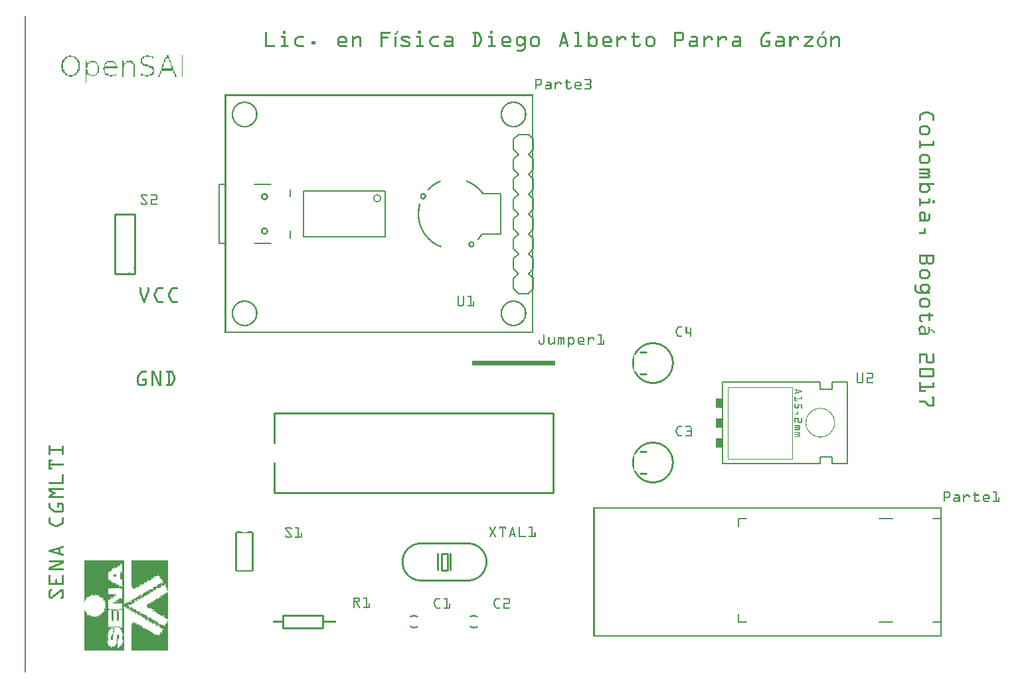
<source format=gto>
G04 MADE WITH FRITZING*
G04 WWW.FRITZING.ORG*
G04 DOUBLE SIDED*
G04 HOLES PLATED*
G04 CONTOUR ON CENTER OF CONTOUR VECTOR*
%ASAXBY*%
%FSLAX23Y23*%
%MOIN*%
%OFA0B0*%
%SFA1.0B1.0*%
%ADD10C,0.042189X0.030189*%
%ADD11R,0.038714X0.096457X0.019029X0.076772*%
%ADD12C,0.009843*%
%ADD13R,0.035000X0.050000*%
%ADD14C,0.008000*%
%ADD15C,0.006000*%
%ADD16C,0.010000*%
%ADD17C,0.002000*%
%ADD18C,0.011000*%
%ADD19R,0.001000X0.001000*%
%LNSILK1*%
G90*
G70*
G54D10*
X1779Y2384D03*
G54D12*
X2102Y600D02*
X2130Y600D01*
X2130Y514D01*
X2102Y514D01*
X2102Y600D01*
D02*
G54D13*
X3495Y1157D03*
X3495Y1257D03*
X3495Y1357D03*
G54D14*
X2462Y2532D02*
X2462Y2582D01*
D02*
X2462Y2582D02*
X2487Y2607D01*
D02*
X2537Y2607D02*
X2562Y2582D01*
D02*
X2487Y2407D02*
X2462Y2432D01*
D02*
X2462Y2432D02*
X2462Y2482D01*
D02*
X2462Y2482D02*
X2487Y2507D01*
D02*
X2537Y2507D02*
X2562Y2482D01*
D02*
X2562Y2482D02*
X2562Y2432D01*
D02*
X2562Y2432D02*
X2537Y2407D01*
D02*
X2462Y2532D02*
X2487Y2507D01*
D02*
X2537Y2507D02*
X2562Y2532D01*
D02*
X2562Y2582D02*
X2562Y2532D01*
D02*
X2462Y2232D02*
X2462Y2282D01*
D02*
X2462Y2282D02*
X2487Y2307D01*
D02*
X2537Y2307D02*
X2562Y2282D01*
D02*
X2487Y2307D02*
X2462Y2332D01*
D02*
X2462Y2332D02*
X2462Y2382D01*
D02*
X2462Y2382D02*
X2487Y2407D01*
D02*
X2537Y2407D02*
X2562Y2382D01*
D02*
X2562Y2382D02*
X2562Y2332D01*
D02*
X2562Y2332D02*
X2537Y2307D01*
D02*
X2487Y2107D02*
X2462Y2132D01*
D02*
X2462Y2132D02*
X2462Y2182D01*
D02*
X2462Y2182D02*
X2487Y2207D01*
D02*
X2537Y2207D02*
X2562Y2182D01*
D02*
X2562Y2182D02*
X2562Y2132D01*
D02*
X2562Y2132D02*
X2537Y2107D01*
D02*
X2462Y2232D02*
X2487Y2207D01*
D02*
X2537Y2207D02*
X2562Y2232D01*
D02*
X2562Y2282D02*
X2562Y2232D01*
D02*
X2462Y1932D02*
X2462Y1982D01*
D02*
X2487Y2007D02*
X2462Y2032D01*
D02*
X2462Y2032D02*
X2462Y2082D01*
D02*
X2462Y2082D02*
X2487Y2107D01*
D02*
X2537Y2107D02*
X2562Y2082D01*
D02*
X2562Y2082D02*
X2562Y2032D01*
D02*
X2562Y2032D02*
X2537Y2007D01*
D02*
X2487Y1907D02*
X2537Y1907D01*
D02*
X2562Y1982D02*
X2562Y1932D01*
D02*
X2462Y2632D02*
X2462Y2682D01*
D02*
X2462Y2682D02*
X2487Y2707D01*
D02*
X2487Y2707D02*
X2537Y2707D01*
D02*
X2537Y2707D02*
X2562Y2682D01*
D02*
X2462Y2632D02*
X2487Y2607D01*
D02*
X2537Y2607D02*
X2562Y2632D01*
D02*
X2562Y2682D02*
X2562Y2632D01*
D02*
X2399Y2205D02*
X2399Y2410D01*
D02*
X2399Y2410D02*
X2308Y2410D01*
D02*
X2399Y2205D02*
X2304Y2205D01*
G54D15*
D02*
X1817Y2192D02*
X1408Y2192D01*
D02*
X1408Y2192D02*
X1408Y2422D01*
D02*
X1408Y2422D02*
X1817Y2422D01*
D02*
X1817Y2422D02*
X1817Y2192D01*
G54D14*
D02*
X1161Y2457D02*
X1244Y2457D01*
D02*
X1342Y2429D02*
X1342Y2394D01*
D02*
X1342Y2221D02*
X1342Y2185D01*
D02*
X1244Y2158D02*
X1161Y2158D01*
D02*
X984Y2158D02*
X1012Y2158D01*
D02*
X984Y2457D02*
X1012Y2457D01*
D02*
X984Y2158D02*
X984Y2457D01*
D02*
X4296Y257D02*
X4363Y257D01*
D02*
X4296Y776D02*
X4363Y776D01*
D02*
X3592Y257D02*
X3592Y296D01*
D02*
X3592Y257D02*
X3631Y257D01*
D02*
X3592Y776D02*
X3592Y737D01*
D02*
X3592Y776D02*
X3631Y776D01*
D02*
X4607Y776D02*
X4607Y737D01*
D02*
X4607Y776D02*
X4568Y776D01*
D02*
X4607Y257D02*
X4607Y296D01*
D02*
X4607Y257D02*
X4568Y257D01*
G54D16*
D02*
X1503Y224D02*
X1303Y224D01*
D02*
X1303Y224D02*
X1303Y290D01*
D02*
X1303Y290D02*
X1503Y290D01*
D02*
X1503Y290D02*
X1503Y224D01*
G54D15*
D02*
X3512Y1462D02*
X3512Y1052D01*
D02*
X4137Y1052D02*
X4137Y1462D01*
D02*
X3512Y1052D02*
X4002Y1052D01*
D02*
X4002Y1052D02*
X4002Y1087D01*
D02*
X4002Y1087D02*
X4062Y1087D01*
D02*
X4062Y1087D02*
X4062Y1052D01*
D02*
X4062Y1052D02*
X4137Y1052D01*
D02*
X3512Y1462D02*
X4002Y1462D01*
D02*
X4002Y1462D02*
X4002Y1427D01*
D02*
X4002Y1427D02*
X4062Y1427D01*
D02*
X4062Y1427D02*
X4062Y1462D01*
D02*
X4062Y1462D02*
X4137Y1462D01*
G54D17*
D02*
X3537Y1437D02*
X3537Y1077D01*
D02*
X3862Y1077D02*
X3537Y1077D01*
D02*
X3862Y1077D02*
X3862Y1437D01*
D02*
X3537Y1437D02*
X3862Y1437D01*
G54D16*
D02*
X1262Y907D02*
X2662Y907D01*
D02*
X2662Y907D02*
X2662Y1307D01*
D02*
X2662Y1307D02*
X1262Y1307D01*
D02*
X1262Y907D02*
X1262Y1057D01*
D02*
X1262Y1157D02*
X1262Y1307D01*
D02*
X562Y2007D02*
X562Y2307D01*
D02*
X562Y2307D02*
X462Y2307D01*
D02*
X462Y2307D02*
X462Y2007D01*
D02*
X462Y2007D02*
X562Y2007D01*
G36*
X306Y312D02*
X307Y312D01*
X307Y313D01*
X306Y313D01*
X306Y312D01*
G37*
D02*
G36*
X306Y314D02*
X307Y314D01*
X307Y315D01*
X306Y315D01*
X306Y314D01*
G37*
D02*
G36*
X306Y316D02*
X307Y316D01*
X307Y315D01*
X308Y315D01*
X308Y317D01*
X307Y317D01*
X307Y319D01*
X306Y319D01*
X306Y316D01*
G37*
D02*
G36*
X306Y320D02*
X308Y320D01*
X308Y322D01*
X307Y322D01*
X307Y321D01*
X306Y321D01*
X306Y320D01*
G37*
D02*
G36*
X306Y322D02*
X307Y322D01*
X307Y323D01*
X306Y323D01*
X306Y322D01*
G37*
D02*
G36*
X306Y352D02*
X307Y352D01*
X307Y351D01*
X308Y351D01*
X308Y353D01*
X306Y353D01*
X306Y352D01*
G37*
D02*
G36*
X306Y354D02*
X308Y354D01*
X308Y354D01*
X307Y354D01*
X307Y355D01*
X306Y355D01*
X306Y354D01*
G37*
D02*
G36*
X306Y356D02*
X307Y356D01*
X307Y357D01*
X308Y357D01*
X308Y358D01*
X307Y358D01*
X307Y360D01*
X306Y360D01*
X306Y356D01*
G37*
D02*
G36*
X307Y323D02*
X308Y323D01*
X308Y324D01*
X307Y324D01*
X307Y323D01*
G37*
D02*
G36*
X307Y355D02*
X309Y355D01*
X309Y357D01*
X308Y357D01*
X308Y356D01*
X307Y356D01*
X307Y355D01*
G37*
D02*
G36*
X307Y360D02*
X308Y360D01*
X308Y361D01*
X307Y361D01*
X307Y360D01*
G37*
D02*
G36*
X308Y313D02*
X309Y313D01*
X309Y312D01*
X310Y312D01*
X310Y313D01*
X311Y313D01*
X311Y315D01*
X310Y315D01*
X310Y314D01*
X309Y314D01*
X309Y315D01*
X308Y315D01*
X308Y313D01*
G37*
D02*
G36*
X308Y317D02*
X309Y317D01*
X309Y318D01*
X308Y318D01*
X308Y317D01*
G37*
D02*
G36*
X308Y319D02*
X309Y319D01*
X309Y320D01*
X308Y320D01*
X308Y319D01*
G37*
D02*
G36*
X308Y359D02*
X309Y359D01*
X309Y360D01*
X308Y360D01*
X308Y359D01*
G37*
D02*
G36*
X309Y315D02*
X310Y315D01*
X310Y317D01*
X309Y317D01*
X309Y315D01*
G37*
D02*
G36*
X309Y357D02*
X310Y357D01*
X310Y359D01*
X309Y359D01*
X309Y357D01*
G37*
D02*
G36*
X309Y360D02*
X310Y360D01*
X310Y361D01*
X311Y361D01*
X311Y363D01*
X310Y363D01*
X310Y362D01*
X309Y362D01*
X309Y360D01*
G37*
D02*
G36*
X311Y312D02*
X311Y312D01*
X311Y313D01*
X311Y313D01*
X311Y312D01*
G37*
D02*
G36*
X314Y299D02*
X315Y299D01*
X315Y301D01*
X314Y301D01*
X314Y299D01*
G37*
D02*
G36*
X314Y302D02*
X315Y302D01*
X315Y303D01*
X314Y303D01*
X314Y302D01*
G37*
D02*
G36*
X315Y300D02*
X316Y300D01*
X316Y305D01*
X315Y305D01*
X315Y300D01*
G37*
D02*
G36*
X315Y300D02*
X316Y300D01*
X316Y305D01*
X315Y305D01*
X315Y300D01*
G37*
D02*
G36*
X316Y300D02*
X317Y300D01*
X317Y302D01*
X316Y302D01*
X316Y300D01*
G37*
D02*
G36*
X314Y370D02*
X315Y370D01*
X315Y372D01*
X316Y372D01*
X316Y373D01*
X314Y373D01*
X314Y370D01*
G37*
D02*
G36*
X315Y370D02*
X316Y370D01*
X316Y371D01*
X315Y371D01*
X315Y370D01*
G37*
D02*
G36*
X314Y375D02*
X316Y375D01*
X316Y378D01*
X315Y378D01*
X315Y376D01*
X314Y376D01*
X314Y375D01*
G37*
D02*
G36*
X316Y371D02*
X317Y371D01*
X317Y372D01*
X316Y372D01*
X316Y371D01*
G37*
D02*
G36*
X316Y373D02*
X317Y373D01*
X317Y375D01*
X316Y375D01*
X316Y373D01*
G37*
D02*
G36*
X317Y302D02*
X318Y302D01*
X318Y304D01*
X317Y304D01*
X317Y302D01*
G37*
D02*
G36*
X317Y372D02*
X318Y372D01*
X318Y373D01*
X317Y373D01*
X317Y372D01*
G37*
D02*
G36*
X317Y376D02*
X318Y376D01*
X318Y377D01*
X319Y377D01*
X319Y377D01*
X317Y377D01*
X317Y376D01*
G37*
D02*
G36*
X318Y300D02*
X320Y300D01*
X320Y301D01*
X319Y301D01*
X319Y302D01*
X318Y302D01*
X318Y300D01*
G37*
D02*
G36*
X318Y373D02*
X319Y373D01*
X319Y375D01*
X318Y375D01*
X318Y373D01*
G37*
D02*
G36*
X319Y375D02*
X320Y375D01*
X320Y376D01*
X319Y376D01*
X319Y375D01*
G37*
D02*
G36*
X320Y296D02*
X323Y296D01*
X323Y297D01*
X322Y297D01*
X322Y298D01*
X320Y298D01*
X320Y296D01*
G37*
D02*
G36*
X320Y299D02*
X321Y299D01*
X321Y300D01*
X320Y300D01*
X320Y299D01*
G37*
D02*
G36*
X320Y376D02*
X321Y376D01*
X321Y377D01*
X322Y377D01*
X322Y378D01*
X321Y378D01*
X321Y377D01*
X320Y377D01*
X320Y376D01*
G37*
D02*
G36*
X322Y289D02*
X326Y289D01*
X326Y288D01*
X328Y288D01*
X328Y289D01*
X327Y289D01*
X327Y290D01*
X322Y290D01*
X322Y289D01*
G37*
D02*
G36*
X322Y378D02*
X323Y378D01*
X323Y379D01*
X324Y379D01*
X324Y378D01*
X325Y378D01*
X325Y380D01*
X327Y380D01*
X327Y381D01*
X324Y381D01*
X324Y380D01*
X322Y380D01*
X322Y378D01*
G37*
D02*
G36*
X323Y295D02*
X325Y295D01*
X325Y296D01*
X323Y296D01*
X323Y295D01*
G37*
D02*
G36*
X323Y377D02*
X324Y377D01*
X324Y378D01*
X323Y378D01*
X323Y377D01*
G37*
D02*
G36*
X325Y294D02*
X326Y294D01*
X326Y295D01*
X325Y295D01*
X325Y294D01*
G37*
D02*
G36*
X326Y293D02*
X327Y293D01*
X327Y292D01*
X329Y292D01*
X329Y293D01*
X328Y293D01*
X328Y294D01*
X326Y294D01*
X326Y293D01*
G37*
D02*
G36*
X327Y290D02*
X329Y290D01*
X329Y291D01*
X327Y291D01*
X327Y290D01*
G37*
D02*
G36*
X327Y381D02*
X328Y381D01*
X328Y382D01*
X327Y382D01*
X327Y381D01*
G37*
D02*
G36*
X329Y291D02*
X330Y291D01*
X330Y292D01*
X329Y292D01*
X329Y291D01*
G37*
D02*
G36*
X329Y381D02*
X330Y381D01*
X330Y382D01*
X329Y382D01*
X329Y381D01*
G37*
D02*
G36*
X331Y288D02*
X332Y288D01*
X332Y289D01*
X331Y289D01*
X331Y288D01*
G37*
D02*
G36*
X335Y288D02*
X336Y288D01*
X336Y289D01*
X335Y289D01*
X335Y288D01*
G37*
D02*
G36*
X339Y387D02*
X340Y387D01*
X340Y388D01*
X341Y388D01*
X341Y389D01*
X339Y389D01*
X339Y387D01*
G37*
D02*
G36*
X342Y285D02*
X344Y285D01*
X344Y286D01*
X343Y286D01*
X343Y287D01*
X342Y287D01*
X342Y285D01*
G37*
D02*
G36*
X342Y389D02*
X345Y389D01*
X345Y390D01*
X342Y390D01*
X342Y389D01*
G37*
D02*
G36*
X345Y390D02*
X346Y390D01*
X346Y391D01*
X345Y391D01*
X345Y390D01*
G37*
D02*
G36*
X347Y391D02*
X348Y391D01*
X348Y393D01*
X347Y393D01*
X347Y391D01*
G37*
D02*
G36*
X348Y390D02*
X349Y390D01*
X349Y391D01*
X348Y391D01*
X348Y390D01*
G37*
D02*
G36*
X348Y393D02*
X349Y393D01*
X349Y394D01*
X348Y394D01*
X348Y393D01*
G37*
D02*
G36*
X349Y282D02*
X351Y282D01*
X351Y284D01*
X349Y284D01*
X349Y282D01*
G37*
D02*
G36*
X350Y391D02*
X351Y391D01*
X351Y393D01*
X350Y393D01*
X350Y391D01*
G37*
D02*
G36*
X351Y284D02*
X352Y284D01*
X352Y285D01*
X351Y285D01*
X351Y284D01*
G37*
D02*
G36*
X352Y282D02*
X369Y282D01*
X369Y285D01*
X370Y285D01*
X370Y286D01*
X368Y286D01*
X368Y283D01*
X352Y283D01*
X352Y282D01*
G37*
D02*
G36*
X369Y283D02*
X371Y283D01*
X371Y284D01*
X369Y284D01*
X369Y283D01*
G37*
D02*
G36*
X362Y390D02*
X364Y390D01*
X364Y391D01*
X362Y391D01*
X362Y390D01*
G37*
D02*
G36*
X370Y389D02*
X372Y389D01*
X372Y390D01*
X370Y390D01*
X370Y389D01*
G37*
D02*
G36*
X371Y284D02*
X372Y284D01*
X372Y283D01*
X373Y283D01*
X373Y284D01*
X374Y284D01*
X374Y287D01*
X373Y287D01*
X373Y285D01*
X372Y285D01*
X372Y286D01*
X371Y286D01*
X371Y284D01*
G37*
D02*
G36*
X372Y390D02*
X374Y390D01*
X374Y391D01*
X372Y391D01*
X372Y390D01*
G37*
D02*
G36*
X374Y388D02*
X375Y388D01*
X375Y389D01*
X374Y389D01*
X374Y388D01*
G37*
D02*
G36*
X384Y383D02*
X386Y383D01*
X386Y385D01*
X385Y385D01*
X385Y384D01*
X384Y384D01*
X384Y383D01*
G37*
D02*
G36*
X386Y385D02*
X387Y385D01*
X387Y386D01*
X386Y386D01*
X386Y385D01*
G37*
D02*
G36*
X387Y292D02*
X388Y292D01*
X388Y293D01*
X387Y293D01*
X387Y292D01*
G37*
D02*
G36*
X387Y383D02*
X388Y383D01*
X388Y385D01*
X387Y385D01*
X387Y383D01*
G37*
D02*
G36*
X396Y299D02*
X397Y299D01*
X397Y301D01*
X396Y301D01*
X396Y299D01*
G37*
D02*
G36*
X396Y376D02*
X400Y376D01*
X400Y377D01*
X399Y377D01*
X399Y377D01*
X398Y377D01*
X398Y377D01*
X396Y377D01*
X396Y376D01*
G37*
D02*
G36*
X397Y374D02*
X399Y374D01*
X399Y373D01*
X400Y373D01*
X400Y371D01*
X400Y371D01*
X400Y370D01*
X401Y370D01*
X401Y371D01*
X403Y371D01*
X403Y372D01*
X402Y372D01*
X402Y373D01*
X401Y373D01*
X401Y372D01*
X400Y372D01*
X400Y374D01*
X400Y374D01*
X400Y375D01*
X397Y375D01*
X397Y374D01*
G37*
D02*
G36*
X400Y304D02*
X402Y304D01*
X402Y306D01*
X403Y306D01*
X403Y307D01*
X401Y307D01*
X401Y306D01*
X400Y306D01*
X400Y304D01*
G37*
D02*
G36*
X400Y375D02*
X401Y375D01*
X401Y374D01*
X402Y374D01*
X402Y376D01*
X401Y376D01*
X401Y377D01*
X400Y377D01*
X400Y375D01*
G37*
D02*
G36*
X401Y369D02*
X402Y369D01*
X402Y370D01*
X401Y370D01*
X401Y369D01*
G37*
D02*
G36*
X402Y366D02*
X403Y366D01*
X403Y369D01*
X402Y369D01*
X402Y366D01*
G37*
D02*
G36*
X403Y304D02*
X404Y304D01*
X404Y305D01*
X403Y305D01*
X403Y304D01*
G37*
D02*
G36*
X405Y311D02*
X406Y311D01*
X406Y313D01*
X405Y313D01*
X405Y311D01*
G37*
D02*
G36*
X405Y361D02*
X406Y361D01*
X406Y362D01*
X405Y362D01*
X405Y361D01*
G37*
D02*
G36*
X407Y357D02*
X408Y357D01*
X408Y359D01*
X407Y359D01*
X407Y357D01*
G37*
D02*
G36*
X409Y320D02*
X410Y320D01*
X410Y323D01*
X411Y323D01*
X411Y324D01*
X409Y324D01*
X409Y320D01*
G37*
D02*
G36*
X410Y319D02*
X411Y319D01*
X411Y321D01*
X410Y321D01*
X410Y319D01*
G37*
D02*
G36*
X410Y325D02*
X411Y325D01*
X411Y327D01*
X410Y327D01*
X410Y325D01*
G37*
D02*
G36*
X410Y348D02*
X412Y348D01*
X412Y349D01*
X410Y349D01*
X410Y348D01*
G37*
D02*
G36*
X410Y350D02*
X412Y350D01*
X412Y351D01*
X411Y351D01*
X411Y352D01*
X410Y352D01*
X410Y350D01*
G37*
D02*
G36*
X410Y353D02*
X411Y353D01*
X411Y354D01*
X410Y354D01*
X410Y353D01*
G37*
D02*
G36*
X411Y318D02*
X412Y318D01*
X412Y319D01*
X411Y319D01*
X411Y318D01*
G37*
D02*
G36*
X411Y321D02*
X412Y321D01*
X412Y323D01*
X411Y323D01*
X411Y321D01*
G37*
D02*
G36*
X411Y331D02*
X412Y331D01*
X412Y332D01*
X411Y332D01*
X411Y331D01*
G37*
D02*
G36*
X411Y346D02*
X412Y346D01*
X412Y347D01*
X411Y347D01*
X411Y346D01*
G37*
D02*
G36*
X423Y158D02*
X424Y158D01*
X424Y161D01*
X423Y161D01*
X423Y158D01*
G37*
D02*
G36*
X424Y184D02*
X426Y184D01*
X426Y185D01*
X425Y185D01*
X425Y186D01*
X424Y186D01*
X424Y184D01*
G37*
D02*
G36*
X425Y186D02*
X426Y186D01*
X426Y189D01*
X425Y189D01*
X425Y186D01*
G37*
D02*
G36*
X429Y139D02*
X430Y139D01*
X430Y140D01*
X429Y140D01*
X429Y139D01*
G37*
D02*
G36*
X429Y210D02*
X430Y210D01*
X430Y211D01*
X431Y211D01*
X431Y210D01*
X432Y210D01*
X432Y212D01*
X429Y212D01*
X429Y210D01*
G37*
D02*
G36*
X429Y366D02*
X430Y366D01*
X430Y367D01*
X429Y367D01*
X429Y366D01*
G37*
D02*
G36*
X430Y365D02*
X431Y365D01*
X431Y366D01*
X430Y366D01*
X430Y365D01*
G37*
D02*
G36*
X430Y367D02*
X431Y367D01*
X431Y368D01*
X430Y368D01*
X430Y367D01*
G37*
D02*
G36*
X430Y369D02*
X431Y369D01*
X431Y370D01*
X430Y370D01*
X430Y369D01*
G37*
D02*
G36*
X431Y368D02*
X432Y368D01*
X432Y367D01*
X434Y367D01*
X434Y369D01*
X435Y369D01*
X435Y370D01*
X433Y370D01*
X433Y369D01*
X431Y369D01*
X431Y368D01*
G37*
D02*
G36*
X432Y138D02*
X433Y138D01*
X433Y139D01*
X432Y139D01*
X432Y138D01*
G37*
D02*
G36*
X432Y465D02*
X433Y465D01*
X433Y466D01*
X432Y466D01*
X432Y465D01*
G37*
D02*
G36*
X432Y466D02*
X433Y466D01*
X433Y467D01*
X432Y467D01*
X432Y466D01*
G37*
D02*
G36*
X433Y214D02*
X434Y214D01*
X434Y215D01*
X433Y215D01*
X433Y214D01*
G37*
D02*
G36*
X433Y232D02*
X434Y232D01*
X434Y233D01*
X433Y233D01*
X433Y232D01*
G37*
D02*
G36*
X433Y466D02*
X435Y466D01*
X435Y466D01*
X433Y466D01*
X433Y466D01*
G37*
D02*
G36*
X434Y215D02*
X435Y215D01*
X435Y217D01*
X434Y217D01*
X434Y215D01*
G37*
D02*
G36*
X434Y230D02*
X435Y230D01*
X435Y229D01*
X436Y229D01*
X436Y230D01*
X489Y230D01*
X489Y231D01*
X434Y231D01*
X434Y230D01*
G37*
D02*
G36*
X435Y217D02*
X437Y217D01*
X437Y218D01*
X435Y218D01*
X435Y217D01*
G37*
D02*
G36*
X435Y368D02*
X436Y368D01*
X436Y369D01*
X435Y369D01*
X435Y368D01*
G37*
D02*
G36*
X436Y228D02*
X489Y228D01*
X489Y229D01*
X436Y229D01*
X436Y228D01*
G37*
D02*
G36*
X436Y369D02*
X437Y369D01*
X437Y370D01*
X436Y370D01*
X436Y369D01*
G37*
D02*
G36*
X437Y132D02*
X438Y132D01*
X438Y133D01*
X437Y133D01*
X437Y132D01*
G37*
D02*
G36*
X437Y461D02*
X438Y461D01*
X438Y462D01*
X439Y462D01*
X439Y463D01*
X437Y463D01*
X437Y461D01*
G37*
D02*
G36*
X438Y131D02*
X439Y131D01*
X439Y132D01*
X438Y132D01*
X438Y131D01*
G37*
D02*
G36*
X438Y512D02*
X441Y512D01*
X441Y513D01*
X440Y513D01*
X440Y514D01*
X439Y514D01*
X439Y513D01*
X438Y513D01*
X438Y512D01*
G37*
D02*
G36*
X439Y130D02*
X442Y130D01*
X442Y131D01*
X441Y131D01*
X441Y132D01*
X440Y132D01*
X440Y131D01*
X439Y131D01*
X439Y130D01*
G37*
D02*
G36*
X439Y371D02*
X440Y371D01*
X440Y372D01*
X439Y372D01*
X439Y371D01*
G37*
D02*
G36*
X439Y377D02*
X442Y377D01*
X442Y377D01*
X439Y377D01*
X439Y377D01*
G37*
D02*
G36*
X439Y460D02*
X441Y460D01*
X441Y461D01*
X439Y461D01*
X439Y460D01*
G37*
D02*
G36*
X439Y463D02*
X440Y463D01*
X440Y464D01*
X439Y464D01*
X439Y463D01*
G37*
D02*
G36*
X440Y372D02*
X441Y372D01*
X441Y373D01*
X440Y373D01*
X440Y372D01*
G37*
D02*
G36*
X440Y462D02*
X441Y462D01*
X441Y461D01*
X443Y461D01*
X443Y462D01*
X442Y462D01*
X442Y463D01*
X440Y463D01*
X440Y462D01*
G37*
D02*
G36*
X441Y373D02*
X444Y373D01*
X444Y374D01*
X441Y374D01*
X441Y373D01*
G37*
D02*
G36*
X441Y513D02*
X443Y513D01*
X443Y514D01*
X441Y514D01*
X441Y513D01*
G37*
D02*
G36*
X442Y166D02*
X443Y166D01*
X443Y168D01*
X442Y168D01*
X442Y166D01*
G37*
D02*
G36*
X443Y377D02*
X444Y377D01*
X444Y378D01*
X443Y378D01*
X443Y377D01*
G37*
D02*
G36*
X443Y514D02*
X445Y514D01*
X445Y515D01*
X445Y515D01*
X445Y516D01*
X443Y516D01*
X443Y514D01*
G37*
D02*
G36*
X444Y161D02*
X445Y161D01*
X445Y162D01*
X444Y162D01*
X444Y161D01*
G37*
D02*
G36*
X444Y260D02*
X451Y260D01*
X451Y261D01*
X452Y261D01*
X452Y260D01*
X454Y260D01*
X454Y262D01*
X452Y262D01*
X452Y263D01*
X444Y263D01*
X444Y260D01*
G37*
D02*
G36*
X444Y377D02*
X445Y377D01*
X445Y377D01*
X444Y377D01*
X444Y377D01*
G37*
D02*
G36*
X445Y160D02*
X445Y160D01*
X445Y161D01*
X445Y161D01*
X445Y160D01*
G37*
D02*
G36*
X441Y169D02*
X442Y169D01*
X442Y173D01*
X443Y173D01*
X443Y175D01*
X442Y175D01*
X442Y176D01*
X441Y176D01*
X441Y169D01*
G37*
D02*
G36*
X441Y176D02*
X442Y176D01*
X442Y177D01*
X443Y177D01*
X443Y181D01*
X444Y181D01*
X444Y186D01*
X443Y186D01*
X443Y184D01*
X442Y184D01*
X442Y179D01*
X441Y179D01*
X441Y176D01*
G37*
D02*
G36*
X442Y164D02*
X443Y164D01*
X443Y163D01*
X445Y163D01*
X445Y162D01*
X445Y162D01*
X445Y161D01*
X446Y161D01*
X446Y163D01*
X445Y163D01*
X445Y164D01*
X444Y164D01*
X444Y166D01*
X443Y166D01*
X443Y165D01*
X442Y165D01*
X442Y164D01*
G37*
D02*
G36*
X442Y170D02*
X443Y170D01*
X443Y168D01*
X444Y168D01*
X444Y170D01*
X443Y170D01*
X443Y172D01*
X442Y172D01*
X442Y170D01*
G37*
D02*
G36*
X443Y172D02*
X444Y172D01*
X444Y173D01*
X443Y173D01*
X443Y172D01*
G37*
D02*
G36*
X443Y174D02*
X444Y174D01*
X444Y177D01*
X443Y177D01*
X443Y174D01*
G37*
D02*
G36*
X444Y165D02*
X445Y165D01*
X445Y188D01*
X444Y188D01*
X444Y165D01*
G37*
D02*
G36*
X444Y165D02*
X445Y165D01*
X445Y188D01*
X444Y188D01*
X444Y165D01*
G37*
D02*
G36*
X444Y165D02*
X445Y165D01*
X445Y188D01*
X444Y188D01*
X444Y165D01*
G37*
D02*
G36*
X444Y165D02*
X445Y165D01*
X445Y188D01*
X444Y188D01*
X444Y165D01*
G37*
D02*
G36*
X444Y165D02*
X445Y165D01*
X445Y188D01*
X444Y188D01*
X444Y165D01*
G37*
D02*
G36*
X445Y164D02*
X446Y164D01*
X446Y188D01*
X445Y188D01*
X445Y189D01*
X445Y189D01*
X445Y164D01*
G37*
D02*
G36*
X446Y162D02*
X447Y162D01*
X447Y189D01*
X446Y189D01*
X446Y162D01*
G37*
D02*
G36*
X446Y162D02*
X447Y162D01*
X447Y189D01*
X446Y189D01*
X446Y162D01*
G37*
D02*
G36*
X447Y163D02*
X448Y163D01*
X448Y165D01*
X449Y165D01*
X449Y188D01*
X447Y188D01*
X447Y163D01*
G37*
D02*
G36*
X448Y161D02*
X449Y161D01*
X449Y164D01*
X448Y164D01*
X448Y161D01*
G37*
D02*
G36*
X449Y164D02*
X450Y164D01*
X450Y165D01*
X451Y165D01*
X451Y186D01*
X452Y186D01*
X452Y189D01*
X451Y189D01*
X451Y188D01*
X450Y188D01*
X450Y189D01*
X449Y189D01*
X449Y164D01*
G37*
D02*
G36*
X451Y176D02*
X452Y176D01*
X452Y177D01*
X451Y177D01*
X451Y176D01*
G37*
D02*
G36*
X451Y179D02*
X452Y179D01*
X452Y180D01*
X451Y180D01*
X451Y179D01*
G37*
D02*
G36*
X451Y181D02*
X453Y181D01*
X453Y182D01*
X451Y182D01*
X451Y181D01*
G37*
D02*
G36*
X451Y184D02*
X452Y184D01*
X452Y183D01*
X453Y183D01*
X453Y185D01*
X451Y185D01*
X451Y184D01*
G37*
D02*
G36*
X445Y375D02*
X445Y375D01*
X445Y377D01*
X445Y377D01*
X445Y375D01*
G37*
D02*
G36*
X445Y189D02*
X446Y189D01*
X446Y190D01*
X445Y190D01*
X445Y189D01*
G37*
D02*
G36*
X446Y160D02*
X448Y160D01*
X448Y161D01*
X446Y161D01*
X446Y160D01*
G37*
D02*
G36*
X446Y457D02*
X447Y457D01*
X447Y458D01*
X446Y458D01*
X446Y457D01*
G37*
D02*
G36*
X446Y488D02*
X447Y488D01*
X447Y488D01*
X446Y488D01*
X446Y488D01*
G37*
D02*
G36*
X447Y189D02*
X448Y189D01*
X448Y190D01*
X447Y190D01*
X447Y189D01*
G37*
D02*
G36*
X447Y458D02*
X448Y458D01*
X448Y459D01*
X447Y459D01*
X447Y458D01*
G37*
D02*
G36*
X447Y487D02*
X449Y487D01*
X449Y488D01*
X447Y488D01*
X447Y487D01*
G37*
D02*
G36*
X448Y190D02*
X450Y190D01*
X450Y191D01*
X449Y191D01*
X449Y192D01*
X448Y192D01*
X448Y190D01*
G37*
D02*
G36*
X448Y194D02*
X449Y194D01*
X449Y196D01*
X448Y196D01*
X448Y194D01*
G37*
D02*
G36*
X448Y221D02*
X449Y221D01*
X449Y224D01*
X448Y224D01*
X448Y221D01*
G37*
D02*
G36*
X448Y457D02*
X449Y457D01*
X449Y458D01*
X448Y458D01*
X448Y457D01*
G37*
D02*
G36*
X449Y193D02*
X450Y193D01*
X450Y194D01*
X449Y194D01*
X449Y193D01*
G37*
D02*
G36*
X449Y349D02*
X450Y349D01*
X450Y350D01*
X449Y350D01*
X449Y349D01*
G37*
D02*
G36*
X449Y488D02*
X450Y488D01*
X450Y488D01*
X449Y488D01*
X449Y488D01*
G37*
D02*
G36*
X450Y189D02*
X451Y189D01*
X451Y190D01*
X450Y190D01*
X450Y189D01*
G37*
D02*
G36*
X450Y191D02*
X451Y191D01*
X451Y192D01*
X450Y192D01*
X450Y191D01*
G37*
D02*
G36*
X450Y194D02*
X451Y194D01*
X451Y195D01*
X450Y195D01*
X450Y194D01*
G37*
D02*
G36*
X451Y192D02*
X452Y192D01*
X452Y195D01*
X451Y195D01*
X451Y192D01*
G37*
D02*
G36*
X451Y196D02*
X452Y196D01*
X452Y197D01*
X451Y197D01*
X451Y196D01*
G37*
D02*
G36*
X452Y194D02*
X453Y194D01*
X453Y198D01*
X452Y198D01*
X452Y194D01*
G37*
D02*
G36*
X452Y194D02*
X453Y194D01*
X453Y198D01*
X452Y198D01*
X452Y194D01*
G37*
D02*
G36*
X453Y195D02*
X454Y195D01*
X454Y197D01*
X453Y197D01*
X453Y195D01*
G37*
D02*
G36*
X450Y486D02*
X453Y486D01*
X453Y485D01*
X454Y485D01*
X454Y484D01*
X455Y484D01*
X455Y485D01*
X457Y485D01*
X457Y484D01*
X458Y484D01*
X458Y486D01*
X455Y486D01*
X455Y487D01*
X453Y487D01*
X453Y488D01*
X450Y488D01*
X450Y486D01*
G37*
D02*
G36*
X450Y488D02*
X453Y488D01*
X453Y490D01*
X452Y490D01*
X452Y489D01*
X450Y489D01*
X450Y488D01*
G37*
D02*
G36*
X451Y129D02*
X452Y129D01*
X452Y130D01*
X453Y130D01*
X453Y129D01*
X455Y129D01*
X455Y131D01*
X451Y131D01*
X451Y129D01*
G37*
D02*
G36*
X451Y190D02*
X453Y190D01*
X453Y187D01*
X454Y187D01*
X454Y193D01*
X455Y193D01*
X455Y194D01*
X453Y194D01*
X453Y191D01*
X451Y191D01*
X451Y190D01*
G37*
D02*
G36*
X451Y198D02*
X452Y198D01*
X452Y199D01*
X451Y199D01*
X451Y198D01*
G37*
D02*
G36*
X451Y199D02*
X452Y199D01*
X452Y201D01*
X451Y201D01*
X451Y199D01*
G37*
D02*
G36*
X451Y202D02*
X453Y202D01*
X453Y203D01*
X454Y203D01*
X454Y204D01*
X452Y204D01*
X452Y203D01*
X451Y203D01*
X451Y202D01*
G37*
D02*
G36*
X451Y349D02*
X452Y349D01*
X452Y350D01*
X451Y350D01*
X451Y349D01*
G37*
D02*
G36*
X451Y456D02*
X452Y456D01*
X452Y457D01*
X451Y457D01*
X451Y456D01*
G37*
D02*
G36*
X452Y199D02*
X454Y199D01*
X454Y197D01*
X455Y197D01*
X455Y199D01*
X454Y199D01*
X454Y200D01*
X453Y200D01*
X453Y199D01*
X452Y199D01*
X452Y199D01*
G37*
D02*
G36*
X452Y350D02*
X453Y350D01*
X453Y351D01*
X452Y351D01*
X452Y350D01*
G37*
D02*
G36*
X452Y450D02*
X453Y450D01*
X453Y451D01*
X452Y451D01*
X452Y450D01*
G37*
D02*
G36*
X452Y452D02*
X453Y452D01*
X453Y453D01*
X452Y453D01*
X452Y452D01*
G37*
D02*
G36*
X452Y522D02*
X454Y522D01*
X454Y523D01*
X452Y523D01*
X452Y522D01*
G37*
D02*
G36*
X453Y201D02*
X455Y201D01*
X455Y203D01*
X454Y203D01*
X454Y202D01*
X453Y202D01*
X453Y201D01*
G37*
D02*
G36*
X453Y349D02*
X455Y349D01*
X455Y350D01*
X453Y350D01*
X453Y349D01*
G37*
D02*
G36*
X453Y351D02*
X455Y351D01*
X455Y352D01*
X454Y352D01*
X454Y353D01*
X453Y353D01*
X453Y351D01*
G37*
D02*
G36*
X453Y382D02*
X454Y382D01*
X454Y381D01*
X455Y381D01*
X455Y383D01*
X456Y383D01*
X456Y384D01*
X457Y384D01*
X457Y385D01*
X455Y385D01*
X455Y384D01*
X454Y384D01*
X454Y383D01*
X453Y383D01*
X453Y382D01*
G37*
D02*
G36*
X453Y451D02*
X456Y451D01*
X456Y452D01*
X453Y452D01*
X453Y451D01*
G37*
D02*
G36*
X453Y453D02*
X454Y453D01*
X454Y454D01*
X453Y454D01*
X453Y453D01*
G37*
D02*
G36*
X453Y488D02*
X455Y488D01*
X455Y488D01*
X456Y488D01*
X456Y490D01*
X457Y490D01*
X457Y491D01*
X458Y491D01*
X458Y492D01*
X456Y492D01*
X456Y491D01*
X455Y491D01*
X455Y490D01*
X454Y490D01*
X454Y488D01*
X453Y488D01*
X453Y488D01*
G37*
D02*
G36*
X453Y490D02*
X454Y490D01*
X454Y491D01*
X453Y491D01*
X453Y490D01*
G37*
D02*
G36*
X453Y520D02*
X455Y520D01*
X455Y521D01*
X453Y521D01*
X453Y520D01*
G37*
D02*
G36*
X454Y311D02*
X455Y311D01*
X455Y313D01*
X454Y313D01*
X454Y311D01*
G37*
D02*
G36*
X454Y385D02*
X455Y385D01*
X455Y386D01*
X454Y386D01*
X454Y385D01*
G37*
D02*
G36*
X454Y523D02*
X456Y523D01*
X456Y524D01*
X454Y524D01*
X454Y523D01*
G37*
D02*
G36*
X455Y350D02*
X456Y350D01*
X456Y351D01*
X455Y351D01*
X455Y350D01*
G37*
D02*
G36*
X455Y353D02*
X456Y353D01*
X456Y354D01*
X455Y354D01*
X455Y353D01*
G37*
D02*
G36*
X455Y453D02*
X456Y453D01*
X456Y452D01*
X457Y452D01*
X457Y454D01*
X455Y454D01*
X455Y453D01*
G37*
D02*
G36*
X455Y521D02*
X456Y521D01*
X456Y522D01*
X455Y522D01*
X455Y521D01*
G37*
D02*
G36*
X456Y211D02*
X457Y211D01*
X457Y212D01*
X458Y212D01*
X458Y214D01*
X457Y214D01*
X457Y213D01*
X456Y213D01*
X456Y211D01*
G37*
D02*
G36*
X456Y382D02*
X457Y382D01*
X457Y383D01*
X456Y383D01*
X456Y382D01*
G37*
D02*
G36*
X456Y483D02*
X457Y483D01*
X457Y484D01*
X456Y484D01*
X456Y483D01*
G37*
D02*
G36*
X456Y522D02*
X459Y522D01*
X459Y523D01*
X456Y523D01*
X456Y522D01*
G37*
D02*
G36*
X457Y349D02*
X458Y349D01*
X458Y350D01*
X457Y350D01*
X457Y349D01*
G37*
D02*
G36*
X457Y451D02*
X458Y451D01*
X458Y452D01*
X457Y452D01*
X457Y451D01*
G37*
D02*
G36*
X458Y452D02*
X459Y452D01*
X459Y453D01*
X458Y453D01*
X458Y452D01*
G37*
D02*
G36*
X459Y216D02*
X460Y216D01*
X460Y218D01*
X459Y218D01*
X459Y216D01*
G37*
D02*
G36*
X459Y384D02*
X460Y384D01*
X460Y385D01*
X459Y385D01*
X459Y384D01*
G37*
D02*
G36*
X459Y481D02*
X460Y481D01*
X460Y482D01*
X459Y482D01*
X459Y481D01*
G37*
D02*
G36*
X459Y483D02*
X460Y483D01*
X460Y484D01*
X459Y484D01*
X459Y483D01*
G37*
D02*
G36*
X460Y218D02*
X461Y218D01*
X461Y220D01*
X460Y220D01*
X460Y218D01*
G37*
D02*
G36*
X460Y221D02*
X461Y221D01*
X461Y223D01*
X460Y223D01*
X460Y221D01*
G37*
D02*
G36*
X460Y224D02*
X461Y224D01*
X461Y225D01*
X460Y225D01*
X460Y224D01*
G37*
D02*
G36*
X461Y220D02*
X462Y220D01*
X462Y221D01*
X463Y221D01*
X463Y221D01*
X461Y221D01*
X461Y220D01*
G37*
D02*
G36*
X461Y223D02*
X462Y223D01*
X462Y224D01*
X461Y224D01*
X461Y223D01*
G37*
D02*
G36*
X462Y222D02*
X463Y222D01*
X463Y223D01*
X462Y223D01*
X462Y222D01*
G37*
D02*
G36*
X462Y525D02*
X464Y525D01*
X464Y526D01*
X462Y526D01*
X462Y525D01*
G37*
D02*
G36*
X463Y388D02*
X465Y388D01*
X465Y389D01*
X466Y389D01*
X466Y390D01*
X464Y390D01*
X464Y389D01*
X463Y389D01*
X463Y388D01*
G37*
D02*
G36*
X464Y222D02*
X466Y222D01*
X466Y223D01*
X464Y223D01*
X464Y222D01*
G37*
D02*
G36*
X464Y359D02*
X465Y359D01*
X465Y360D01*
X464Y360D01*
X464Y359D01*
G37*
D02*
G36*
X464Y526D02*
X466Y526D01*
X466Y527D01*
X464Y527D01*
X464Y526D01*
G37*
D02*
G36*
X465Y142D02*
X466Y142D01*
X466Y143D01*
X465Y143D01*
X465Y142D01*
G37*
D02*
G36*
X465Y358D02*
X466Y358D01*
X466Y359D01*
X465Y359D01*
X465Y358D01*
G37*
D02*
G36*
X465Y360D02*
X467Y360D01*
X467Y359D01*
X467Y359D01*
X467Y361D01*
X465Y361D01*
X465Y360D01*
G37*
D02*
G36*
X465Y479D02*
X466Y479D01*
X466Y480D01*
X465Y480D01*
X465Y479D01*
G37*
D02*
G36*
X466Y223D02*
X467Y223D01*
X467Y224D01*
X466Y224D01*
X466Y223D01*
G37*
D02*
G36*
X466Y478D02*
X467Y478D01*
X467Y479D01*
X466Y479D01*
X466Y478D01*
G37*
D02*
G36*
X455Y487D02*
X457Y487D01*
X457Y488D01*
X458Y488D01*
X458Y488D01*
X459Y488D01*
X459Y489D01*
X457Y489D01*
X457Y488D01*
X456Y488D01*
X456Y488D01*
X455Y488D01*
X455Y487D01*
G37*
D02*
G36*
X458Y486D02*
X459Y486D01*
X459Y488D01*
X458Y488D01*
X458Y486D01*
G37*
D02*
G36*
X458Y490D02*
X459Y490D01*
X459Y491D01*
X458Y491D01*
X458Y490D01*
G37*
D02*
G36*
X458Y492D02*
X459Y492D01*
X459Y493D01*
X458Y493D01*
X458Y492D01*
G37*
D02*
G36*
X459Y485D02*
X460Y485D01*
X460Y494D01*
X459Y494D01*
X459Y485D01*
G37*
D02*
G36*
X459Y485D02*
X460Y485D01*
X460Y494D01*
X459Y494D01*
X459Y485D01*
G37*
D02*
G36*
X459Y485D02*
X460Y485D01*
X460Y494D01*
X459Y494D01*
X459Y485D01*
G37*
D02*
G36*
X459Y485D02*
X460Y485D01*
X460Y494D01*
X459Y494D01*
X459Y485D01*
G37*
D02*
G36*
X460Y485D02*
X461Y485D01*
X461Y487D01*
X462Y487D01*
X462Y494D01*
X460Y494D01*
X460Y485D01*
G37*
D02*
G36*
X461Y481D02*
X462Y481D01*
X462Y483D01*
X461Y483D01*
X461Y481D01*
G37*
D02*
G36*
X461Y484D02*
X462Y484D01*
X462Y485D01*
X461Y485D01*
X461Y484D01*
G37*
D02*
G36*
X462Y481D02*
X463Y481D01*
X463Y494D01*
X462Y494D01*
X462Y481D01*
G37*
D02*
G36*
X462Y481D02*
X463Y481D01*
X463Y494D01*
X462Y494D01*
X462Y481D01*
G37*
D02*
G36*
X462Y481D02*
X463Y481D01*
X463Y494D01*
X462Y494D01*
X462Y481D01*
G37*
D02*
G36*
X463Y480D02*
X464Y480D01*
X464Y481D01*
X463Y481D01*
X463Y480D01*
G37*
D02*
G36*
X463Y483D02*
X464Y483D01*
X464Y486D01*
X466Y486D01*
X466Y495D01*
X467Y495D01*
X467Y496D01*
X465Y496D01*
X465Y495D01*
X463Y495D01*
X463Y483D01*
G37*
D02*
G36*
X464Y480D02*
X465Y480D01*
X465Y485D01*
X464Y485D01*
X464Y480D01*
G37*
D02*
G36*
X464Y480D02*
X465Y480D01*
X465Y485D01*
X464Y485D01*
X464Y480D01*
G37*
D02*
G36*
X465Y482D02*
X467Y482D01*
X467Y483D01*
X465Y483D01*
X465Y482D01*
G37*
D02*
G36*
X466Y480D02*
X467Y480D01*
X467Y481D01*
X466Y481D01*
X466Y480D01*
G37*
D02*
G36*
X466Y484D02*
X467Y484D01*
X467Y494D01*
X466Y494D01*
X466Y484D01*
G37*
D02*
G36*
X467Y479D02*
X467Y479D01*
X467Y495D01*
X467Y495D01*
X467Y479D01*
G37*
D02*
G36*
X467Y479D02*
X467Y479D01*
X467Y495D01*
X467Y495D01*
X467Y479D01*
G37*
D02*
G36*
X467Y479D02*
X467Y479D01*
X467Y495D01*
X467Y495D01*
X467Y479D01*
G37*
D02*
G36*
X467Y478D02*
X468Y478D01*
X468Y477D01*
X469Y477D01*
X469Y495D01*
X468Y495D01*
X468Y494D01*
X467Y494D01*
X467Y478D01*
G37*
D02*
G36*
X467Y390D02*
X467Y390D01*
X467Y391D01*
X467Y391D01*
X467Y390D01*
G37*
D02*
G36*
X467Y496D02*
X467Y496D01*
X467Y497D01*
X467Y497D01*
X467Y496D01*
G37*
D02*
G36*
X467Y361D02*
X469Y361D01*
X469Y363D01*
X468Y363D01*
X468Y362D01*
X467Y362D01*
X467Y361D01*
G37*
D02*
G36*
X467Y495D02*
X468Y495D01*
X468Y496D01*
X467Y496D01*
X467Y495D01*
G37*
D02*
G36*
X468Y151D02*
X469Y151D01*
X469Y153D01*
X468Y153D01*
X468Y151D01*
G37*
D02*
G36*
X468Y158D02*
X469Y158D01*
X469Y159D01*
X470Y159D01*
X470Y160D01*
X468Y160D01*
X468Y158D01*
G37*
D02*
G36*
X468Y161D02*
X470Y161D01*
X470Y166D01*
X469Y166D01*
X469Y163D01*
X468Y163D01*
X468Y161D01*
G37*
D02*
G36*
X470Y159D02*
X471Y159D01*
X471Y163D01*
X470Y163D01*
X470Y159D01*
G37*
D02*
G36*
X470Y159D02*
X471Y159D01*
X471Y163D01*
X470Y163D01*
X470Y159D01*
G37*
D02*
G36*
X468Y359D02*
X470Y359D01*
X470Y360D01*
X471Y360D01*
X471Y361D01*
X469Y361D01*
X469Y360D01*
X468Y360D01*
X468Y359D01*
G37*
D02*
G36*
X468Y443D02*
X469Y443D01*
X469Y444D01*
X470Y444D01*
X470Y445D01*
X471Y445D01*
X471Y446D01*
X469Y446D01*
X469Y445D01*
X468Y445D01*
X468Y443D01*
G37*
D02*
G36*
X469Y167D02*
X470Y167D01*
X470Y168D01*
X469Y168D01*
X469Y167D01*
G37*
D02*
G36*
X469Y174D02*
X470Y174D01*
X470Y175D01*
X469Y175D01*
X469Y174D01*
G37*
D02*
G36*
X469Y313D02*
X471Y313D01*
X471Y315D01*
X470Y315D01*
X470Y314D01*
X469Y314D01*
X469Y313D01*
G37*
D02*
G36*
X469Y363D02*
X471Y363D01*
X471Y365D01*
X470Y365D01*
X470Y364D01*
X469Y364D01*
X469Y363D01*
G37*
D02*
G36*
X469Y476D02*
X470Y476D01*
X470Y477D01*
X469Y477D01*
X469Y476D01*
G37*
D02*
G36*
X469Y495D02*
X470Y495D01*
X470Y497D01*
X469Y497D01*
X469Y495D01*
G37*
D02*
G36*
X469Y529D02*
X470Y529D01*
X470Y531D01*
X469Y531D01*
X469Y529D01*
G37*
D02*
G36*
X470Y166D02*
X473Y166D01*
X473Y167D01*
X470Y167D01*
X470Y166D01*
G37*
D02*
G36*
X470Y173D02*
X471Y173D01*
X471Y174D01*
X470Y174D01*
X470Y173D01*
G37*
D02*
G36*
X470Y177D02*
X471Y177D01*
X471Y179D01*
X470Y179D01*
X470Y177D01*
G37*
D02*
G36*
X470Y180D02*
X471Y180D01*
X471Y181D01*
X470Y181D01*
X470Y180D01*
G37*
D02*
G36*
X470Y478D02*
X471Y478D01*
X471Y495D01*
X470Y495D01*
X470Y478D01*
G37*
D02*
G36*
X470Y497D02*
X471Y497D01*
X471Y498D01*
X470Y498D01*
X470Y497D01*
G37*
D02*
G36*
X470Y499D02*
X471Y499D01*
X471Y500D01*
X470Y500D01*
X470Y499D01*
G37*
D02*
G36*
X471Y164D02*
X472Y164D01*
X472Y165D01*
X471Y165D01*
X471Y164D01*
G37*
D02*
G36*
X471Y185D02*
X472Y185D01*
X472Y186D01*
X471Y186D01*
X471Y185D01*
G37*
D02*
G36*
X471Y361D02*
X472Y361D01*
X472Y363D01*
X471Y363D01*
X471Y361D01*
G37*
D02*
G36*
X471Y444D02*
X472Y444D01*
X472Y445D01*
X471Y445D01*
X471Y444D01*
G37*
D02*
G36*
X471Y530D02*
X472Y530D01*
X472Y531D01*
X471Y531D01*
X471Y530D01*
G37*
D02*
G36*
X472Y160D02*
X475Y160D01*
X475Y161D01*
X472Y161D01*
X472Y160D01*
G37*
D02*
G36*
X472Y443D02*
X473Y443D01*
X473Y444D01*
X472Y444D01*
X472Y443D01*
G37*
D02*
G36*
X472Y531D02*
X473Y531D01*
X473Y532D01*
X472Y532D01*
X472Y531D01*
G37*
D02*
G36*
X473Y190D02*
X474Y190D01*
X474Y191D01*
X475Y191D01*
X475Y192D01*
X473Y192D01*
X473Y190D01*
G37*
D02*
G36*
X473Y314D02*
X475Y314D01*
X475Y315D01*
X474Y315D01*
X474Y316D01*
X473Y316D01*
X473Y314D01*
G37*
D02*
G36*
X474Y316D02*
X475Y316D01*
X475Y317D01*
X474Y317D01*
X474Y316D01*
G37*
D02*
G36*
X474Y443D02*
X476Y443D01*
X476Y443D01*
X474Y443D01*
X474Y443D01*
G37*
D02*
G36*
X472Y162D02*
X474Y162D01*
X474Y164D01*
X475Y164D01*
X475Y165D01*
X476Y165D01*
X476Y166D01*
X473Y166D01*
X473Y163D01*
X472Y163D01*
X472Y162D01*
G37*
D02*
G36*
X474Y162D02*
X475Y162D01*
X475Y163D01*
X474Y163D01*
X474Y162D01*
G37*
D02*
G36*
X474Y167D02*
X476Y167D01*
X476Y168D01*
X475Y168D01*
X475Y169D01*
X474Y169D01*
X474Y167D01*
G37*
D02*
G36*
X475Y163D02*
X476Y163D01*
X476Y164D01*
X475Y164D01*
X475Y163D01*
G37*
D02*
G36*
X476Y163D02*
X477Y163D01*
X477Y168D01*
X476Y168D01*
X476Y163D01*
G37*
D02*
G36*
X476Y163D02*
X477Y163D01*
X477Y168D01*
X476Y168D01*
X476Y163D01*
G37*
D02*
G36*
X476Y163D02*
X477Y163D01*
X477Y168D01*
X476Y168D01*
X476Y163D01*
G37*
D02*
G36*
X477Y162D02*
X478Y162D01*
X478Y163D01*
X479Y163D01*
X479Y164D01*
X477Y164D01*
X477Y162D01*
G37*
D02*
G36*
X477Y165D02*
X478Y165D01*
X478Y168D01*
X477Y168D01*
X477Y165D01*
G37*
D02*
G36*
X475Y192D02*
X476Y192D01*
X476Y193D01*
X475Y193D01*
X475Y192D01*
G37*
D02*
G36*
X476Y368D02*
X477Y368D01*
X477Y369D01*
X476Y369D01*
X476Y368D01*
G37*
D02*
G36*
X476Y533D02*
X477Y533D01*
X477Y533D01*
X476Y533D01*
X476Y533D01*
G37*
D02*
G36*
X477Y367D02*
X479Y367D01*
X479Y368D01*
X477Y368D01*
X477Y367D01*
G37*
D02*
G36*
X477Y369D02*
X478Y369D01*
X478Y370D01*
X477Y370D01*
X477Y369D01*
G37*
D02*
G36*
X477Y533D02*
X479Y533D01*
X479Y534D01*
X477Y534D01*
X477Y533D01*
G37*
D02*
G36*
X479Y128D02*
X482Y128D01*
X482Y129D01*
X480Y129D01*
X480Y130D01*
X479Y130D01*
X479Y128D01*
G37*
D02*
G36*
X470Y168D02*
X471Y168D01*
X471Y172D01*
X470Y172D01*
X470Y168D01*
G37*
D02*
G36*
X470Y176D02*
X472Y176D01*
X472Y176D01*
X470Y176D01*
X470Y176D01*
G37*
D02*
G36*
X471Y168D02*
X472Y168D01*
X472Y169D01*
X473Y169D01*
X473Y170D01*
X471Y170D01*
X471Y168D01*
G37*
D02*
G36*
X471Y171D02*
X472Y171D01*
X472Y172D01*
X471Y172D01*
X471Y171D01*
G37*
D02*
G36*
X471Y174D02*
X472Y174D01*
X472Y175D01*
X471Y175D01*
X471Y174D01*
G37*
D02*
G36*
X471Y181D02*
X472Y181D01*
X472Y182D01*
X471Y182D01*
X471Y181D01*
G37*
D02*
G36*
X471Y183D02*
X472Y183D01*
X472Y184D01*
X471Y184D01*
X471Y183D01*
G37*
D02*
G36*
X472Y171D02*
X473Y171D01*
X473Y175D01*
X472Y175D01*
X472Y171D01*
G37*
D02*
G36*
X472Y171D02*
X473Y171D01*
X473Y175D01*
X472Y175D01*
X472Y171D01*
G37*
D02*
G36*
X472Y176D02*
X473Y176D01*
X473Y184D01*
X472Y184D01*
X472Y176D01*
G37*
D02*
G36*
X472Y176D02*
X473Y176D01*
X473Y184D01*
X472Y184D01*
X472Y176D01*
G37*
D02*
G36*
X472Y176D02*
X473Y176D01*
X473Y184D01*
X472Y184D01*
X472Y176D01*
G37*
D02*
G36*
X472Y186D02*
X474Y186D01*
X474Y189D01*
X475Y189D01*
X475Y190D01*
X474Y190D01*
X474Y189D01*
X473Y189D01*
X473Y190D01*
X472Y190D01*
X472Y186D01*
G37*
D02*
G36*
X473Y170D02*
X476Y170D01*
X476Y171D01*
X473Y171D01*
X473Y170D01*
G37*
D02*
G36*
X473Y172D02*
X474Y172D01*
X474Y173D01*
X473Y173D01*
X473Y172D01*
G37*
D02*
G36*
X473Y174D02*
X474Y174D01*
X474Y176D01*
X473Y176D01*
X473Y174D01*
G37*
D02*
G36*
X473Y176D02*
X474Y176D01*
X474Y177D01*
X473Y177D01*
X473Y176D01*
G37*
D02*
G36*
X473Y178D02*
X474Y178D01*
X474Y180D01*
X473Y180D01*
X473Y178D01*
G37*
D02*
G36*
X473Y181D02*
X474Y181D01*
X474Y182D01*
X473Y182D01*
X473Y181D01*
G37*
D02*
G36*
X473Y184D02*
X474Y184D01*
X474Y185D01*
X473Y185D01*
X473Y184D01*
G37*
D02*
G36*
X474Y172D02*
X475Y172D01*
X475Y188D01*
X474Y188D01*
X474Y172D01*
G37*
D02*
G36*
X474Y172D02*
X475Y172D01*
X475Y188D01*
X474Y188D01*
X474Y172D01*
G37*
D02*
G36*
X474Y172D02*
X475Y172D01*
X475Y188D01*
X474Y188D01*
X474Y172D01*
G37*
D02*
G36*
X474Y172D02*
X475Y172D01*
X475Y188D01*
X474Y188D01*
X474Y172D01*
G37*
D02*
G36*
X474Y172D02*
X475Y172D01*
X475Y188D01*
X474Y188D01*
X474Y172D01*
G37*
D02*
G36*
X474Y172D02*
X475Y172D01*
X475Y188D01*
X474Y188D01*
X474Y172D01*
G37*
D02*
G36*
X474Y172D02*
X475Y172D01*
X475Y188D01*
X474Y188D01*
X474Y172D01*
G37*
D02*
G36*
X475Y173D02*
X476Y173D01*
X476Y191D01*
X475Y191D01*
X475Y173D01*
G37*
D02*
G36*
X475Y173D02*
X476Y173D01*
X476Y191D01*
X475Y191D01*
X475Y173D01*
G37*
D02*
G36*
X476Y170D02*
X477Y170D01*
X477Y189D01*
X476Y189D01*
X476Y170D01*
G37*
D02*
G36*
X476Y170D02*
X477Y170D01*
X477Y189D01*
X476Y189D01*
X476Y170D01*
G37*
D02*
G36*
X476Y190D02*
X478Y190D01*
X478Y192D01*
X476Y192D01*
X476Y190D01*
G37*
D02*
G36*
X477Y172D02*
X478Y172D01*
X478Y189D01*
X477Y189D01*
X477Y172D01*
G37*
D02*
G36*
X477Y193D02*
X478Y193D01*
X478Y194D01*
X477Y194D01*
X477Y193D01*
G37*
D02*
G36*
X478Y168D02*
X479Y168D01*
X479Y170D01*
X478Y170D01*
X478Y168D01*
G37*
D02*
G36*
X478Y172D02*
X479Y172D01*
X479Y190D01*
X478Y190D01*
X478Y172D01*
G37*
D02*
G36*
X478Y191D02*
X479Y191D01*
X479Y194D01*
X478Y194D01*
X478Y191D01*
G37*
D02*
G36*
X478Y191D02*
X479Y191D01*
X479Y194D01*
X478Y194D01*
X478Y191D01*
G37*
D02*
G36*
X479Y164D02*
X480Y164D01*
X480Y166D01*
X481Y166D01*
X481Y168D01*
X480Y168D01*
X480Y167D01*
X479Y167D01*
X479Y164D01*
G37*
D02*
G36*
X479Y169D02*
X480Y169D01*
X480Y189D01*
X479Y189D01*
X479Y169D01*
G37*
D02*
G36*
X479Y169D02*
X480Y169D01*
X480Y189D01*
X479Y189D01*
X479Y169D01*
G37*
D02*
G36*
X479Y190D02*
X480Y190D01*
X480Y192D01*
X479Y192D01*
X479Y190D01*
G37*
D02*
G36*
X480Y169D02*
X481Y169D01*
X481Y172D01*
X480Y172D01*
X480Y169D01*
G37*
D02*
G36*
X480Y173D02*
X481Y173D01*
X481Y188D01*
X480Y188D01*
X480Y173D01*
G37*
D02*
G36*
X480Y189D02*
X481Y189D01*
X481Y191D01*
X480Y191D01*
X480Y189D01*
G37*
D02*
G36*
X481Y167D02*
X482Y167D01*
X482Y172D01*
X481Y172D01*
X481Y167D01*
G37*
D02*
G36*
X481Y167D02*
X482Y167D01*
X482Y172D01*
X481Y172D01*
X481Y167D01*
G37*
D02*
G36*
X481Y173D02*
X482Y173D01*
X482Y190D01*
X481Y190D01*
X481Y173D01*
G37*
D02*
G36*
X481Y173D02*
X482Y173D01*
X482Y190D01*
X481Y190D01*
X481Y173D01*
G37*
D02*
G36*
X482Y171D02*
X483Y171D01*
X483Y173D01*
X482Y173D01*
X482Y171D01*
G37*
D02*
G36*
X482Y181D02*
X483Y181D01*
X483Y184D01*
X482Y184D01*
X482Y181D01*
G37*
D02*
G36*
X482Y185D02*
X483Y185D01*
X483Y187D01*
X482Y187D01*
X482Y185D01*
G37*
D02*
G36*
X482Y188D02*
X483Y188D01*
X483Y189D01*
X482Y189D01*
X482Y188D01*
G37*
D02*
G36*
X479Y368D02*
X481Y368D01*
X481Y370D01*
X480Y370D01*
X480Y369D01*
X479Y369D01*
X479Y368D01*
G37*
D02*
G36*
X479Y370D02*
X480Y370D01*
X480Y371D01*
X479Y371D01*
X479Y370D01*
G37*
D02*
G36*
X480Y366D02*
X481Y366D01*
X481Y367D01*
X480Y367D01*
X480Y366D01*
G37*
D02*
G36*
X480Y371D02*
X481Y371D01*
X481Y372D01*
X480Y372D01*
X480Y371D01*
G37*
D02*
G36*
X482Y129D02*
X483Y129D01*
X483Y130D01*
X482Y130D01*
X482Y129D01*
G37*
D02*
G36*
X482Y536D02*
X483Y536D01*
X483Y537D01*
X482Y537D01*
X482Y536D01*
G37*
D02*
G36*
X483Y224D02*
X484Y224D01*
X484Y225D01*
X483Y225D01*
X483Y224D01*
G37*
D02*
G36*
X486Y128D02*
X488Y128D01*
X488Y129D01*
X486Y129D01*
X486Y128D01*
G37*
D02*
G36*
X486Y437D02*
X487Y437D01*
X487Y438D01*
X486Y438D01*
X486Y437D01*
G37*
D02*
G36*
X486Y504D02*
X487Y504D01*
X487Y505D01*
X486Y505D01*
X486Y504D01*
G37*
D02*
G36*
X486Y537D02*
X487Y537D01*
X487Y538D01*
X486Y538D01*
X486Y537D01*
G37*
D02*
G36*
X487Y223D02*
X488Y223D01*
X488Y224D01*
X487Y224D01*
X487Y223D01*
G37*
D02*
G36*
X487Y376D02*
X488Y376D01*
X488Y377D01*
X487Y377D01*
X487Y376D01*
G37*
D02*
G36*
X487Y468D02*
X488Y468D01*
X488Y469D01*
X487Y469D01*
X487Y468D01*
G37*
D02*
G36*
X487Y538D02*
X488Y538D01*
X488Y539D01*
X487Y539D01*
X487Y538D01*
G37*
D02*
G36*
X488Y377D02*
X489Y377D01*
X489Y377D01*
X488Y377D01*
X488Y377D01*
G37*
D02*
G36*
X489Y434D02*
X489Y434D01*
X489Y435D01*
X489Y435D01*
X489Y434D01*
G37*
D02*
G36*
X489Y229D02*
X490Y229D01*
X490Y230D01*
X489Y230D01*
X489Y229D01*
G37*
D02*
G36*
X489Y421D02*
X490Y421D01*
X490Y422D01*
X489Y422D01*
X489Y421D01*
G37*
D02*
G36*
X489Y435D02*
X490Y435D01*
X490Y436D01*
X489Y436D01*
X489Y435D01*
G37*
D02*
G36*
X489Y466D02*
X490Y466D01*
X490Y467D01*
X489Y467D01*
X489Y466D01*
G37*
D02*
G36*
X490Y231D02*
X492Y231D01*
X492Y232D01*
X490Y232D01*
X490Y231D01*
G37*
D02*
G36*
X490Y322D02*
X493Y322D01*
X493Y323D01*
X490Y323D01*
X490Y322D01*
G37*
D02*
G36*
X490Y434D02*
X491Y434D01*
X491Y435D01*
X490Y435D01*
X490Y434D01*
G37*
D02*
G36*
X490Y540D02*
X491Y540D01*
X491Y541D01*
X490Y541D01*
X490Y540D01*
G37*
D02*
G36*
X491Y216D02*
X492Y216D01*
X492Y217D01*
X491Y217D01*
X491Y216D01*
G37*
D02*
G36*
X492Y137D02*
X493Y137D01*
X493Y138D01*
X492Y138D01*
X492Y137D01*
G37*
D02*
G36*
X492Y140D02*
X493Y140D01*
X493Y141D01*
X492Y141D01*
X492Y140D01*
G37*
D02*
G36*
X492Y214D02*
X493Y214D01*
X493Y215D01*
X494Y215D01*
X494Y214D01*
X495Y214D01*
X495Y215D01*
X496Y215D01*
X496Y216D01*
X494Y216D01*
X494Y217D01*
X493Y217D01*
X493Y216D01*
X492Y216D01*
X492Y214D01*
G37*
D02*
G36*
X492Y229D02*
X495Y229D01*
X495Y230D01*
X492Y230D01*
X492Y229D01*
G37*
D02*
G36*
X492Y546D02*
X494Y546D01*
X494Y547D01*
X492Y547D01*
X492Y546D01*
G37*
D02*
G36*
X493Y136D02*
X494Y136D01*
X494Y137D01*
X493Y137D01*
X493Y136D01*
G37*
D02*
G36*
X493Y138D02*
X494Y138D01*
X494Y137D01*
X495Y137D01*
X495Y139D01*
X494Y139D01*
X494Y140D01*
X493Y140D01*
X493Y138D01*
G37*
D02*
G36*
X493Y141D02*
X494Y141D01*
X494Y140D01*
X495Y140D01*
X495Y139D01*
X496Y139D01*
X496Y141D01*
X495Y141D01*
X495Y142D01*
X493Y142D01*
X493Y141D01*
G37*
D02*
G36*
X493Y212D02*
X494Y212D01*
X494Y214D01*
X493Y214D01*
X493Y212D01*
G37*
D02*
G36*
X493Y232D02*
X494Y232D01*
X494Y233D01*
X493Y233D01*
X493Y232D01*
G37*
D02*
G36*
X494Y135D02*
X495Y135D01*
X495Y136D01*
X494Y136D01*
X494Y135D01*
G37*
D02*
G36*
X494Y211D02*
X495Y211D01*
X495Y212D01*
X494Y212D01*
X494Y211D01*
G37*
D02*
G36*
X494Y380D02*
X496Y380D01*
X496Y381D01*
X494Y381D01*
X494Y380D01*
G37*
D02*
G36*
X495Y145D02*
X496Y145D01*
X496Y147D01*
X495Y147D01*
X495Y145D01*
G37*
D02*
G36*
X495Y206D02*
X496Y206D01*
X496Y208D01*
X495Y208D01*
X495Y206D01*
G37*
D02*
G36*
X506Y330D02*
X507Y330D01*
X507Y331D01*
X506Y331D01*
X506Y330D01*
G37*
D02*
G36*
X506Y344D02*
X507Y344D01*
X507Y343D01*
X508Y343D01*
X508Y345D01*
X509Y345D01*
X509Y346D01*
X508Y346D01*
X508Y347D01*
X507Y347D01*
X507Y345D01*
X506Y345D01*
X506Y344D01*
G37*
D02*
G36*
X508Y343D02*
X509Y343D01*
X509Y344D01*
X508Y344D01*
X508Y343D01*
G37*
D02*
G36*
X509Y343D02*
X510Y343D01*
X510Y342D01*
X511Y342D01*
X511Y343D01*
X512Y343D01*
X512Y344D01*
X510Y344D01*
X510Y345D01*
X509Y345D01*
X509Y343D01*
G37*
D02*
G36*
X510Y345D02*
X511Y345D01*
X511Y346D01*
X510Y346D01*
X510Y345D01*
G37*
D02*
G36*
X511Y346D02*
X512Y346D01*
X512Y347D01*
X511Y347D01*
X511Y346D01*
G37*
D02*
G36*
X513Y328D02*
X514Y328D01*
X514Y327D01*
X515Y327D01*
X515Y329D01*
X517Y329D01*
X517Y330D01*
X518Y330D01*
X518Y332D01*
X517Y332D01*
X517Y331D01*
X516Y331D01*
X516Y330D01*
X514Y330D01*
X514Y329D01*
X513Y329D01*
X513Y328D01*
G37*
D02*
G36*
X515Y327D02*
X516Y327D01*
X516Y328D01*
X515Y328D01*
X515Y327D01*
G37*
D02*
G36*
X517Y350D02*
X518Y350D01*
X518Y351D01*
X517Y351D01*
X517Y350D01*
G37*
D02*
G36*
X518Y351D02*
X519Y351D01*
X519Y352D01*
X518Y352D01*
X518Y351D01*
G37*
D02*
G36*
X520Y352D02*
X521Y352D01*
X521Y353D01*
X520Y353D01*
X520Y352D01*
G37*
D02*
G36*
X524Y322D02*
X525Y322D01*
X525Y324D01*
X524Y324D01*
X524Y322D01*
G37*
D02*
G36*
X524Y350D02*
X525Y350D01*
X525Y351D01*
X524Y351D01*
X524Y350D01*
G37*
D02*
G36*
X524Y354D02*
X525Y354D01*
X525Y355D01*
X524Y355D01*
X524Y354D01*
G37*
D02*
G36*
X525Y321D02*
X526Y321D01*
X526Y322D01*
X525Y322D01*
X525Y321D01*
G37*
D02*
G36*
X525Y353D02*
X527Y353D01*
X527Y354D01*
X526Y354D01*
X526Y354D01*
X525Y354D01*
X525Y353D01*
G37*
D02*
G36*
X526Y355D02*
X527Y355D01*
X527Y356D01*
X526Y356D01*
X526Y355D01*
G37*
D02*
G36*
X529Y338D02*
X530Y338D01*
X530Y337D01*
X531Y337D01*
X531Y339D01*
X529Y339D01*
X529Y338D01*
G37*
D02*
G36*
X530Y357D02*
X531Y357D01*
X531Y358D01*
X530Y358D01*
X530Y357D01*
G37*
D02*
G36*
X531Y336D02*
X532Y336D01*
X532Y337D01*
X531Y337D01*
X531Y336D01*
G37*
D02*
G36*
X532Y335D02*
X534Y335D01*
X534Y336D01*
X532Y336D01*
X532Y335D01*
G37*
D02*
G36*
X532Y358D02*
X533Y358D01*
X533Y359D01*
X532Y359D01*
X532Y358D01*
G37*
D02*
G36*
X533Y359D02*
X534Y359D01*
X534Y360D01*
X533Y360D01*
X533Y359D01*
G37*
D02*
G36*
X534Y358D02*
X534Y358D01*
X534Y359D01*
X534Y359D01*
X534Y358D01*
G37*
D02*
G36*
X534Y315D02*
X537Y315D01*
X537Y317D01*
X536Y317D01*
X536Y316D01*
X535Y316D01*
X535Y317D01*
X534Y317D01*
X534Y315D01*
G37*
D02*
G36*
X534Y360D02*
X536Y360D01*
X536Y361D01*
X534Y361D01*
X534Y360D01*
G37*
D02*
G36*
X536Y331D02*
X538Y331D01*
X538Y332D01*
X536Y332D01*
X536Y331D01*
G37*
D02*
G36*
X536Y341D02*
X537Y341D01*
X537Y342D01*
X536Y342D01*
X536Y341D01*
G37*
D02*
G36*
X536Y359D02*
X537Y359D01*
X537Y360D01*
X536Y360D01*
X536Y359D01*
G37*
D02*
G36*
X536Y361D02*
X537Y361D01*
X537Y362D01*
X536Y362D01*
X536Y361D01*
G37*
D02*
G36*
X537Y313D02*
X538Y313D01*
X538Y314D01*
X537Y314D01*
X537Y313D01*
G37*
D02*
G36*
X537Y332D02*
X538Y332D01*
X538Y333D01*
X537Y333D01*
X537Y332D01*
G37*
D02*
G36*
X537Y342D02*
X539Y342D01*
X539Y343D01*
X540Y343D01*
X540Y345D01*
X539Y345D01*
X539Y344D01*
X537Y344D01*
X537Y342D01*
G37*
D02*
G36*
X537Y362D02*
X538Y362D01*
X538Y363D01*
X537Y363D01*
X537Y362D01*
G37*
D02*
G36*
X538Y330D02*
X540Y330D01*
X540Y331D01*
X538Y331D01*
X538Y330D01*
G37*
D02*
G36*
X538Y332D02*
X540Y332D01*
X540Y332D01*
X538Y332D01*
X538Y332D01*
G37*
D02*
G36*
X538Y360D02*
X539Y360D01*
X539Y361D01*
X541Y361D01*
X541Y363D01*
X540Y363D01*
X540Y362D01*
X538Y362D01*
X538Y360D01*
G37*
D02*
G36*
X539Y358D02*
X540Y358D01*
X540Y359D01*
X541Y359D01*
X541Y360D01*
X539Y360D01*
X539Y358D01*
G37*
D02*
G36*
X540Y331D02*
X542Y331D01*
X542Y332D01*
X540Y332D01*
X540Y331D01*
G37*
D02*
G36*
X541Y360D02*
X542Y360D01*
X542Y361D01*
X541Y361D01*
X541Y360D01*
G37*
D02*
G36*
X542Y330D02*
X544Y330D01*
X544Y331D01*
X542Y331D01*
X542Y330D01*
G37*
D02*
G36*
X542Y365D02*
X543Y365D01*
X543Y366D01*
X542Y366D01*
X542Y365D01*
G37*
D02*
G36*
X544Y111D02*
X546Y111D01*
X546Y242D01*
X544Y242D01*
X544Y111D01*
G37*
D02*
G36*
X544Y243D02*
X545Y243D01*
X545Y243D01*
X544Y243D01*
X544Y243D01*
G37*
D02*
G36*
X544Y433D02*
X545Y433D01*
X545Y432D01*
X546Y432D01*
X546Y565D01*
X544Y565D01*
X544Y433D01*
G37*
D02*
G36*
X545Y347D02*
X546Y347D01*
X546Y348D01*
X545Y348D01*
X545Y347D01*
G37*
D02*
G36*
X545Y366D02*
X546Y366D01*
X546Y367D01*
X545Y367D01*
X545Y366D01*
G37*
D02*
G36*
X545Y429D02*
X548Y429D01*
X548Y430D01*
X547Y430D01*
X547Y431D01*
X546Y431D01*
X546Y430D01*
X545Y430D01*
X545Y429D01*
G37*
D02*
G36*
X546Y242D02*
X547Y242D01*
X547Y243D01*
X546Y243D01*
X546Y242D01*
G37*
D02*
G36*
X546Y328D02*
X547Y328D01*
X547Y329D01*
X546Y329D01*
X546Y328D01*
G37*
D02*
G36*
X546Y365D02*
X547Y365D01*
X547Y366D01*
X546Y366D01*
X546Y365D01*
G37*
D02*
G36*
X546Y367D02*
X547Y367D01*
X547Y368D01*
X546Y368D01*
X546Y367D01*
G37*
D02*
G36*
X547Y111D02*
X548Y111D01*
X548Y242D01*
X547Y242D01*
X547Y111D01*
G37*
D02*
G36*
X547Y248D02*
X548Y248D01*
X548Y249D01*
X547Y249D01*
X547Y248D01*
G37*
D02*
G36*
X547Y431D02*
X548Y431D01*
X548Y430D01*
X550Y430D01*
X550Y431D01*
X549Y431D01*
X549Y432D01*
X548Y432D01*
X548Y565D01*
X547Y565D01*
X547Y431D01*
G37*
D02*
G36*
X548Y327D02*
X549Y327D01*
X549Y328D01*
X548Y328D01*
X548Y327D01*
G37*
D02*
G36*
X548Y366D02*
X549Y366D01*
X549Y367D01*
X548Y367D01*
X548Y366D01*
G37*
D02*
G36*
X548Y368D02*
X549Y368D01*
X549Y369D01*
X548Y369D01*
X548Y368D01*
G37*
D02*
G36*
X549Y111D02*
X550Y111D01*
X550Y243D01*
X549Y243D01*
X549Y111D01*
G37*
D02*
G36*
X549Y426D02*
X550Y426D01*
X550Y427D01*
X549Y427D01*
X549Y426D01*
G37*
D02*
G36*
X549Y428D02*
X550Y428D01*
X550Y429D01*
X549Y429D01*
X549Y428D01*
G37*
D02*
G36*
X549Y432D02*
X550Y432D01*
X550Y565D01*
X549Y565D01*
X549Y432D01*
G37*
D02*
G36*
X550Y308D02*
X551Y308D01*
X551Y309D01*
X550Y309D01*
X550Y308D01*
G37*
D02*
G36*
X550Y422D02*
X551Y422D01*
X551Y423D01*
X550Y423D01*
X550Y422D01*
G37*
D02*
G36*
X551Y307D02*
X552Y307D01*
X552Y308D01*
X551Y308D01*
X551Y307D01*
G37*
D02*
G36*
X552Y306D02*
X553Y306D01*
X553Y307D01*
X552Y307D01*
X552Y306D01*
G37*
D02*
G36*
X552Y321D02*
X553Y321D01*
X553Y322D01*
X552Y322D01*
X552Y321D01*
G37*
D02*
G36*
X552Y323D02*
X553Y323D01*
X553Y324D01*
X552Y324D01*
X552Y323D01*
G37*
D02*
G36*
X553Y305D02*
X554Y305D01*
X554Y306D01*
X553Y306D01*
X553Y305D01*
G37*
D02*
G36*
X553Y324D02*
X554Y324D01*
X554Y325D01*
X553Y325D01*
X553Y324D01*
G37*
D02*
G36*
X549Y253D02*
X550Y253D01*
X550Y252D01*
X551Y252D01*
X551Y253D01*
X552Y253D01*
X552Y254D01*
X553Y254D01*
X553Y253D01*
X555Y253D01*
X555Y254D01*
X554Y254D01*
X554Y255D01*
X550Y255D01*
X550Y254D01*
X549Y254D01*
X549Y253D01*
G37*
D02*
G36*
X554Y250D02*
X555Y250D01*
X555Y252D01*
X554Y252D01*
X554Y250D01*
G37*
D02*
G36*
X555Y250D02*
X556Y250D01*
X556Y254D01*
X555Y254D01*
X555Y250D01*
G37*
D02*
G36*
X555Y250D02*
X556Y250D01*
X556Y254D01*
X555Y254D01*
X555Y250D01*
G37*
D02*
G36*
X556Y253D02*
X556Y253D01*
X556Y254D01*
X558Y254D01*
X558Y255D01*
X557Y255D01*
X557Y256D01*
X556Y256D01*
X556Y255D01*
X556Y255D01*
X556Y253D01*
G37*
D02*
G36*
X554Y255D02*
X555Y255D01*
X555Y256D01*
X554Y256D01*
X554Y255D01*
G37*
D02*
G36*
X554Y321D02*
X556Y321D01*
X556Y320D01*
X557Y320D01*
X557Y321D01*
X556Y321D01*
X556Y323D01*
X556Y323D01*
X556Y322D01*
X555Y322D01*
X555Y324D01*
X554Y324D01*
X554Y321D01*
G37*
D02*
G36*
X554Y352D02*
X555Y352D01*
X555Y353D01*
X554Y353D01*
X554Y352D01*
G37*
D02*
G36*
X554Y354D02*
X555Y354D01*
X555Y353D01*
X556Y353D01*
X556Y354D01*
X556Y354D01*
X556Y354D01*
X554Y354D01*
X554Y354D01*
G37*
D02*
G36*
X555Y304D02*
X556Y304D01*
X556Y305D01*
X555Y305D01*
X555Y304D01*
G37*
D02*
G36*
X556Y303D02*
X556Y303D01*
X556Y304D01*
X556Y304D01*
X556Y303D01*
G37*
D02*
G36*
X556Y305D02*
X556Y305D01*
X556Y306D01*
X556Y306D01*
X556Y305D01*
G37*
D02*
G36*
X556Y307D02*
X557Y307D01*
X557Y308D01*
X556Y308D01*
X556Y307D01*
G37*
D02*
G36*
X557Y321D02*
X559Y321D01*
X559Y322D01*
X557Y322D01*
X557Y321D01*
G37*
D02*
G36*
X557Y354D02*
X558Y354D01*
X558Y354D01*
X557Y354D01*
X557Y354D01*
G37*
D02*
G36*
X557Y374D02*
X558Y374D01*
X558Y375D01*
X557Y375D01*
X557Y374D01*
G37*
D02*
G36*
X558Y253D02*
X559Y253D01*
X559Y254D01*
X558Y254D01*
X558Y253D01*
G37*
D02*
G36*
X558Y354D02*
X560Y354D01*
X560Y355D01*
X559Y355D01*
X559Y356D01*
X558Y356D01*
X558Y354D01*
G37*
D02*
G36*
X558Y375D02*
X559Y375D01*
X559Y376D01*
X558Y376D01*
X558Y375D01*
G37*
D02*
G36*
X559Y252D02*
X561Y252D01*
X561Y253D01*
X562Y253D01*
X562Y254D01*
X561Y254D01*
X561Y255D01*
X560Y255D01*
X560Y253D01*
X559Y253D01*
X559Y252D01*
G37*
D02*
G36*
X559Y374D02*
X561Y374D01*
X561Y375D01*
X559Y375D01*
X559Y374D01*
G37*
D02*
G36*
X559Y423D02*
X561Y423D01*
X561Y424D01*
X559Y424D01*
X559Y423D01*
G37*
D02*
G36*
X560Y300D02*
X562Y300D01*
X562Y301D01*
X560Y301D01*
X560Y300D01*
G37*
D02*
G36*
X560Y376D02*
X561Y376D01*
X561Y377D01*
X560Y377D01*
X560Y376D01*
G37*
D02*
G36*
X561Y251D02*
X563Y251D01*
X563Y252D01*
X561Y252D01*
X561Y251D01*
G37*
D02*
G36*
X561Y358D02*
X563Y358D01*
X563Y359D01*
X564Y359D01*
X564Y360D01*
X562Y360D01*
X562Y359D01*
X561Y359D01*
X561Y358D01*
G37*
D02*
G36*
X561Y373D02*
X563Y373D01*
X563Y374D01*
X561Y374D01*
X561Y373D01*
G37*
D02*
G36*
X561Y375D02*
X562Y375D01*
X562Y376D01*
X561Y376D01*
X561Y375D01*
G37*
D02*
G36*
X562Y299D02*
X563Y299D01*
X563Y300D01*
X562Y300D01*
X562Y299D01*
G37*
D02*
G36*
X562Y356D02*
X564Y356D01*
X564Y357D01*
X565Y357D01*
X565Y358D01*
X566Y358D01*
X566Y359D01*
X564Y359D01*
X564Y358D01*
X563Y358D01*
X563Y357D01*
X562Y357D01*
X562Y356D01*
G37*
D02*
G36*
X562Y376D02*
X563Y376D01*
X563Y377D01*
X562Y377D01*
X562Y376D01*
G37*
D02*
G36*
X563Y374D02*
X565Y374D01*
X565Y375D01*
X564Y375D01*
X564Y376D01*
X563Y376D01*
X563Y374D01*
G37*
D02*
G36*
X563Y377D02*
X564Y377D01*
X564Y377D01*
X563Y377D01*
X563Y377D01*
G37*
D02*
G36*
X564Y299D02*
X565Y299D01*
X565Y300D01*
X564Y300D01*
X564Y299D01*
G37*
D02*
G36*
X564Y360D02*
X566Y360D01*
X566Y361D01*
X564Y361D01*
X564Y360D01*
G37*
D02*
G36*
X564Y377D02*
X565Y377D01*
X565Y378D01*
X564Y378D01*
X564Y377D01*
G37*
D02*
G36*
X565Y297D02*
X568Y297D01*
X568Y299D01*
X569Y299D01*
X569Y300D01*
X568Y300D01*
X568Y301D01*
X567Y301D01*
X567Y299D01*
X566Y299D01*
X566Y298D01*
X565Y298D01*
X565Y297D01*
G37*
D02*
G36*
X568Y296D02*
X570Y296D01*
X570Y297D01*
X569Y297D01*
X569Y298D01*
X568Y298D01*
X568Y296D01*
G37*
D02*
G36*
X566Y359D02*
X567Y359D01*
X567Y360D01*
X566Y360D01*
X566Y359D01*
G37*
D02*
G36*
X566Y424D02*
X567Y424D01*
X567Y425D01*
X566Y425D01*
X566Y424D01*
G37*
D02*
G36*
X567Y425D02*
X568Y425D01*
X568Y426D01*
X567Y426D01*
X567Y425D01*
G37*
D02*
G36*
X567Y428D02*
X568Y428D01*
X568Y429D01*
X567Y429D01*
X567Y428D01*
G37*
D02*
G36*
X568Y359D02*
X569Y359D01*
X569Y360D01*
X568Y360D01*
X568Y359D01*
G37*
D02*
G36*
X568Y427D02*
X569Y427D01*
X569Y428D01*
X568Y428D01*
X568Y427D01*
G37*
D02*
G36*
X568Y429D02*
X569Y429D01*
X569Y428D01*
X571Y428D01*
X571Y429D01*
X570Y429D01*
X570Y430D01*
X568Y430D01*
X568Y429D01*
G37*
D02*
G36*
X569Y298D02*
X571Y298D01*
X571Y299D01*
X569Y299D01*
X569Y298D01*
G37*
D02*
G36*
X569Y361D02*
X570Y361D01*
X570Y362D01*
X569Y362D01*
X569Y361D01*
G37*
D02*
G36*
X569Y426D02*
X570Y426D01*
X570Y427D01*
X569Y427D01*
X569Y426D01*
G37*
D02*
G36*
X571Y311D02*
X573Y311D01*
X573Y312D01*
X571Y312D01*
X571Y311D01*
G37*
D02*
G36*
X571Y313D02*
X572Y313D01*
X572Y314D01*
X571Y314D01*
X571Y313D01*
G37*
D02*
G36*
X571Y361D02*
X573Y361D01*
X573Y362D01*
X572Y362D01*
X572Y363D01*
X571Y363D01*
X571Y361D01*
G37*
D02*
G36*
X572Y380D02*
X573Y380D01*
X573Y382D01*
X572Y382D01*
X572Y380D01*
G37*
D02*
G36*
X573Y312D02*
X575Y312D01*
X575Y313D01*
X573Y313D01*
X573Y312D01*
G37*
D02*
G36*
X573Y362D02*
X574Y362D01*
X574Y363D01*
X573Y363D01*
X573Y362D01*
G37*
D02*
G36*
X573Y429D02*
X575Y429D01*
X575Y430D01*
X577Y430D01*
X577Y431D01*
X574Y431D01*
X574Y430D01*
X573Y430D01*
X573Y429D01*
G37*
D02*
G36*
X574Y363D02*
X575Y363D01*
X575Y364D01*
X574Y364D01*
X574Y363D01*
G37*
D02*
G36*
X575Y311D02*
X576Y311D01*
X576Y312D01*
X575Y312D01*
X575Y311D01*
G37*
D02*
G36*
X576Y291D02*
X577Y291D01*
X577Y292D01*
X576Y292D01*
X576Y291D01*
G37*
D02*
G36*
X577Y292D02*
X578Y292D01*
X578Y293D01*
X577Y293D01*
X577Y292D01*
G37*
D02*
G36*
X577Y431D02*
X578Y431D01*
X578Y432D01*
X577Y432D01*
X577Y431D01*
G37*
D02*
G36*
X578Y310D02*
X578Y310D01*
X578Y310D01*
X578Y310D01*
X578Y310D01*
G37*
D02*
G36*
X578Y309D02*
X581Y309D01*
X581Y310D01*
X578Y310D01*
X578Y309D01*
G37*
D02*
G36*
X579Y289D02*
X580Y289D01*
X580Y290D01*
X579Y290D01*
X579Y289D01*
G37*
D02*
G36*
X580Y288D02*
X581Y288D01*
X581Y289D01*
X580Y289D01*
X580Y288D01*
G37*
D02*
G36*
X580Y290D02*
X581Y290D01*
X581Y289D01*
X582Y289D01*
X582Y288D01*
X583Y288D01*
X583Y288D01*
X585Y288D01*
X585Y288D01*
X584Y288D01*
X584Y290D01*
X582Y290D01*
X582Y291D01*
X581Y291D01*
X581Y292D01*
X580Y292D01*
X580Y290D01*
G37*
D02*
G36*
X580Y304D02*
X581Y304D01*
X581Y305D01*
X580Y305D01*
X580Y304D01*
G37*
D02*
G36*
X581Y308D02*
X582Y308D01*
X582Y309D01*
X581Y309D01*
X581Y308D01*
G37*
D02*
G36*
X581Y388D02*
X582Y388D01*
X582Y389D01*
X581Y389D01*
X581Y388D01*
G37*
D02*
G36*
X582Y241D02*
X584Y241D01*
X584Y242D01*
X582Y242D01*
X582Y241D01*
G37*
D02*
G36*
X582Y370D02*
X583Y370D01*
X583Y371D01*
X582Y371D01*
X582Y370D01*
G37*
D02*
G36*
X582Y434D02*
X583Y434D01*
X583Y435D01*
X582Y435D01*
X582Y434D01*
G37*
D02*
G36*
X582Y436D02*
X585Y436D01*
X585Y437D01*
X584Y437D01*
X584Y438D01*
X582Y438D01*
X582Y436D01*
G37*
D02*
G36*
X583Y369D02*
X584Y369D01*
X584Y370D01*
X583Y370D01*
X583Y369D01*
G37*
D02*
G36*
X583Y388D02*
X584Y388D01*
X584Y389D01*
X583Y389D01*
X583Y388D01*
G37*
D02*
G36*
X584Y438D02*
X585Y438D01*
X585Y439D01*
X584Y439D01*
X584Y438D01*
G37*
D02*
G36*
X585Y240D02*
X586Y240D01*
X586Y239D01*
X588Y239D01*
X588Y240D01*
X587Y240D01*
X587Y241D01*
X586Y241D01*
X586Y242D01*
X585Y242D01*
X585Y240D01*
G37*
D02*
G36*
X585Y286D02*
X586Y286D01*
X586Y288D01*
X585Y288D01*
X585Y286D01*
G37*
D02*
G36*
X585Y437D02*
X586Y437D01*
X586Y438D01*
X585Y438D01*
X585Y437D01*
G37*
D02*
G36*
X585Y439D02*
X587Y439D01*
X587Y440D01*
X585Y440D01*
X585Y439D01*
G37*
D02*
G36*
X586Y305D02*
X587Y305D01*
X587Y306D01*
X586Y306D01*
X586Y305D01*
G37*
D02*
G36*
X586Y436D02*
X587Y436D01*
X587Y437D01*
X586Y437D01*
X586Y436D01*
G37*
D02*
G36*
X587Y235D02*
X589Y235D01*
X589Y236D01*
X590Y236D01*
X590Y237D01*
X587Y237D01*
X587Y235D01*
G37*
D02*
G36*
X587Y285D02*
X588Y285D01*
X588Y286D01*
X587Y286D01*
X587Y285D01*
G37*
D02*
G36*
X587Y438D02*
X589Y438D01*
X589Y439D01*
X587Y439D01*
X587Y438D01*
G37*
D02*
G36*
X588Y238D02*
X589Y238D01*
X589Y239D01*
X588Y239D01*
X588Y238D01*
G37*
D02*
G36*
X588Y287D02*
X589Y287D01*
X589Y288D01*
X588Y288D01*
X588Y287D01*
G37*
D02*
G36*
X588Y304D02*
X589Y304D01*
X589Y305D01*
X588Y305D01*
X588Y304D01*
G37*
D02*
G36*
X588Y391D02*
X589Y391D01*
X589Y392D01*
X588Y392D01*
X588Y391D01*
G37*
D02*
G36*
X589Y285D02*
X590Y285D01*
X590Y284D01*
X592Y284D01*
X592Y283D01*
X593Y283D01*
X593Y285D01*
X591Y285D01*
X591Y286D01*
X589Y286D01*
X589Y285D01*
G37*
D02*
G36*
X589Y303D02*
X590Y303D01*
X590Y304D01*
X589Y304D01*
X589Y303D01*
G37*
D02*
G36*
X589Y392D02*
X591Y392D01*
X591Y393D01*
X589Y393D01*
X589Y392D01*
G37*
D02*
G36*
X590Y237D02*
X591Y237D01*
X591Y238D01*
X590Y238D01*
X590Y237D01*
G37*
D02*
G36*
X591Y377D02*
X592Y377D01*
X592Y376D01*
X593Y376D01*
X593Y378D01*
X592Y378D01*
X592Y377D01*
X591Y377D01*
X591Y377D01*
G37*
D02*
G36*
X591Y393D02*
X593Y393D01*
X593Y394D01*
X595Y394D01*
X595Y396D01*
X594Y396D01*
X594Y395D01*
X592Y395D01*
X592Y394D01*
X591Y394D01*
X591Y393D01*
G37*
D02*
G36*
X592Y301D02*
X594Y301D01*
X594Y302D01*
X593Y302D01*
X593Y303D01*
X592Y303D01*
X592Y301D01*
G37*
D02*
G36*
X592Y374D02*
X593Y374D01*
X593Y375D01*
X592Y375D01*
X592Y374D01*
G37*
D02*
G36*
X592Y440D02*
X593Y440D01*
X593Y441D01*
X592Y441D01*
X592Y440D01*
G37*
D02*
G36*
X593Y285D02*
X594Y285D01*
X594Y283D01*
X595Y283D01*
X595Y284D01*
X596Y284D01*
X596Y285D01*
X595Y285D01*
X595Y286D01*
X593Y286D01*
X593Y285D01*
G37*
D02*
G36*
X594Y300D02*
X595Y300D01*
X595Y301D01*
X594Y301D01*
X594Y300D01*
G37*
D02*
G36*
X594Y375D02*
X595Y375D01*
X595Y376D01*
X594Y376D01*
X594Y375D01*
G37*
D02*
G36*
X594Y377D02*
X595Y377D01*
X595Y376D01*
X597Y376D01*
X597Y377D01*
X596Y377D01*
X596Y377D01*
X594Y377D01*
X594Y377D01*
G37*
D02*
G36*
X594Y441D02*
X595Y441D01*
X595Y442D01*
X594Y442D01*
X594Y441D01*
G37*
D02*
G36*
X595Y396D02*
X596Y396D01*
X596Y397D01*
X595Y397D01*
X595Y396D01*
G37*
D02*
G36*
X595Y442D02*
X596Y442D01*
X596Y443D01*
X598Y443D01*
X598Y444D01*
X597Y444D01*
X597Y443D01*
X595Y443D01*
X595Y442D01*
G37*
D02*
G36*
X596Y296D02*
X597Y296D01*
X597Y297D01*
X596Y297D01*
X596Y296D01*
G37*
D02*
G36*
X596Y299D02*
X597Y299D01*
X597Y298D01*
X598Y298D01*
X598Y296D01*
X601Y296D01*
X601Y298D01*
X600Y298D01*
X600Y297D01*
X599Y297D01*
X599Y299D01*
X598Y299D01*
X598Y300D01*
X596Y300D01*
X596Y299D01*
G37*
D02*
G36*
X596Y377D02*
X598Y377D01*
X598Y378D01*
X596Y378D01*
X596Y377D01*
G37*
D02*
G36*
X598Y228D02*
X600Y228D01*
X600Y229D01*
X598Y229D01*
X598Y228D01*
G37*
D02*
G36*
X598Y230D02*
X600Y230D01*
X600Y231D01*
X598Y231D01*
X598Y230D01*
G37*
D02*
G36*
X598Y233D02*
X599Y233D01*
X599Y234D01*
X598Y234D01*
X598Y233D01*
G37*
D02*
G36*
X598Y377D02*
X599Y377D01*
X599Y377D01*
X598Y377D01*
X598Y377D01*
G37*
D02*
G36*
X598Y397D02*
X599Y397D01*
X599Y398D01*
X598Y398D01*
X598Y397D01*
G37*
D02*
G36*
X598Y444D02*
X599Y444D01*
X599Y445D01*
X598Y445D01*
X598Y444D01*
G37*
D02*
G36*
X599Y377D02*
X600Y377D01*
X600Y378D01*
X599Y378D01*
X599Y377D01*
G37*
D02*
G36*
X599Y396D02*
X600Y396D01*
X600Y397D01*
X599Y397D01*
X599Y396D01*
G37*
D02*
G36*
X599Y443D02*
X601Y443D01*
X601Y444D01*
X599Y444D01*
X599Y443D01*
G37*
D02*
G36*
X599Y445D02*
X600Y445D01*
X600Y446D01*
X599Y446D01*
X599Y445D01*
G37*
D02*
G36*
X600Y227D02*
X601Y227D01*
X601Y228D01*
X600Y228D01*
X600Y227D01*
G37*
D02*
G36*
X600Y231D02*
X601Y231D01*
X601Y233D01*
X600Y233D01*
X600Y231D01*
G37*
D02*
G36*
X600Y278D02*
X601Y278D01*
X601Y277D01*
X602Y277D01*
X602Y278D01*
X601Y278D01*
X601Y279D01*
X600Y279D01*
X600Y278D01*
G37*
D02*
G36*
X600Y399D02*
X601Y399D01*
X601Y397D01*
X601Y397D01*
X601Y396D01*
X602Y396D01*
X602Y398D01*
X601Y398D01*
X601Y399D01*
X600Y399D01*
X600Y399D01*
G37*
D02*
G36*
X601Y229D02*
X601Y229D01*
X601Y230D01*
X601Y230D01*
X601Y229D01*
G37*
D02*
G36*
X601Y378D02*
X601Y378D01*
X601Y379D01*
X601Y379D01*
X601Y378D01*
G37*
D02*
G36*
X601Y444D02*
X601Y444D01*
X601Y445D01*
X601Y445D01*
X601Y444D01*
G37*
D02*
G36*
X601Y228D02*
X603Y228D01*
X603Y229D01*
X605Y229D01*
X605Y230D01*
X602Y230D01*
X602Y229D01*
X601Y229D01*
X601Y228D01*
G37*
D02*
G36*
X601Y230D02*
X602Y230D01*
X602Y231D01*
X601Y231D01*
X601Y230D01*
G37*
D02*
G36*
X601Y296D02*
X602Y296D01*
X602Y297D01*
X601Y297D01*
X601Y296D01*
G37*
D02*
G36*
X601Y399D02*
X603Y399D01*
X603Y400D01*
X601Y400D01*
X601Y399D01*
G37*
D02*
G36*
X601Y445D02*
X602Y445D01*
X602Y446D01*
X601Y446D01*
X601Y445D01*
G37*
D02*
G36*
X602Y276D02*
X603Y276D01*
X603Y277D01*
X602Y277D01*
X602Y276D01*
G37*
D02*
G36*
X603Y227D02*
X605Y227D01*
X605Y228D01*
X603Y228D01*
X603Y227D01*
G37*
D02*
G36*
X603Y277D02*
X604Y277D01*
X604Y278D01*
X603Y278D01*
X603Y277D01*
G37*
D02*
G36*
X603Y446D02*
X605Y446D01*
X605Y447D01*
X603Y447D01*
X603Y446D01*
G37*
D02*
G36*
X604Y275D02*
X605Y275D01*
X605Y277D01*
X604Y277D01*
X604Y275D01*
G37*
D02*
G36*
X604Y278D02*
X605Y278D01*
X605Y279D01*
X604Y279D01*
X604Y278D01*
G37*
D02*
G36*
X605Y275D02*
X606Y275D01*
X606Y279D01*
X605Y279D01*
X605Y275D01*
G37*
D02*
G36*
X605Y275D02*
X606Y275D01*
X606Y279D01*
X605Y279D01*
X605Y275D01*
G37*
D02*
G36*
X606Y277D02*
X607Y277D01*
X607Y278D01*
X606Y278D01*
X606Y277D01*
G37*
D02*
G36*
X605Y292D02*
X606Y292D01*
X606Y293D01*
X607Y293D01*
X607Y294D01*
X605Y294D01*
X605Y292D01*
G37*
D02*
G36*
X605Y381D02*
X606Y381D01*
X606Y382D01*
X605Y382D01*
X605Y381D01*
G37*
D02*
G36*
X605Y447D02*
X606Y447D01*
X606Y448D01*
X605Y448D01*
X605Y447D01*
G37*
D02*
G36*
X605Y454D02*
X607Y454D01*
X607Y455D01*
X605Y455D01*
X605Y454D01*
G37*
D02*
G36*
X606Y274D02*
X607Y274D01*
X607Y275D01*
X606Y275D01*
X606Y274D01*
G37*
D02*
G36*
X607Y227D02*
X608Y227D01*
X608Y228D01*
X607Y228D01*
X607Y227D01*
G37*
D02*
G36*
X607Y273D02*
X609Y273D01*
X609Y274D01*
X607Y274D01*
X607Y273D01*
G37*
D02*
G36*
X607Y275D02*
X609Y275D01*
X609Y277D01*
X607Y277D01*
X607Y275D01*
G37*
D02*
G36*
X607Y385D02*
X608Y385D01*
X608Y384D01*
X611Y384D01*
X611Y385D01*
X609Y385D01*
X609Y386D01*
X607Y386D01*
X607Y385D01*
G37*
D02*
G36*
X607Y448D02*
X608Y448D01*
X608Y449D01*
X607Y449D01*
X607Y448D01*
G37*
D02*
G36*
X607Y453D02*
X609Y453D01*
X609Y454D01*
X607Y454D01*
X607Y453D01*
G37*
D02*
G36*
X608Y289D02*
X609Y289D01*
X609Y290D01*
X608Y290D01*
X608Y289D01*
G37*
D02*
G36*
X609Y274D02*
X610Y274D01*
X610Y273D01*
X611Y273D01*
X611Y275D01*
X609Y275D01*
X609Y274D01*
G37*
D02*
G36*
X609Y288D02*
X611Y288D01*
X611Y289D01*
X609Y289D01*
X609Y288D01*
G37*
D02*
G36*
X609Y452D02*
X610Y452D01*
X610Y451D01*
X611Y451D01*
X611Y452D01*
X612Y452D01*
X612Y451D01*
X613Y451D01*
X613Y453D01*
X612Y453D01*
X612Y454D01*
X611Y454D01*
X611Y453D01*
X609Y453D01*
X609Y452D01*
G37*
D02*
G36*
X609Y454D02*
X611Y454D01*
X611Y455D01*
X609Y455D01*
X609Y454D01*
G37*
D02*
G36*
X612Y270D02*
X613Y270D01*
X613Y271D01*
X612Y271D01*
X612Y270D01*
G37*
D02*
G36*
X612Y386D02*
X613Y386D01*
X613Y387D01*
X612Y387D01*
X612Y386D01*
G37*
D02*
G36*
X612Y454D02*
X614Y454D01*
X614Y455D01*
X612Y455D01*
X612Y454D01*
G37*
D02*
G36*
X613Y222D02*
X614Y222D01*
X614Y223D01*
X613Y223D01*
X613Y222D01*
G37*
D02*
G36*
X614Y220D02*
X615Y220D01*
X615Y221D01*
X614Y221D01*
X614Y220D01*
G37*
D02*
G36*
X614Y221D02*
X616Y221D01*
X616Y222D01*
X617Y222D01*
X617Y223D01*
X615Y223D01*
X615Y222D01*
X614Y222D01*
X614Y221D01*
G37*
D02*
G36*
X614Y270D02*
X615Y270D01*
X615Y268D01*
X617Y268D01*
X617Y270D01*
X616Y270D01*
X616Y271D01*
X614Y271D01*
X614Y270D01*
G37*
D02*
G36*
X614Y387D02*
X616Y387D01*
X616Y388D01*
X614Y388D01*
X614Y387D01*
G37*
D02*
G36*
X614Y406D02*
X615Y406D01*
X615Y407D01*
X614Y407D01*
X614Y406D01*
G37*
D02*
G36*
X614Y452D02*
X615Y452D01*
X615Y453D01*
X616Y453D01*
X616Y454D01*
X614Y454D01*
X614Y452D01*
G37*
D02*
G36*
X616Y221D02*
X617Y221D01*
X617Y221D01*
X616Y221D01*
X616Y221D01*
G37*
D02*
G36*
X616Y391D02*
X619Y391D01*
X619Y393D01*
X618Y393D01*
X618Y392D01*
X616Y392D01*
X616Y391D01*
G37*
D02*
G36*
X617Y221D02*
X618Y221D01*
X618Y222D01*
X617Y222D01*
X617Y221D01*
G37*
D02*
G36*
X617Y267D02*
X618Y267D01*
X618Y268D01*
X617Y268D01*
X617Y267D01*
G37*
D02*
G36*
X617Y270D02*
X618Y270D01*
X618Y271D01*
X617Y271D01*
X617Y270D01*
G37*
D02*
G36*
X619Y221D02*
X621Y221D01*
X621Y221D01*
X619Y221D01*
X619Y221D01*
G37*
D02*
G36*
X619Y390D02*
X620Y390D01*
X620Y391D01*
X619Y391D01*
X619Y390D01*
G37*
D02*
G36*
X620Y266D02*
X621Y266D01*
X621Y267D01*
X620Y267D01*
X620Y266D01*
G37*
D02*
G36*
X621Y220D02*
X622Y220D01*
X622Y221D01*
X621Y221D01*
X621Y220D01*
G37*
D02*
G36*
X621Y265D02*
X622Y265D01*
X622Y265D01*
X623Y265D01*
X623Y265D01*
X623Y265D01*
X623Y266D01*
X621Y266D01*
X621Y265D01*
G37*
D02*
G36*
X621Y282D02*
X623Y282D01*
X623Y283D01*
X621Y283D01*
X621Y282D01*
G37*
D02*
G36*
X621Y284D02*
X622Y284D01*
X622Y285D01*
X621Y285D01*
X621Y284D01*
G37*
D02*
G36*
X621Y456D02*
X622Y456D01*
X622Y457D01*
X621Y457D01*
X621Y456D01*
G37*
D02*
G36*
X621Y458D02*
X623Y458D01*
X623Y459D01*
X621Y459D01*
X621Y458D01*
G37*
D02*
G36*
X622Y219D02*
X623Y219D01*
X623Y220D01*
X622Y220D01*
X622Y219D01*
G37*
D02*
G36*
X622Y285D02*
X623Y285D01*
X623Y286D01*
X622Y286D01*
X622Y285D01*
G37*
D02*
G36*
X622Y329D02*
X623Y329D01*
X623Y328D01*
X624Y328D01*
X624Y327D01*
X625Y327D01*
X625Y329D01*
X623Y329D01*
X623Y330D01*
X622Y330D01*
X622Y329D01*
G37*
D02*
G36*
X622Y391D02*
X623Y391D01*
X623Y392D01*
X622Y392D01*
X622Y391D01*
G37*
D02*
G36*
X623Y215D02*
X625Y215D01*
X625Y216D01*
X623Y216D01*
X623Y215D01*
G37*
D02*
G36*
X623Y284D02*
X623Y284D01*
X623Y285D01*
X623Y285D01*
X623Y284D01*
G37*
D02*
G36*
X623Y342D02*
X623Y342D01*
X623Y343D01*
X624Y343D01*
X624Y344D01*
X623Y344D01*
X623Y342D01*
G37*
D02*
G36*
X623Y392D02*
X623Y392D01*
X623Y393D01*
X623Y393D01*
X623Y392D01*
G37*
D02*
G36*
X623Y457D02*
X623Y457D01*
X623Y458D01*
X623Y458D01*
X623Y457D01*
G37*
D02*
G36*
X623Y217D02*
X625Y217D01*
X625Y216D01*
X627Y216D01*
X627Y217D01*
X626Y217D01*
X626Y218D01*
X624Y218D01*
X624Y219D01*
X623Y219D01*
X623Y217D01*
G37*
D02*
G36*
X623Y330D02*
X625Y330D01*
X625Y329D01*
X626Y329D01*
X626Y331D01*
X625Y331D01*
X625Y332D01*
X624Y332D01*
X624Y331D01*
X623Y331D01*
X623Y330D01*
G37*
D02*
G36*
X624Y283D02*
X625Y283D01*
X625Y284D01*
X624Y284D01*
X624Y283D01*
G37*
D02*
G36*
X624Y462D02*
X625Y462D01*
X625Y460D01*
X627Y460D01*
X627Y461D01*
X626Y461D01*
X626Y463D01*
X624Y463D01*
X624Y462D01*
G37*
D02*
G36*
X625Y213D02*
X629Y213D01*
X629Y215D01*
X628Y215D01*
X628Y214D01*
X627Y214D01*
X627Y215D01*
X625Y215D01*
X625Y213D01*
G37*
D02*
G36*
X625Y282D02*
X626Y282D01*
X626Y283D01*
X625Y283D01*
X625Y282D01*
G37*
D02*
G36*
X625Y326D02*
X626Y326D01*
X626Y327D01*
X625Y327D01*
X625Y326D01*
G37*
D02*
G36*
X626Y281D02*
X627Y281D01*
X627Y282D01*
X626Y282D01*
X626Y281D01*
G37*
D02*
G36*
X626Y325D02*
X627Y325D01*
X627Y326D01*
X626Y326D01*
X626Y325D01*
G37*
D02*
G36*
X627Y215D02*
X628Y215D01*
X628Y216D01*
X627Y216D01*
X627Y215D01*
G37*
D02*
G36*
X627Y280D02*
X628Y280D01*
X628Y281D01*
X627Y281D01*
X627Y280D01*
G37*
D02*
G36*
X627Y462D02*
X628Y462D01*
X628Y463D01*
X627Y463D01*
X627Y462D01*
G37*
D02*
G36*
X628Y395D02*
X629Y395D01*
X629Y396D01*
X628Y396D01*
X628Y395D01*
G37*
D02*
G36*
X628Y397D02*
X630Y397D01*
X630Y398D01*
X628Y398D01*
X628Y397D01*
G37*
D02*
G36*
X628Y461D02*
X629Y461D01*
X629Y462D01*
X628Y462D01*
X628Y461D01*
G37*
D02*
G36*
X629Y212D02*
X631Y212D01*
X631Y214D01*
X632Y214D01*
X632Y215D01*
X630Y215D01*
X630Y213D01*
X629Y213D01*
X629Y212D01*
G37*
D02*
G36*
X629Y215D02*
X630Y215D01*
X630Y216D01*
X629Y216D01*
X629Y215D01*
G37*
D02*
G36*
X629Y261D02*
X632Y261D01*
X632Y259D01*
X633Y259D01*
X633Y262D01*
X634Y262D01*
X634Y263D01*
X632Y263D01*
X632Y264D01*
X631Y264D01*
X631Y263D01*
X629Y263D01*
X629Y261D01*
G37*
D02*
G36*
X633Y260D02*
X634Y260D01*
X634Y261D01*
X633Y261D01*
X633Y260D01*
G37*
D02*
G36*
X630Y416D02*
X632Y416D01*
X632Y418D01*
X631Y418D01*
X631Y417D01*
X630Y417D01*
X630Y416D01*
G37*
D02*
G36*
X631Y279D02*
X632Y279D01*
X632Y280D01*
X631Y280D01*
X631Y279D01*
G37*
D02*
G36*
X631Y324D02*
X632Y324D01*
X632Y325D01*
X631Y325D01*
X631Y324D01*
G37*
D02*
G36*
X631Y397D02*
X633Y397D01*
X633Y398D01*
X631Y398D01*
X631Y397D01*
G37*
D02*
G36*
X632Y212D02*
X633Y212D01*
X633Y213D01*
X632Y213D01*
X632Y212D01*
G37*
D02*
G36*
X632Y278D02*
X633Y278D01*
X633Y279D01*
X632Y279D01*
X632Y278D01*
G37*
D02*
G36*
X632Y323D02*
X633Y323D01*
X633Y324D01*
X632Y324D01*
X632Y323D01*
G37*
D02*
G36*
X632Y399D02*
X635Y399D01*
X635Y399D01*
X634Y399D01*
X634Y400D01*
X632Y400D01*
X632Y399D01*
G37*
D02*
G36*
X633Y351D02*
X634Y351D01*
X634Y352D01*
X633Y352D01*
X633Y351D01*
G37*
D02*
G36*
X634Y277D02*
X636Y277D01*
X636Y278D01*
X634Y278D01*
X634Y277D01*
G37*
D02*
G36*
X635Y399D02*
X636Y399D01*
X636Y401D01*
X635Y401D01*
X635Y399D01*
G37*
D02*
G36*
X636Y320D02*
X637Y320D01*
X637Y319D01*
X639Y319D01*
X639Y320D01*
X638Y320D01*
X638Y321D01*
X636Y321D01*
X636Y320D01*
G37*
D02*
G36*
X636Y466D02*
X637Y466D01*
X637Y466D01*
X638Y466D01*
X638Y467D01*
X636Y467D01*
X636Y466D01*
G37*
D02*
G36*
X637Y210D02*
X638Y210D01*
X638Y211D01*
X637Y211D01*
X637Y210D01*
G37*
D02*
G36*
X637Y353D02*
X639Y353D01*
X639Y354D01*
X638Y354D01*
X638Y354D01*
X637Y354D01*
X637Y353D01*
G37*
D02*
G36*
X637Y399D02*
X638Y399D01*
X638Y400D01*
X637Y400D01*
X637Y399D01*
G37*
D02*
G36*
X638Y209D02*
X640Y209D01*
X640Y210D01*
X638Y210D01*
X638Y209D01*
G37*
D02*
G36*
X638Y400D02*
X639Y400D01*
X639Y401D01*
X638Y401D01*
X638Y400D01*
G37*
D02*
G36*
X639Y318D02*
X641Y318D01*
X641Y319D01*
X639Y319D01*
X639Y318D01*
G37*
D02*
G36*
X639Y351D02*
X641Y351D01*
X641Y352D01*
X640Y352D01*
X640Y353D01*
X639Y353D01*
X639Y351D01*
G37*
D02*
G36*
X640Y274D02*
X641Y274D01*
X641Y275D01*
X640Y275D01*
X640Y274D01*
G37*
D02*
G36*
X640Y401D02*
X641Y401D01*
X641Y402D01*
X640Y402D01*
X640Y401D01*
G37*
D02*
G36*
X641Y255D02*
X642Y255D01*
X642Y256D01*
X641Y256D01*
X641Y255D01*
G37*
D02*
G36*
X641Y317D02*
X642Y317D01*
X642Y318D01*
X641Y318D01*
X641Y317D01*
G37*
D02*
G36*
X641Y355D02*
X642Y355D01*
X642Y356D01*
X641Y356D01*
X641Y355D01*
G37*
D02*
G36*
X641Y468D02*
X643Y468D01*
X643Y469D01*
X642Y469D01*
X642Y470D01*
X641Y470D01*
X641Y468D01*
G37*
D02*
G36*
X642Y253D02*
X644Y253D01*
X644Y254D01*
X643Y254D01*
X643Y255D01*
X642Y255D01*
X642Y253D01*
G37*
D02*
G36*
X642Y273D02*
X643Y273D01*
X643Y274D01*
X642Y274D01*
X642Y273D01*
G37*
D02*
G36*
X642Y316D02*
X643Y316D01*
X643Y317D01*
X642Y317D01*
X642Y316D01*
G37*
D02*
G36*
X643Y255D02*
X644Y255D01*
X644Y256D01*
X643Y256D01*
X643Y255D01*
G37*
D02*
G36*
X643Y403D02*
X644Y403D01*
X644Y405D01*
X643Y405D01*
X643Y403D01*
G37*
D02*
G36*
X643Y422D02*
X645Y422D01*
X645Y423D01*
X645Y423D01*
X645Y425D01*
X645Y425D01*
X645Y424D01*
X644Y424D01*
X644Y423D01*
X643Y423D01*
X643Y422D01*
G37*
D02*
G36*
X644Y206D02*
X645Y206D01*
X645Y207D01*
X644Y207D01*
X644Y206D01*
G37*
D02*
G36*
X644Y254D02*
X645Y254D01*
X645Y252D01*
X645Y252D01*
X645Y255D01*
X644Y255D01*
X644Y254D01*
G37*
D02*
G36*
X644Y405D02*
X645Y405D01*
X645Y407D01*
X644Y407D01*
X644Y405D01*
G37*
D02*
G36*
X645Y357D02*
X645Y357D01*
X645Y358D01*
X645Y358D01*
X645Y357D01*
G37*
D02*
G36*
X645Y404D02*
X646Y404D01*
X646Y405D01*
X645Y405D01*
X645Y404D01*
G37*
D02*
G36*
X645Y470D02*
X645Y470D01*
X645Y471D01*
X645Y471D01*
X645Y470D01*
G37*
D02*
G36*
X645Y314D02*
X646Y314D01*
X646Y316D01*
X647Y316D01*
X647Y317D01*
X645Y317D01*
X645Y314D01*
G37*
D02*
G36*
X645Y406D02*
X647Y406D01*
X647Y407D01*
X646Y407D01*
X646Y408D01*
X645Y408D01*
X645Y406D01*
G37*
D02*
G36*
X646Y313D02*
X648Y313D01*
X648Y314D01*
X649Y314D01*
X649Y316D01*
X647Y316D01*
X647Y314D01*
X646Y314D01*
X646Y313D01*
G37*
D02*
G36*
X646Y425D02*
X647Y425D01*
X647Y426D01*
X646Y426D01*
X646Y425D01*
G37*
D02*
G36*
X646Y471D02*
X647Y471D01*
X647Y472D01*
X646Y472D01*
X646Y471D01*
G37*
D02*
G36*
X647Y269D02*
X648Y269D01*
X648Y270D01*
X647Y270D01*
X647Y269D01*
G37*
D02*
G36*
X647Y472D02*
X648Y472D01*
X648Y473D01*
X647Y473D01*
X647Y472D01*
G37*
D02*
G36*
X648Y249D02*
X649Y249D01*
X649Y250D01*
X648Y250D01*
X648Y249D01*
G37*
D02*
G36*
X648Y312D02*
X651Y312D01*
X651Y311D01*
X652Y311D01*
X652Y310D01*
X653Y310D01*
X653Y312D01*
X652Y312D01*
X652Y313D01*
X650Y313D01*
X650Y314D01*
X649Y314D01*
X649Y313D01*
X648Y313D01*
X648Y312D01*
G37*
D02*
G36*
X648Y407D02*
X649Y407D01*
X649Y408D01*
X648Y408D01*
X648Y407D01*
G37*
D02*
G36*
X647Y477D02*
X650Y477D01*
X650Y478D01*
X647Y478D01*
X647Y477D01*
G37*
D02*
G36*
X648Y475D02*
X650Y475D01*
X650Y476D01*
X648Y476D01*
X648Y475D01*
G37*
D02*
G36*
X650Y474D02*
X651Y474D01*
X651Y478D01*
X650Y478D01*
X650Y474D01*
G37*
D02*
G36*
X650Y474D02*
X651Y474D01*
X651Y478D01*
X650Y478D01*
X650Y474D01*
G37*
D02*
G36*
X651Y477D02*
X652Y477D01*
X652Y478D01*
X651Y478D01*
X651Y477D01*
G37*
D02*
G36*
X649Y265D02*
X650Y265D01*
X650Y266D01*
X649Y266D01*
X649Y265D01*
G37*
D02*
G36*
X649Y316D02*
X650Y316D01*
X650Y317D01*
X649Y317D01*
X649Y316D01*
G37*
D02*
G36*
X649Y360D02*
X651Y360D01*
X651Y361D01*
X653Y361D01*
X653Y362D01*
X657Y362D01*
X657Y363D01*
X655Y363D01*
X655Y364D01*
X654Y364D01*
X654Y363D01*
X652Y363D01*
X652Y362D01*
X650Y362D01*
X650Y361D01*
X649Y361D01*
X649Y360D01*
G37*
D02*
G36*
X649Y408D02*
X650Y408D01*
X650Y409D01*
X649Y409D01*
X649Y408D01*
G37*
D02*
G36*
X649Y473D02*
X650Y473D01*
X650Y474D01*
X649Y474D01*
X649Y473D01*
G37*
D02*
G36*
X650Y266D02*
X651Y266D01*
X651Y267D01*
X650Y267D01*
X650Y266D01*
G37*
D02*
G36*
X650Y314D02*
X652Y314D01*
X652Y315D01*
X651Y315D01*
X651Y316D01*
X650Y316D01*
X650Y314D01*
G37*
D02*
G36*
X651Y197D02*
X653Y197D01*
X653Y198D01*
X651Y198D01*
X651Y197D01*
G37*
D02*
G36*
X651Y199D02*
X653Y199D01*
X653Y199D01*
X654Y199D01*
X654Y200D01*
X652Y200D01*
X652Y199D01*
X651Y199D01*
X651Y199D01*
G37*
D02*
G36*
X651Y267D02*
X652Y267D01*
X652Y268D01*
X651Y268D01*
X651Y267D01*
G37*
D02*
G36*
X651Y358D02*
X653Y358D01*
X653Y360D01*
X651Y360D01*
X651Y358D01*
G37*
D02*
G36*
X651Y408D02*
X652Y408D01*
X652Y409D01*
X651Y409D01*
X651Y408D01*
G37*
D02*
G36*
X652Y201D02*
X653Y201D01*
X653Y202D01*
X652Y202D01*
X652Y201D01*
G37*
D02*
G36*
X652Y474D02*
X653Y474D01*
X653Y476D01*
X652Y476D01*
X652Y474D01*
G37*
D02*
G36*
X653Y198D02*
X654Y198D01*
X654Y199D01*
X653Y199D01*
X653Y198D01*
G37*
D02*
G36*
X653Y313D02*
X654Y313D01*
X654Y312D01*
X655Y312D01*
X655Y314D01*
X654Y314D01*
X654Y315D01*
X653Y315D01*
X653Y313D01*
G37*
D02*
G36*
X653Y357D02*
X655Y357D01*
X655Y358D01*
X653Y358D01*
X653Y357D01*
G37*
D02*
G36*
X653Y409D02*
X654Y409D01*
X654Y410D01*
X653Y410D01*
X653Y409D01*
G37*
D02*
G36*
X653Y476D02*
X654Y476D01*
X654Y477D01*
X653Y477D01*
X653Y476D01*
G37*
D02*
G36*
X654Y199D02*
X656Y199D01*
X656Y199D01*
X654Y199D01*
X654Y199D01*
G37*
D02*
G36*
X654Y310D02*
X655Y310D01*
X655Y311D01*
X654Y311D01*
X654Y310D01*
G37*
D02*
G36*
X655Y245D02*
X656Y245D01*
X656Y246D01*
X657Y246D01*
X657Y247D01*
X655Y247D01*
X655Y245D01*
G37*
D02*
G36*
X656Y197D02*
X658Y197D01*
X658Y198D01*
X657Y198D01*
X657Y199D01*
X656Y199D01*
X656Y197D01*
G37*
D02*
G36*
X656Y308D02*
X657Y308D01*
X657Y309D01*
X656Y309D01*
X656Y308D01*
G37*
D02*
G36*
X656Y364D02*
X657Y364D01*
X657Y365D01*
X656Y365D01*
X656Y364D01*
G37*
D02*
G36*
X656Y412D02*
X658Y412D01*
X658Y413D01*
X656Y413D01*
X656Y412D01*
G37*
D02*
G36*
X657Y199D02*
X658Y199D01*
X658Y199D01*
X657Y199D01*
X657Y199D01*
G37*
D02*
G36*
X657Y244D02*
X659Y244D01*
X659Y245D01*
X658Y245D01*
X658Y246D01*
X657Y246D01*
X657Y244D01*
G37*
D02*
G36*
X657Y309D02*
X658Y309D01*
X658Y310D01*
X657Y310D01*
X657Y309D01*
G37*
D02*
G36*
X658Y308D02*
X659Y308D01*
X659Y309D01*
X658Y309D01*
X658Y308D01*
G37*
D02*
G36*
X659Y198D02*
X660Y198D01*
X660Y199D01*
X659Y199D01*
X659Y198D01*
G37*
D02*
G36*
X659Y307D02*
X660Y307D01*
X660Y308D01*
X659Y308D01*
X659Y307D01*
G37*
D02*
G36*
X659Y309D02*
X660Y309D01*
X660Y310D01*
X659Y310D01*
X659Y309D01*
G37*
D02*
G36*
X660Y307D02*
X661Y307D01*
X661Y310D01*
X660Y310D01*
X660Y307D01*
G37*
D02*
G36*
X660Y307D02*
X661Y307D01*
X661Y310D01*
X660Y310D01*
X660Y307D01*
G37*
D02*
G36*
X659Y366D02*
X660Y366D01*
X660Y367D01*
X659Y367D01*
X659Y366D01*
G37*
D02*
G36*
X660Y367D02*
X661Y367D01*
X661Y368D01*
X660Y368D01*
X660Y367D01*
G37*
D02*
G36*
X660Y416D02*
X661Y416D01*
X661Y417D01*
X660Y417D01*
X660Y416D01*
G37*
D02*
G36*
X660Y479D02*
X661Y479D01*
X661Y480D01*
X660Y480D01*
X660Y479D01*
G37*
D02*
G36*
X661Y197D02*
X662Y197D01*
X662Y198D01*
X661Y198D01*
X661Y197D01*
G37*
D02*
G36*
X661Y259D02*
X662Y259D01*
X662Y260D01*
X661Y260D01*
X661Y259D01*
G37*
D02*
G36*
X661Y306D02*
X662Y306D01*
X662Y307D01*
X661Y307D01*
X661Y306D01*
G37*
D02*
G36*
X661Y366D02*
X664Y366D01*
X664Y367D01*
X661Y367D01*
X661Y366D01*
G37*
D02*
G36*
X661Y483D02*
X662Y483D01*
X662Y484D01*
X661Y484D01*
X661Y483D01*
G37*
D02*
G36*
X662Y196D02*
X663Y196D01*
X663Y197D01*
X662Y197D01*
X662Y196D01*
G37*
D02*
G36*
X662Y242D02*
X664Y242D01*
X664Y243D01*
X662Y243D01*
X662Y242D01*
G37*
D02*
G36*
X662Y262D02*
X663Y262D01*
X663Y263D01*
X662Y263D01*
X662Y262D01*
G37*
D02*
G36*
X662Y308D02*
X663Y308D01*
X663Y310D01*
X662Y310D01*
X662Y308D01*
G37*
D02*
G36*
X662Y415D02*
X663Y415D01*
X663Y416D01*
X662Y416D01*
X662Y415D01*
G37*
D02*
G36*
X662Y482D02*
X663Y482D01*
X663Y481D01*
X664Y481D01*
X664Y483D01*
X662Y483D01*
X662Y482D01*
G37*
D02*
G36*
X662Y484D02*
X664Y484D01*
X664Y485D01*
X662Y485D01*
X662Y484D01*
G37*
D02*
G36*
X663Y194D02*
X664Y194D01*
X664Y193D01*
X666Y193D01*
X666Y194D01*
X665Y194D01*
X665Y195D01*
X664Y195D01*
X664Y196D01*
X663Y196D01*
X663Y194D01*
G37*
D02*
G36*
X663Y261D02*
X664Y261D01*
X664Y262D01*
X663Y262D01*
X663Y261D01*
G37*
D02*
G36*
X663Y306D02*
X664Y306D01*
X664Y307D01*
X663Y307D01*
X663Y306D01*
G37*
D02*
G36*
X663Y369D02*
X664Y369D01*
X664Y370D01*
X663Y370D01*
X663Y369D01*
G37*
D02*
G36*
X663Y416D02*
X664Y416D01*
X664Y417D01*
X663Y417D01*
X663Y416D01*
G37*
D02*
G36*
X663Y435D02*
X664Y435D01*
X664Y436D01*
X663Y436D01*
X663Y435D01*
G37*
D02*
G36*
X664Y259D02*
X665Y259D01*
X665Y260D01*
X666Y260D01*
X666Y261D01*
X664Y261D01*
X664Y259D01*
G37*
D02*
G36*
X664Y304D02*
X665Y304D01*
X665Y305D01*
X664Y305D01*
X664Y304D01*
G37*
D02*
G36*
X664Y308D02*
X665Y308D01*
X665Y309D01*
X664Y309D01*
X664Y308D01*
G37*
D02*
G36*
X664Y365D02*
X665Y365D01*
X665Y366D01*
X664Y366D01*
X664Y365D01*
G37*
D02*
G36*
X664Y483D02*
X665Y483D01*
X665Y484D01*
X664Y484D01*
X664Y483D01*
G37*
D02*
G36*
X665Y482D02*
X666Y482D01*
X666Y483D01*
X665Y483D01*
X665Y482D01*
G37*
D02*
G36*
X666Y192D02*
X667Y192D01*
X667Y193D01*
X666Y193D01*
X666Y192D01*
G37*
D02*
G36*
X666Y194D02*
X667Y194D01*
X667Y195D01*
X666Y195D01*
X666Y194D01*
G37*
D02*
G36*
X667Y193D02*
X667Y193D01*
X667Y194D01*
X667Y194D01*
X667Y193D01*
G37*
D02*
G36*
X667Y259D02*
X667Y259D01*
X667Y260D01*
X667Y260D01*
X667Y259D01*
G37*
D02*
G36*
X667Y191D02*
X668Y191D01*
X668Y193D01*
X667Y193D01*
X667Y191D01*
G37*
D02*
G36*
X667Y258D02*
X668Y258D01*
X668Y259D01*
X667Y259D01*
X667Y258D01*
G37*
D02*
G36*
X668Y190D02*
X670Y190D01*
X670Y189D01*
X672Y189D01*
X672Y190D01*
X671Y190D01*
X671Y192D01*
X670Y192D01*
X670Y191D01*
X668Y191D01*
X668Y190D01*
G37*
D02*
G36*
X668Y421D02*
X669Y421D01*
X669Y421D01*
X670Y421D01*
X670Y420D01*
X671Y420D01*
X671Y421D01*
X672Y421D01*
X672Y422D01*
X670Y422D01*
X670Y423D01*
X669Y423D01*
X669Y422D01*
X668Y422D01*
X668Y421D01*
G37*
D02*
G36*
X669Y237D02*
X670Y237D01*
X670Y238D01*
X669Y238D01*
X669Y237D01*
G37*
D02*
G36*
X670Y238D02*
X672Y238D01*
X672Y240D01*
X671Y240D01*
X671Y239D01*
X670Y239D01*
X670Y238D01*
G37*
D02*
G36*
X670Y300D02*
X671Y300D01*
X671Y301D01*
X670Y301D01*
X670Y300D01*
G37*
D02*
G36*
X670Y438D02*
X672Y438D01*
X672Y439D01*
X671Y439D01*
X671Y440D01*
X670Y440D01*
X670Y438D01*
G37*
D02*
G36*
X671Y236D02*
X672Y236D01*
X672Y237D01*
X671Y237D01*
X671Y236D01*
G37*
D02*
G36*
X671Y435D02*
X672Y435D01*
X672Y436D01*
X671Y436D01*
X671Y435D01*
G37*
D02*
G36*
X672Y190D02*
X673Y190D01*
X673Y191D01*
X672Y191D01*
X672Y190D01*
G37*
D02*
G36*
X672Y375D02*
X673Y375D01*
X673Y376D01*
X672Y376D01*
X672Y375D01*
G37*
D02*
G36*
X672Y422D02*
X674Y422D01*
X674Y423D01*
X672Y423D01*
X672Y422D01*
G37*
D02*
G36*
X673Y373D02*
X674Y373D01*
X674Y374D01*
X673Y374D01*
X673Y373D01*
G37*
D02*
G36*
X674Y375D02*
X675Y375D01*
X675Y377D01*
X674Y377D01*
X674Y375D01*
G37*
D02*
G36*
X674Y421D02*
X675Y421D01*
X675Y422D01*
X674Y422D01*
X674Y421D01*
G37*
D02*
G36*
X675Y297D02*
X676Y297D01*
X676Y298D01*
X675Y298D01*
X675Y297D01*
G37*
D02*
G36*
X675Y374D02*
X676Y374D01*
X676Y375D01*
X675Y375D01*
X675Y374D01*
G37*
D02*
G36*
X675Y422D02*
X676Y422D01*
X676Y423D01*
X675Y423D01*
X675Y422D01*
G37*
D02*
G36*
X676Y253D02*
X677Y253D01*
X677Y254D01*
X676Y254D01*
X676Y253D01*
G37*
D02*
G36*
X676Y373D02*
X677Y373D01*
X677Y374D01*
X676Y374D01*
X676Y373D01*
G37*
D02*
G36*
X676Y376D02*
X677Y376D01*
X677Y377D01*
X678Y377D01*
X678Y377D01*
X676Y377D01*
X676Y376D01*
G37*
D02*
G36*
X677Y250D02*
X678Y250D01*
X678Y252D01*
X679Y252D01*
X679Y253D01*
X677Y253D01*
X677Y250D01*
G37*
D02*
G36*
X678Y250D02*
X679Y250D01*
X679Y251D01*
X678Y251D01*
X678Y250D01*
G37*
D02*
G36*
X677Y296D02*
X678Y296D01*
X678Y297D01*
X677Y297D01*
X677Y296D01*
G37*
D02*
G36*
X677Y375D02*
X678Y375D01*
X678Y376D01*
X677Y376D01*
X677Y375D01*
G37*
D02*
G36*
X677Y423D02*
X678Y423D01*
X678Y424D01*
X677Y424D01*
X677Y423D01*
G37*
D02*
G36*
X678Y232D02*
X679Y232D01*
X679Y233D01*
X678Y233D01*
X678Y232D01*
G37*
D02*
G36*
X678Y297D02*
X680Y297D01*
X680Y298D01*
X678Y298D01*
X678Y297D01*
G37*
D02*
G36*
X678Y374D02*
X680Y374D01*
X680Y375D01*
X678Y375D01*
X678Y374D01*
G37*
D02*
G36*
X678Y376D02*
X679Y376D01*
X679Y377D01*
X678Y377D01*
X678Y376D01*
G37*
D02*
G36*
X678Y377D02*
X679Y377D01*
X679Y378D01*
X678Y378D01*
X678Y377D01*
G37*
D02*
G36*
X679Y189D02*
X680Y189D01*
X680Y190D01*
X679Y190D01*
X679Y189D01*
G37*
D02*
G36*
X679Y231D02*
X682Y231D01*
X682Y232D01*
X681Y232D01*
X681Y233D01*
X680Y233D01*
X680Y232D01*
X679Y232D01*
X679Y231D01*
G37*
D02*
G36*
X679Y251D02*
X680Y251D01*
X680Y252D01*
X679Y252D01*
X679Y251D01*
G37*
D02*
G36*
X679Y295D02*
X680Y295D01*
X680Y296D01*
X679Y296D01*
X679Y295D01*
G37*
D02*
G36*
X679Y377D02*
X680Y377D01*
X680Y377D01*
X679Y377D01*
X679Y377D01*
G37*
D02*
G36*
X679Y488D02*
X680Y488D01*
X680Y488D01*
X679Y488D01*
X679Y488D01*
G37*
D02*
G36*
X680Y190D02*
X681Y190D01*
X681Y191D01*
X680Y191D01*
X680Y190D01*
G37*
D02*
G36*
X680Y379D02*
X681Y379D01*
X681Y380D01*
X680Y380D01*
X680Y379D01*
G37*
D02*
G36*
X681Y485D02*
X682Y485D01*
X682Y486D01*
X681Y486D01*
X681Y485D01*
G37*
D02*
G36*
X682Y230D02*
X683Y230D01*
X683Y231D01*
X682Y231D01*
X682Y230D01*
G37*
D02*
G36*
X682Y232D02*
X683Y232D01*
X683Y233D01*
X682Y233D01*
X682Y232D01*
G37*
D02*
G36*
X683Y229D02*
X684Y229D01*
X684Y233D01*
X683Y233D01*
X683Y229D01*
G37*
D02*
G36*
X683Y229D02*
X684Y229D01*
X684Y233D01*
X683Y233D01*
X683Y229D01*
G37*
D02*
G36*
X684Y228D02*
X685Y228D01*
X685Y230D01*
X684Y230D01*
X684Y228D01*
G37*
D02*
G36*
X684Y231D02*
X686Y231D01*
X686Y233D01*
X685Y233D01*
X685Y232D01*
X684Y232D01*
X684Y231D01*
G37*
D02*
G36*
X682Y445D02*
X685Y445D01*
X685Y446D01*
X687Y446D01*
X687Y445D01*
X688Y445D01*
X688Y447D01*
X686Y447D01*
X686Y448D01*
X685Y448D01*
X685Y447D01*
X684Y447D01*
X684Y446D01*
X682Y446D01*
X682Y445D01*
G37*
D02*
G36*
X682Y484D02*
X683Y484D01*
X683Y485D01*
X682Y485D01*
X682Y484D01*
G37*
D02*
G36*
X683Y193D02*
X684Y193D01*
X684Y194D01*
X683Y194D01*
X683Y193D01*
G37*
D02*
G36*
X683Y380D02*
X684Y380D01*
X684Y381D01*
X683Y381D01*
X683Y380D01*
G37*
D02*
G36*
X683Y482D02*
X684Y482D01*
X684Y484D01*
X683Y484D01*
X683Y482D01*
G37*
D02*
G36*
X683Y485D02*
X684Y485D01*
X684Y486D01*
X683Y486D01*
X683Y485D01*
G37*
D02*
G36*
X684Y481D02*
X685Y481D01*
X685Y482D01*
X684Y482D01*
X684Y481D01*
G37*
D02*
G36*
X684Y484D02*
X685Y484D01*
X685Y485D01*
X684Y485D01*
X684Y484D01*
G37*
D02*
G36*
X685Y189D02*
X687Y189D01*
X687Y191D01*
X688Y191D01*
X688Y193D01*
X687Y193D01*
X687Y192D01*
X686Y192D01*
X686Y190D01*
X685Y190D01*
X685Y189D01*
G37*
D02*
G36*
X685Y248D02*
X686Y248D01*
X686Y249D01*
X685Y249D01*
X685Y248D01*
G37*
D02*
G36*
X685Y381D02*
X686Y381D01*
X686Y382D01*
X685Y382D01*
X685Y381D01*
G37*
D02*
G36*
X685Y443D02*
X686Y443D01*
X686Y443D01*
X688Y443D01*
X688Y444D01*
X686Y444D01*
X686Y445D01*
X685Y445D01*
X685Y443D01*
G37*
D02*
G36*
X685Y480D02*
X688Y480D01*
X688Y481D01*
X687Y481D01*
X687Y482D01*
X686Y482D01*
X686Y481D01*
X685Y481D01*
X685Y480D01*
G37*
D02*
G36*
X685Y482D02*
X686Y482D01*
X686Y483D01*
X685Y483D01*
X685Y482D01*
G37*
D02*
G36*
X686Y198D02*
X687Y198D01*
X687Y199D01*
X686Y199D01*
X686Y198D01*
G37*
D02*
G36*
X686Y229D02*
X687Y229D01*
X687Y230D01*
X686Y230D01*
X686Y229D01*
G37*
D02*
G36*
X686Y247D02*
X687Y247D01*
X687Y248D01*
X686Y248D01*
X686Y247D01*
G37*
D02*
G36*
X686Y382D02*
X688Y382D01*
X688Y383D01*
X689Y383D01*
X689Y382D01*
X690Y382D01*
X690Y383D01*
X694Y383D01*
X694Y384D01*
X695Y384D01*
X695Y385D01*
X692Y385D01*
X692Y384D01*
X687Y384D01*
X687Y383D01*
X686Y383D01*
X686Y382D01*
G37*
D02*
G36*
X686Y428D02*
X687Y428D01*
X687Y429D01*
X686Y429D01*
X686Y428D01*
G37*
D02*
G36*
X686Y484D02*
X687Y484D01*
X687Y486D01*
X686Y486D01*
X686Y484D01*
G37*
D02*
G36*
X687Y246D02*
X690Y246D01*
X690Y247D01*
X687Y247D01*
X687Y246D01*
G37*
D02*
G36*
X687Y291D02*
X688Y291D01*
X688Y293D01*
X687Y293D01*
X687Y291D01*
G37*
D02*
G36*
X687Y478D02*
X688Y478D01*
X688Y479D01*
X687Y479D01*
X687Y478D01*
G37*
D02*
G36*
X688Y198D02*
X689Y198D01*
X689Y199D01*
X688Y199D01*
X688Y198D01*
G37*
D02*
G36*
X688Y199D02*
X689Y199D01*
X689Y200D01*
X690Y200D01*
X690Y201D01*
X691Y201D01*
X691Y204D01*
X690Y204D01*
X690Y202D01*
X690Y202D01*
X690Y201D01*
X688Y201D01*
X688Y199D01*
G37*
D02*
G36*
X690Y450D02*
X690Y450D01*
X690Y451D01*
X690Y451D01*
X690Y450D01*
G37*
D02*
G36*
X690Y289D02*
X691Y289D01*
X691Y288D01*
X692Y288D01*
X692Y289D01*
X693Y289D01*
X693Y291D01*
X695Y291D01*
X695Y293D01*
X693Y293D01*
X693Y292D01*
X692Y292D01*
X692Y291D01*
X691Y291D01*
X691Y290D01*
X690Y290D01*
X690Y289D01*
G37*
D02*
G36*
X693Y289D02*
X695Y289D01*
X695Y290D01*
X693Y290D01*
X693Y289D01*
G37*
D02*
G36*
X690Y385D02*
X692Y385D01*
X692Y386D01*
X694Y386D01*
X694Y387D01*
X693Y387D01*
X693Y388D01*
X692Y388D01*
X692Y387D01*
X691Y387D01*
X691Y386D01*
X690Y386D01*
X690Y385D01*
G37*
D02*
G36*
X690Y431D02*
X691Y431D01*
X691Y432D01*
X690Y432D01*
X690Y431D01*
G37*
D02*
G36*
X690Y433D02*
X692Y433D01*
X692Y432D01*
X693Y432D01*
X693Y433D01*
X694Y433D01*
X694Y434D01*
X695Y434D01*
X695Y435D01*
X697Y435D01*
X697Y436D01*
X694Y436D01*
X694Y435D01*
X693Y435D01*
X693Y434D01*
X692Y434D01*
X692Y435D01*
X691Y435D01*
X691Y434D01*
X690Y434D01*
X690Y433D01*
G37*
D02*
G36*
X690Y449D02*
X691Y449D01*
X691Y450D01*
X690Y450D01*
X690Y449D01*
G37*
D02*
G36*
X691Y204D02*
X692Y204D01*
X692Y205D01*
X691Y205D01*
X691Y204D01*
G37*
D02*
G36*
X691Y224D02*
X692Y224D01*
X692Y225D01*
X691Y225D01*
X691Y224D01*
G37*
D02*
G36*
X691Y470D02*
X692Y470D01*
X692Y472D01*
X691Y472D01*
X691Y470D01*
G37*
D02*
G36*
X692Y203D02*
X693Y203D01*
X693Y204D01*
X692Y204D01*
X692Y203D01*
G37*
D02*
G36*
X692Y288D02*
X694Y288D01*
X694Y288D01*
X692Y288D01*
X692Y288D01*
G37*
D02*
G36*
X692Y450D02*
X693Y450D01*
X693Y451D01*
X695Y451D01*
X695Y452D01*
X694Y452D01*
X694Y453D01*
X693Y453D01*
X693Y452D01*
X692Y452D01*
X692Y450D01*
G37*
D02*
G36*
X693Y243D02*
X694Y243D01*
X694Y244D01*
X693Y244D01*
X693Y243D01*
G37*
D02*
G36*
X693Y449D02*
X694Y449D01*
X694Y450D01*
X693Y450D01*
X693Y449D01*
G37*
D02*
G36*
X694Y467D02*
X695Y467D01*
X695Y468D01*
X694Y468D01*
X694Y467D01*
G37*
D02*
G36*
X695Y243D02*
X696Y243D01*
X696Y243D01*
X695Y243D01*
X695Y243D01*
G37*
D02*
G36*
X695Y452D02*
X696Y452D01*
X696Y453D01*
X697Y453D01*
X697Y454D01*
X695Y454D01*
X695Y452D01*
G37*
D02*
G36*
X695Y466D02*
X696Y466D01*
X696Y467D01*
X695Y467D01*
X695Y466D01*
G37*
D02*
G36*
X696Y242D02*
X697Y242D01*
X697Y243D01*
X696Y243D01*
X696Y242D01*
G37*
D02*
G36*
X696Y466D02*
X697Y466D01*
X697Y465D01*
X698Y465D01*
X698Y463D01*
X699Y463D01*
X699Y466D01*
X698Y466D01*
X698Y466D01*
X696Y466D01*
X696Y466D01*
G37*
D02*
G36*
X697Y213D02*
X698Y213D01*
X698Y214D01*
X697Y214D01*
X697Y213D01*
G37*
D02*
G36*
X697Y221D02*
X700Y221D01*
X700Y222D01*
X698Y222D01*
X698Y223D01*
X697Y223D01*
X697Y221D01*
G37*
D02*
G36*
X697Y224D02*
X698Y224D01*
X698Y223D01*
X700Y223D01*
X700Y225D01*
X697Y225D01*
X697Y224D01*
G37*
D02*
G36*
X697Y238D02*
X699Y238D01*
X699Y240D01*
X698Y240D01*
X698Y239D01*
X697Y239D01*
X697Y238D01*
G37*
D02*
G36*
X697Y436D02*
X700Y436D01*
X700Y437D01*
X698Y437D01*
X698Y438D01*
X697Y438D01*
X697Y436D01*
G37*
D02*
G36*
X697Y454D02*
X699Y454D01*
X699Y455D01*
X697Y455D01*
X697Y454D01*
G37*
D02*
G36*
X698Y390D02*
X699Y390D01*
X699Y391D01*
X698Y391D01*
X698Y390D01*
G37*
D02*
G36*
X699Y240D02*
X700Y240D01*
X700Y241D01*
X699Y241D01*
X699Y240D01*
G37*
D02*
G36*
X699Y391D02*
X700Y391D01*
X700Y392D01*
X699Y392D01*
X699Y391D01*
G37*
D02*
G36*
X699Y460D02*
X700Y460D01*
X700Y462D01*
X699Y462D01*
X699Y460D01*
G37*
D02*
G36*
X700Y216D02*
X701Y216D01*
X701Y214D01*
X702Y214D01*
X702Y215D01*
X703Y215D01*
X703Y216D01*
X702Y216D01*
X702Y217D01*
X701Y217D01*
X701Y218D01*
X700Y218D01*
X700Y216D01*
G37*
D02*
G36*
X700Y220D02*
X701Y220D01*
X701Y219D01*
X702Y219D01*
X702Y221D01*
X701Y221D01*
X701Y221D01*
X700Y221D01*
X700Y220D01*
G37*
D02*
G36*
X700Y438D02*
X702Y438D01*
X702Y440D01*
X701Y440D01*
X701Y439D01*
X700Y439D01*
X700Y438D01*
G37*
D02*
G36*
X700Y459D02*
X701Y459D01*
X701Y460D01*
X700Y460D01*
X700Y459D01*
G37*
D02*
G36*
X700Y462D02*
X701Y462D01*
X701Y463D01*
X700Y463D01*
X700Y462D01*
G37*
D02*
G36*
X701Y283D02*
X703Y283D01*
X703Y284D01*
X701Y284D01*
X701Y283D01*
G37*
D02*
G36*
X701Y392D02*
X702Y392D01*
X702Y393D01*
X701Y393D01*
X701Y392D01*
G37*
D02*
G36*
X701Y463D02*
X702Y463D01*
X702Y464D01*
X701Y464D01*
X701Y463D01*
G37*
D02*
G36*
X702Y212D02*
X703Y212D01*
X703Y214D01*
X702Y214D01*
X702Y212D01*
G37*
D02*
G36*
X702Y237D02*
X703Y237D01*
X703Y238D01*
X702Y238D01*
X702Y237D01*
G37*
D02*
G36*
X702Y462D02*
X703Y462D01*
X703Y463D01*
X702Y463D01*
X702Y462D01*
G37*
D02*
G36*
X703Y236D02*
X705Y236D01*
X705Y237D01*
X703Y237D01*
X703Y236D01*
G37*
D02*
G36*
X703Y238D02*
X704Y238D01*
X704Y239D01*
X703Y239D01*
X703Y238D01*
G37*
D02*
G36*
X703Y439D02*
X705Y439D01*
X705Y440D01*
X703Y440D01*
X703Y439D01*
G37*
D02*
G36*
X704Y282D02*
X705Y282D01*
X705Y281D01*
X707Y281D01*
X707Y282D01*
X706Y282D01*
X706Y283D01*
X704Y283D01*
X704Y282D01*
G37*
D02*
G36*
X705Y237D02*
X706Y237D01*
X706Y238D01*
X705Y238D01*
X705Y237D01*
G37*
D02*
G36*
X705Y440D02*
X706Y440D01*
X706Y441D01*
X705Y441D01*
X705Y440D01*
G37*
D02*
G36*
X707Y396D02*
X709Y396D01*
X709Y397D01*
X707Y397D01*
X707Y396D01*
G37*
D02*
G36*
X708Y235D02*
X709Y235D01*
X709Y236D01*
X708Y236D01*
X708Y235D01*
G37*
D02*
G36*
X710Y397D02*
X711Y397D01*
X711Y398D01*
X710Y398D01*
X710Y397D01*
G37*
D02*
G36*
X710Y443D02*
X711Y443D01*
X711Y443D01*
X710Y443D01*
X710Y443D01*
G37*
D02*
G36*
X711Y396D02*
X712Y396D01*
X712Y397D01*
X711Y397D01*
X711Y396D01*
G37*
D02*
G36*
X711Y398D02*
X712Y398D01*
X712Y399D01*
X711Y399D01*
X711Y398D01*
G37*
D02*
G36*
X712Y396D02*
X712Y396D01*
X712Y399D01*
X712Y399D01*
X712Y396D01*
G37*
D02*
G36*
X712Y396D02*
X712Y396D01*
X712Y399D01*
X712Y399D01*
X712Y396D01*
G37*
D02*
G36*
X712Y396D02*
X713Y396D01*
X713Y397D01*
X712Y397D01*
X712Y396D01*
G37*
D02*
G36*
X712Y398D02*
X714Y398D01*
X714Y399D01*
X712Y399D01*
X712Y398D01*
G37*
D02*
G36*
X711Y443D02*
X712Y443D01*
X712Y445D01*
X712Y445D01*
X712Y446D01*
X711Y446D01*
X711Y443D01*
G37*
D02*
G36*
X712Y235D02*
X714Y235D01*
X714Y237D01*
X713Y237D01*
X713Y236D01*
X712Y236D01*
X712Y235D01*
G37*
D02*
G36*
X712Y237D02*
X713Y237D01*
X713Y238D01*
X712Y238D01*
X712Y237D01*
G37*
D02*
G36*
X712Y440D02*
X713Y440D01*
X713Y441D01*
X712Y441D01*
X712Y440D01*
G37*
D02*
G36*
X713Y239D02*
X714Y239D01*
X714Y238D01*
X715Y238D01*
X715Y240D01*
X717Y240D01*
X717Y241D01*
X714Y241D01*
X714Y240D01*
X713Y240D01*
X713Y239D01*
G37*
D02*
G36*
X715Y237D02*
X716Y237D01*
X716Y239D01*
X715Y239D01*
X715Y237D01*
G37*
D02*
G36*
X713Y399D02*
X714Y399D01*
X714Y400D01*
X713Y400D01*
X713Y399D01*
G37*
D02*
G36*
X713Y438D02*
X714Y438D01*
X714Y440D01*
X713Y440D01*
X713Y438D01*
G37*
D02*
G36*
X713Y444D02*
X714Y444D01*
X714Y446D01*
X713Y446D01*
X713Y444D01*
G37*
D02*
G36*
X714Y275D02*
X715Y275D01*
X715Y276D01*
X714Y276D01*
X714Y275D01*
G37*
D02*
G36*
X714Y436D02*
X715Y436D01*
X715Y437D01*
X714Y437D01*
X714Y436D01*
G37*
D02*
G36*
X715Y399D02*
X716Y399D01*
X716Y399D01*
X715Y399D01*
X715Y399D01*
G37*
D02*
G36*
X715Y400D02*
X716Y400D01*
X716Y401D01*
X715Y401D01*
X715Y400D01*
G37*
D02*
G36*
X715Y437D02*
X716Y437D01*
X716Y439D01*
X715Y439D01*
X715Y437D01*
G37*
D02*
G36*
X716Y235D02*
X717Y235D01*
X717Y237D01*
X716Y237D01*
X716Y235D01*
G37*
D02*
G36*
X716Y242D02*
X717Y242D01*
X717Y243D01*
X716Y243D01*
X716Y242D01*
G37*
D02*
G36*
X716Y245D02*
X717Y245D01*
X717Y246D01*
X716Y246D01*
X716Y245D01*
G37*
D02*
G36*
X716Y274D02*
X717Y274D01*
X717Y275D01*
X716Y275D01*
X716Y274D01*
G37*
D02*
G36*
X716Y399D02*
X718Y399D01*
X718Y400D01*
X716Y400D01*
X716Y399D01*
G37*
D02*
G36*
X716Y430D02*
X717Y430D01*
X717Y431D01*
X716Y431D01*
X716Y430D01*
G37*
D02*
G36*
X716Y432D02*
X717Y432D01*
X717Y434D01*
X716Y434D01*
X716Y432D01*
G37*
D02*
G36*
X717Y237D02*
X718Y237D01*
X718Y239D01*
X717Y239D01*
X717Y237D01*
G37*
D02*
G36*
X717Y275D02*
X718Y275D01*
X718Y276D01*
X717Y276D01*
X717Y275D01*
G37*
D02*
G36*
X717Y401D02*
X718Y401D01*
X718Y402D01*
X717Y402D01*
X717Y401D01*
G37*
D02*
G36*
X717Y428D02*
X718Y428D01*
X718Y429D01*
X717Y429D01*
X717Y428D01*
G37*
D02*
G36*
X717Y431D02*
X718Y431D01*
X718Y432D01*
X717Y432D01*
X717Y431D01*
G37*
D02*
G36*
X619Y336D02*
X620Y336D01*
X620Y332D01*
X622Y332D01*
X622Y333D01*
X623Y333D01*
X623Y342D01*
X622Y342D01*
X622Y341D01*
X620Y341D01*
X620Y337D01*
X619Y337D01*
X619Y336D01*
G37*
D02*
G36*
X621Y331D02*
X622Y331D01*
X622Y332D01*
X621Y332D01*
X621Y331D01*
G37*
D02*
G36*
X622Y331D02*
X623Y331D01*
X623Y332D01*
X622Y332D01*
X622Y331D01*
G37*
D02*
G36*
X623Y331D02*
X623Y331D01*
X623Y341D01*
X623Y341D01*
X623Y331D01*
G37*
D02*
G36*
X623Y331D02*
X623Y331D01*
X623Y341D01*
X623Y341D01*
X623Y331D01*
G37*
D02*
G36*
X623Y332D02*
X624Y332D01*
X624Y333D01*
X625Y333D01*
X625Y332D01*
X626Y332D01*
X626Y331D01*
X627Y331D01*
X627Y332D01*
X626Y332D01*
X626Y341D01*
X625Y341D01*
X625Y343D01*
X624Y343D01*
X624Y342D01*
X623Y342D01*
X623Y332D01*
G37*
D02*
G36*
X624Y344D02*
X625Y344D01*
X625Y346D01*
X624Y346D01*
X624Y344D01*
G37*
D02*
G36*
X625Y342D02*
X626Y342D01*
X626Y346D01*
X625Y346D01*
X625Y342D01*
G37*
D02*
G36*
X625Y342D02*
X626Y342D01*
X626Y346D01*
X625Y346D01*
X625Y342D01*
G37*
D02*
G36*
X626Y328D02*
X627Y328D01*
X627Y329D01*
X626Y329D01*
X626Y328D01*
G37*
D02*
G36*
X626Y333D02*
X627Y333D01*
X627Y342D01*
X626Y342D01*
X626Y333D01*
G37*
D02*
G36*
X626Y344D02*
X627Y344D01*
X627Y345D01*
X626Y345D01*
X626Y344D01*
G37*
D02*
G36*
X626Y346D02*
X627Y346D01*
X627Y347D01*
X626Y347D01*
X626Y346D01*
G37*
D02*
G36*
X627Y326D02*
X628Y326D01*
X628Y349D01*
X627Y349D01*
X627Y326D01*
G37*
D02*
G36*
X627Y326D02*
X628Y326D01*
X628Y349D01*
X627Y349D01*
X627Y326D01*
G37*
D02*
G36*
X627Y326D02*
X628Y326D01*
X628Y349D01*
X627Y349D01*
X627Y326D01*
G37*
D02*
G36*
X627Y326D02*
X628Y326D01*
X628Y349D01*
X627Y349D01*
X627Y326D01*
G37*
D02*
G36*
X627Y326D02*
X628Y326D01*
X628Y349D01*
X627Y349D01*
X627Y326D01*
G37*
D02*
G36*
X628Y324D02*
X630Y324D01*
X630Y325D01*
X631Y325D01*
X631Y326D01*
X632Y326D01*
X632Y325D01*
X634Y325D01*
X634Y326D01*
X635Y326D01*
X635Y351D01*
X634Y351D01*
X634Y349D01*
X633Y349D01*
X633Y350D01*
X632Y350D01*
X632Y349D01*
X628Y349D01*
X628Y324D01*
G37*
D02*
G36*
X633Y322D02*
X634Y322D01*
X634Y323D01*
X633Y323D01*
X633Y322D01*
G37*
D02*
G36*
X634Y322D02*
X635Y322D01*
X635Y321D01*
X636Y321D01*
X636Y322D01*
X638Y322D01*
X638Y321D01*
X640Y321D01*
X640Y320D01*
X641Y320D01*
X641Y319D01*
X642Y319D01*
X642Y318D01*
X643Y318D01*
X643Y320D01*
X642Y320D01*
X642Y321D01*
X640Y321D01*
X640Y322D01*
X639Y322D01*
X639Y323D01*
X635Y323D01*
X635Y325D01*
X634Y325D01*
X634Y322D01*
G37*
D02*
G36*
X635Y324D02*
X636Y324D01*
X636Y350D01*
X635Y350D01*
X635Y324D01*
G37*
D02*
G36*
X635Y324D02*
X636Y324D01*
X636Y350D01*
X635Y350D01*
X635Y324D01*
G37*
D02*
G36*
X636Y324D02*
X640Y324D01*
X640Y323D01*
X641Y323D01*
X641Y322D01*
X643Y322D01*
X643Y323D01*
X642Y323D01*
X642Y324D01*
X640Y324D01*
X640Y325D01*
X637Y325D01*
X637Y349D01*
X636Y349D01*
X636Y324D01*
G37*
D02*
G36*
X636Y350D02*
X637Y350D01*
X637Y353D01*
X636Y353D01*
X636Y350D01*
G37*
D02*
G36*
X637Y326D02*
X638Y326D01*
X638Y351D01*
X637Y351D01*
X637Y326D01*
G37*
D02*
G36*
X637Y326D02*
X638Y326D01*
X638Y351D01*
X637Y351D01*
X637Y326D01*
G37*
D02*
G36*
X638Y326D02*
X640Y326D01*
X640Y350D01*
X639Y350D01*
X639Y349D01*
X638Y349D01*
X638Y326D01*
G37*
D02*
G36*
X640Y325D02*
X642Y325D01*
X642Y351D01*
X641Y351D01*
X641Y350D01*
X640Y350D01*
X640Y325D01*
G37*
D02*
G36*
X640Y353D02*
X642Y353D01*
X642Y354D01*
X643Y354D01*
X643Y355D01*
X642Y355D01*
X642Y354D01*
X641Y354D01*
X641Y355D01*
X640Y355D01*
X640Y353D01*
G37*
D02*
G36*
X642Y324D02*
X643Y324D01*
X643Y351D01*
X642Y351D01*
X642Y324D01*
G37*
D02*
G36*
X642Y353D02*
X643Y353D01*
X643Y354D01*
X642Y354D01*
X642Y353D01*
G37*
D02*
G36*
X643Y317D02*
X644Y317D01*
X644Y356D01*
X643Y356D01*
X643Y317D01*
G37*
D02*
G36*
X643Y317D02*
X644Y317D01*
X644Y356D01*
X643Y356D01*
X643Y317D01*
G37*
D02*
G36*
X643Y317D02*
X644Y317D01*
X644Y356D01*
X643Y356D01*
X643Y317D01*
G37*
D02*
G36*
X643Y317D02*
X644Y317D01*
X644Y356D01*
X643Y356D01*
X643Y317D01*
G37*
D02*
G36*
X643Y317D02*
X644Y317D01*
X644Y356D01*
X643Y356D01*
X643Y317D01*
G37*
D02*
G36*
X644Y317D02*
X645Y317D01*
X645Y318D01*
X646Y318D01*
X646Y356D01*
X645Y356D01*
X645Y357D01*
X644Y357D01*
X644Y317D01*
G37*
D02*
G36*
X645Y358D02*
X646Y358D01*
X646Y359D01*
X645Y359D01*
X645Y358D01*
G37*
D02*
G36*
X646Y318D02*
X647Y318D01*
X647Y359D01*
X646Y359D01*
X646Y318D01*
G37*
D02*
G36*
X646Y318D02*
X647Y318D01*
X647Y359D01*
X646Y359D01*
X646Y318D01*
G37*
D02*
G36*
X647Y317D02*
X649Y317D01*
X649Y318D01*
X650Y318D01*
X650Y356D01*
X647Y356D01*
X647Y317D01*
G37*
D02*
G36*
X647Y358D02*
X648Y358D01*
X648Y357D01*
X650Y357D01*
X650Y358D01*
X649Y358D01*
X649Y360D01*
X647Y360D01*
X647Y358D01*
G37*
D02*
G36*
X650Y317D02*
X651Y317D01*
X651Y358D01*
X650Y358D01*
X650Y317D01*
G37*
D02*
G36*
X650Y317D02*
X651Y317D01*
X651Y358D01*
X650Y358D01*
X650Y317D01*
G37*
D02*
G36*
X651Y318D02*
X654Y318D01*
X654Y356D01*
X652Y356D01*
X652Y357D01*
X651Y357D01*
X651Y318D01*
G37*
D02*
G36*
X653Y316D02*
X654Y316D01*
X654Y317D01*
X653Y317D01*
X653Y316D01*
G37*
D02*
G36*
X653Y360D02*
X655Y360D01*
X655Y358D01*
X657Y358D01*
X657Y360D01*
X658Y360D01*
X658Y361D01*
X653Y361D01*
X653Y360D01*
G37*
D02*
G36*
X654Y315D02*
X655Y315D01*
X655Y356D01*
X654Y356D01*
X654Y315D01*
G37*
D02*
G36*
X654Y315D02*
X655Y315D01*
X655Y356D01*
X654Y356D01*
X654Y315D01*
G37*
D02*
G36*
X655Y315D02*
X656Y315D01*
X656Y312D01*
X657Y312D01*
X657Y314D01*
X658Y314D01*
X658Y315D01*
X657Y315D01*
X657Y316D01*
X656Y316D01*
X656Y317D01*
X655Y317D01*
X655Y315D01*
G37*
D02*
G36*
X655Y318D02*
X657Y318D01*
X657Y317D01*
X658Y317D01*
X658Y356D01*
X657Y356D01*
X657Y357D01*
X655Y357D01*
X655Y318D01*
G37*
D02*
G36*
X656Y310D02*
X657Y310D01*
X657Y310D01*
X658Y310D01*
X658Y311D01*
X656Y311D01*
X656Y310D01*
G37*
D02*
G36*
X657Y312D02*
X658Y312D01*
X658Y313D01*
X657Y313D01*
X657Y312D01*
G37*
D02*
G36*
X657Y357D02*
X658Y357D01*
X658Y359D01*
X657Y359D01*
X657Y357D01*
G37*
D02*
G36*
X657Y363D02*
X658Y363D01*
X658Y364D01*
X657Y364D01*
X657Y363D01*
G37*
D02*
G36*
X658Y310D02*
X659Y310D01*
X659Y366D01*
X658Y366D01*
X658Y310D01*
G37*
D02*
G36*
X658Y310D02*
X659Y310D01*
X659Y366D01*
X658Y366D01*
X658Y310D01*
G37*
D02*
G36*
X658Y310D02*
X659Y310D01*
X659Y366D01*
X658Y366D01*
X658Y310D01*
G37*
D02*
G36*
X658Y310D02*
X659Y310D01*
X659Y366D01*
X658Y366D01*
X658Y310D01*
G37*
D02*
G36*
X658Y310D02*
X659Y310D01*
X659Y366D01*
X658Y366D01*
X658Y310D01*
G37*
D02*
G36*
X658Y310D02*
X659Y310D01*
X659Y366D01*
X658Y366D01*
X658Y310D01*
G37*
D02*
G36*
X658Y310D02*
X659Y310D01*
X659Y366D01*
X658Y366D01*
X658Y310D01*
G37*
D02*
G36*
X659Y310D02*
X661Y310D01*
X661Y310D01*
X662Y310D01*
X662Y310D01*
X663Y310D01*
X663Y310D01*
X665Y310D01*
X665Y309D01*
X666Y309D01*
X666Y365D01*
X665Y365D01*
X665Y364D01*
X663Y364D01*
X663Y365D01*
X661Y365D01*
X661Y364D01*
X660Y364D01*
X660Y365D01*
X659Y365D01*
X659Y310D01*
G37*
D02*
G36*
X664Y367D02*
X665Y367D01*
X665Y369D01*
X666Y369D01*
X666Y370D01*
X665Y370D01*
X665Y369D01*
X664Y369D01*
X664Y367D01*
G37*
D02*
G36*
X665Y305D02*
X666Y305D01*
X666Y307D01*
X665Y307D01*
X665Y305D01*
G37*
D02*
G36*
X665Y367D02*
X666Y367D01*
X666Y368D01*
X665Y368D01*
X665Y367D01*
G37*
D02*
G36*
X666Y303D02*
X667Y303D01*
X667Y372D01*
X666Y372D01*
X666Y303D01*
G37*
D02*
G36*
X666Y303D02*
X667Y303D01*
X667Y372D01*
X666Y372D01*
X666Y303D01*
G37*
D02*
G36*
X666Y303D02*
X667Y303D01*
X667Y372D01*
X666Y372D01*
X666Y303D01*
G37*
D02*
G36*
X666Y303D02*
X667Y303D01*
X667Y372D01*
X666Y372D01*
X666Y303D01*
G37*
D02*
G36*
X667Y303D02*
X667Y303D01*
X667Y302D01*
X668Y302D01*
X668Y303D01*
X669Y303D01*
X669Y373D01*
X670Y373D01*
X670Y374D01*
X669Y374D01*
X669Y373D01*
X668Y373D01*
X668Y372D01*
X667Y372D01*
X667Y303D01*
G37*
D02*
G36*
X669Y303D02*
X670Y303D01*
X670Y372D01*
X669Y372D01*
X669Y303D01*
G37*
D02*
G36*
X670Y302D02*
X671Y302D01*
X671Y374D01*
X670Y374D01*
X670Y302D01*
G37*
D02*
G36*
X670Y302D02*
X671Y302D01*
X671Y374D01*
X670Y374D01*
X670Y302D01*
G37*
D02*
G36*
X671Y301D02*
X674Y301D01*
X674Y302D01*
X672Y302D01*
X672Y372D01*
X671Y372D01*
X671Y301D01*
G37*
D02*
G36*
X671Y373D02*
X672Y373D01*
X672Y375D01*
X671Y375D01*
X671Y373D01*
G37*
D02*
G36*
X672Y299D02*
X674Y299D01*
X674Y300D01*
X672Y300D01*
X672Y299D01*
G37*
D02*
G36*
X672Y303D02*
X675Y303D01*
X675Y373D01*
X674Y373D01*
X674Y372D01*
X673Y372D01*
X673Y373D01*
X672Y373D01*
X672Y303D01*
G37*
D02*
G36*
X674Y299D02*
X675Y299D01*
X675Y302D01*
X674Y302D01*
X674Y299D01*
G37*
D02*
G36*
X674Y299D02*
X675Y299D01*
X675Y302D01*
X674Y302D01*
X674Y299D01*
G37*
D02*
G36*
X675Y300D02*
X676Y300D01*
X676Y373D01*
X675Y373D01*
X675Y300D01*
G37*
D02*
G36*
X675Y300D02*
X676Y300D01*
X676Y373D01*
X675Y373D01*
X675Y300D01*
G37*
D02*
G36*
X676Y298D02*
X678Y298D01*
X678Y299D01*
X679Y299D01*
X679Y301D01*
X678Y301D01*
X678Y299D01*
X677Y299D01*
X677Y301D01*
X676Y301D01*
X676Y298D01*
G37*
D02*
G36*
X676Y303D02*
X677Y303D01*
X677Y302D01*
X678Y302D01*
X678Y303D01*
X679Y303D01*
X679Y373D01*
X677Y373D01*
X677Y372D01*
X676Y372D01*
X676Y303D01*
G37*
D02*
G36*
X679Y299D02*
X680Y299D01*
X680Y372D01*
X679Y372D01*
X679Y299D01*
G37*
D02*
G36*
X679Y299D02*
X680Y299D01*
X680Y372D01*
X679Y372D01*
X679Y299D01*
G37*
D02*
G36*
X680Y296D02*
X681Y296D01*
X681Y297D01*
X680Y297D01*
X680Y296D01*
G37*
D02*
G36*
X680Y298D02*
X681Y298D01*
X681Y300D01*
X680Y300D01*
X680Y298D01*
G37*
D02*
G36*
X680Y301D02*
X681Y301D01*
X681Y374D01*
X680Y374D01*
X680Y301D01*
G37*
D02*
G36*
X680Y375D02*
X681Y375D01*
X681Y376D01*
X680Y376D01*
X680Y375D01*
G37*
D02*
G36*
X680Y377D02*
X681Y377D01*
X681Y378D01*
X680Y378D01*
X680Y377D01*
G37*
D02*
G36*
X681Y295D02*
X682Y295D01*
X682Y379D01*
X681Y379D01*
X681Y295D01*
G37*
D02*
G36*
X681Y295D02*
X682Y295D01*
X682Y379D01*
X681Y379D01*
X681Y295D01*
G37*
D02*
G36*
X681Y295D02*
X682Y295D01*
X682Y379D01*
X681Y379D01*
X681Y295D01*
G37*
D02*
G36*
X681Y295D02*
X682Y295D01*
X682Y379D01*
X681Y379D01*
X681Y295D01*
G37*
D02*
G36*
X681Y295D02*
X682Y295D01*
X682Y379D01*
X681Y379D01*
X681Y295D01*
G37*
D02*
G36*
X682Y294D02*
X683Y294D01*
X683Y293D01*
X684Y293D01*
X684Y295D01*
X686Y295D01*
X686Y380D01*
X684Y380D01*
X684Y379D01*
X683Y379D01*
X683Y380D01*
X682Y380D01*
X682Y294D01*
G37*
D02*
G36*
X684Y293D02*
X685Y293D01*
X685Y292D01*
X686Y292D01*
X686Y294D01*
X684Y294D01*
X684Y293D01*
G37*
D02*
G36*
X686Y293D02*
X687Y293D01*
X687Y380D01*
X686Y380D01*
X686Y293D01*
G37*
D02*
G36*
X686Y293D02*
X687Y293D01*
X687Y380D01*
X686Y380D01*
X686Y293D01*
G37*
D02*
G36*
X687Y294D02*
X688Y294D01*
X688Y295D01*
X690Y295D01*
X690Y379D01*
X687Y379D01*
X687Y294D01*
G37*
D02*
G36*
X687Y380D02*
X690Y380D01*
X690Y381D01*
X689Y381D01*
X689Y382D01*
X688Y382D01*
X688Y381D01*
X687Y381D01*
X687Y380D01*
G37*
D02*
G36*
X688Y290D02*
X690Y290D01*
X690Y292D01*
X689Y292D01*
X689Y291D01*
X688Y291D01*
X688Y290D01*
G37*
D02*
G36*
X688Y293D02*
X690Y293D01*
X690Y294D01*
X688Y294D01*
X688Y293D01*
G37*
D02*
G36*
X690Y291D02*
X690Y291D01*
X690Y381D01*
X690Y381D01*
X690Y291D01*
G37*
D02*
G36*
X690Y291D02*
X690Y291D01*
X690Y381D01*
X690Y381D01*
X690Y291D01*
G37*
D02*
G36*
X690Y291D02*
X690Y291D01*
X690Y381D01*
X690Y381D01*
X690Y291D01*
G37*
D02*
G36*
X690Y291D02*
X690Y291D01*
X690Y381D01*
X690Y381D01*
X690Y291D01*
G37*
D02*
G36*
X690Y292D02*
X691Y292D01*
X691Y295D01*
X693Y295D01*
X693Y379D01*
X692Y379D01*
X692Y380D01*
X690Y380D01*
X690Y292D01*
G37*
D02*
G36*
X690Y381D02*
X693Y381D01*
X693Y380D01*
X694Y380D01*
X694Y382D01*
X696Y382D01*
X696Y383D01*
X694Y383D01*
X694Y382D01*
X690Y382D01*
X690Y381D01*
G37*
D02*
G36*
X691Y293D02*
X693Y293D01*
X693Y294D01*
X691Y294D01*
X691Y293D01*
G37*
D02*
G36*
X693Y294D02*
X695Y294D01*
X695Y293D01*
X696Y293D01*
X696Y379D01*
X693Y379D01*
X693Y294D01*
G37*
D02*
G36*
X694Y287D02*
X696Y287D01*
X696Y289D01*
X695Y289D01*
X695Y288D01*
X694Y288D01*
X694Y287D01*
G37*
D02*
G36*
X694Y380D02*
X696Y380D01*
X696Y381D01*
X694Y381D01*
X694Y380D01*
G37*
D02*
G36*
X694Y387D02*
X696Y387D01*
X696Y388D01*
X694Y388D01*
X694Y387D01*
G37*
D02*
G36*
X695Y290D02*
X696Y290D01*
X696Y291D01*
X695Y291D01*
X695Y290D01*
G37*
D02*
G36*
X695Y385D02*
X696Y385D01*
X696Y386D01*
X695Y386D01*
X695Y385D01*
G37*
D02*
G36*
X696Y286D02*
X697Y286D01*
X697Y389D01*
X696Y389D01*
X696Y286D01*
G37*
D02*
G36*
X696Y286D02*
X697Y286D01*
X697Y389D01*
X696Y389D01*
X696Y286D01*
G37*
D02*
G36*
X696Y286D02*
X697Y286D01*
X697Y389D01*
X696Y389D01*
X696Y286D01*
G37*
D02*
G36*
X696Y286D02*
X697Y286D01*
X697Y389D01*
X696Y389D01*
X696Y286D01*
G37*
D02*
G36*
X696Y286D02*
X697Y286D01*
X697Y389D01*
X696Y389D01*
X696Y286D01*
G37*
D02*
G36*
X696Y286D02*
X697Y286D01*
X697Y389D01*
X696Y389D01*
X696Y286D01*
G37*
D02*
G36*
X696Y286D02*
X697Y286D01*
X697Y389D01*
X696Y389D01*
X696Y286D01*
G37*
D02*
G36*
X697Y285D02*
X698Y285D01*
X698Y286D01*
X697Y286D01*
X697Y285D01*
G37*
D02*
G36*
X697Y287D02*
X698Y287D01*
X698Y387D01*
X697Y387D01*
X697Y287D01*
G37*
D02*
G36*
X697Y388D02*
X698Y388D01*
X698Y390D01*
X697Y390D01*
X697Y388D01*
G37*
D02*
G36*
X698Y285D02*
X699Y285D01*
X699Y388D01*
X698Y388D01*
X698Y285D01*
G37*
D02*
G36*
X698Y285D02*
X699Y285D01*
X699Y388D01*
X698Y388D01*
X698Y285D01*
G37*
D02*
G36*
X699Y286D02*
X700Y286D01*
X700Y284D01*
X701Y284D01*
X701Y285D01*
X702Y285D01*
X702Y286D01*
X701Y286D01*
X701Y287D01*
X699Y287D01*
X699Y286D01*
G37*
D02*
G36*
X699Y288D02*
X700Y288D01*
X700Y388D01*
X699Y388D01*
X699Y288D01*
G37*
D02*
G36*
X699Y389D02*
X700Y389D01*
X700Y390D01*
X699Y390D01*
X699Y389D01*
G37*
D02*
G36*
X700Y288D02*
X701Y288D01*
X701Y390D01*
X700Y390D01*
X700Y288D01*
G37*
D02*
G36*
X700Y288D02*
X701Y288D01*
X701Y390D01*
X700Y390D01*
X700Y288D01*
G37*
D02*
G36*
X701Y288D02*
X702Y288D01*
X702Y387D01*
X701Y387D01*
X701Y288D01*
G37*
D02*
G36*
X701Y388D02*
X702Y388D01*
X702Y390D01*
X701Y390D01*
X701Y388D01*
G37*
D02*
G36*
X702Y285D02*
X703Y285D01*
X703Y390D01*
X702Y390D01*
X702Y285D01*
G37*
D02*
G36*
X702Y285D02*
X703Y285D01*
X703Y390D01*
X702Y390D01*
X702Y285D01*
G37*
D02*
G36*
X702Y285D02*
X703Y285D01*
X703Y390D01*
X702Y390D01*
X702Y285D01*
G37*
D02*
G36*
X702Y391D02*
X704Y391D01*
X704Y392D01*
X702Y392D01*
X702Y391D01*
G37*
D02*
G36*
X703Y284D02*
X704Y284D01*
X704Y286D01*
X703Y286D01*
X703Y284D01*
G37*
D02*
G36*
X703Y287D02*
X704Y287D01*
X704Y387D01*
X703Y387D01*
X703Y287D01*
G37*
D02*
G36*
X703Y389D02*
X704Y389D01*
X704Y390D01*
X703Y390D01*
X703Y389D01*
G37*
D02*
G36*
X703Y393D02*
X704Y393D01*
X704Y394D01*
X703Y394D01*
X703Y393D01*
G37*
D02*
G36*
X704Y284D02*
X705Y284D01*
X705Y395D01*
X704Y395D01*
X704Y284D01*
G37*
D02*
G36*
X704Y284D02*
X705Y284D01*
X705Y395D01*
X704Y395D01*
X704Y284D01*
G37*
D02*
G36*
X704Y284D02*
X705Y284D01*
X705Y395D01*
X704Y395D01*
X704Y284D01*
G37*
D02*
G36*
X704Y284D02*
X705Y284D01*
X705Y395D01*
X704Y395D01*
X704Y284D01*
G37*
D02*
G36*
X704Y284D02*
X705Y284D01*
X705Y395D01*
X704Y395D01*
X704Y284D01*
G37*
D02*
G36*
X705Y284D02*
X707Y284D01*
X707Y287D01*
X706Y287D01*
X706Y285D01*
X705Y285D01*
X705Y284D01*
G37*
D02*
G36*
X705Y288D02*
X707Y288D01*
X707Y395D01*
X705Y395D01*
X705Y288D01*
G37*
D02*
G36*
X707Y283D02*
X708Y283D01*
X708Y395D01*
X707Y395D01*
X707Y283D01*
G37*
D02*
G36*
X707Y283D02*
X708Y283D01*
X708Y395D01*
X707Y395D01*
X707Y283D01*
G37*
D02*
G36*
X708Y280D02*
X709Y280D01*
X709Y281D01*
X708Y281D01*
X708Y280D01*
G37*
D02*
G36*
X708Y283D02*
X709Y283D01*
X709Y284D01*
X708Y284D01*
X708Y283D01*
G37*
D02*
G36*
X708Y286D02*
X709Y286D01*
X709Y288D01*
X711Y288D01*
X711Y395D01*
X710Y395D01*
X710Y396D01*
X709Y396D01*
X709Y395D01*
X708Y395D01*
X708Y286D01*
G37*
D02*
G36*
X709Y278D02*
X710Y278D01*
X710Y284D01*
X709Y284D01*
X709Y278D01*
G37*
D02*
G36*
X709Y278D02*
X710Y278D01*
X710Y284D01*
X709Y284D01*
X709Y278D01*
G37*
D02*
G36*
X709Y286D02*
X710Y286D01*
X710Y287D01*
X709Y287D01*
X709Y286D01*
G37*
D02*
G36*
X710Y278D02*
X711Y278D01*
X711Y279D01*
X710Y279D01*
X710Y278D01*
G37*
D02*
G36*
X710Y282D02*
X711Y282D01*
X711Y287D01*
X710Y287D01*
X710Y282D01*
G37*
D02*
G36*
X710Y282D02*
X711Y282D01*
X711Y287D01*
X710Y287D01*
X710Y282D01*
G37*
D02*
G36*
X711Y277D02*
X712Y277D01*
X712Y283D01*
X711Y283D01*
X711Y277D01*
G37*
D02*
G36*
X711Y277D02*
X712Y277D01*
X712Y283D01*
X711Y283D01*
X711Y277D01*
G37*
D02*
G36*
X711Y284D02*
X712Y284D01*
X712Y285D01*
X711Y285D01*
X711Y284D01*
G37*
D02*
G36*
X711Y287D02*
X712Y287D01*
X712Y395D01*
X711Y395D01*
X711Y287D01*
G37*
D02*
G36*
X712Y277D02*
X712Y277D01*
X712Y395D01*
X712Y395D01*
X712Y277D01*
G37*
D02*
G36*
X712Y277D02*
X712Y277D01*
X712Y395D01*
X712Y395D01*
X712Y277D01*
G37*
D02*
G36*
X712Y277D02*
X712Y277D01*
X712Y395D01*
X712Y395D01*
X712Y277D01*
G37*
D02*
G36*
X712Y277D02*
X713Y277D01*
X713Y276D01*
X714Y276D01*
X714Y278D01*
X713Y278D01*
X713Y279D01*
X712Y279D01*
X712Y277D01*
G37*
D02*
G36*
X712Y280D02*
X714Y280D01*
X714Y279D01*
X715Y279D01*
X715Y280D01*
X716Y280D01*
X716Y396D01*
X715Y396D01*
X715Y395D01*
X714Y395D01*
X714Y396D01*
X713Y396D01*
X713Y395D01*
X712Y395D01*
X712Y280D01*
G37*
D02*
G36*
X715Y276D02*
X716Y276D01*
X716Y279D01*
X715Y279D01*
X715Y276D01*
G37*
D02*
G36*
X715Y397D02*
X717Y397D01*
X717Y398D01*
X715Y398D01*
X715Y397D01*
G37*
D02*
G36*
X716Y278D02*
X717Y278D01*
X717Y396D01*
X716Y396D01*
X716Y278D01*
G37*
D02*
G36*
X716Y278D02*
X717Y278D01*
X717Y396D01*
X716Y396D01*
X716Y278D01*
G37*
D02*
G36*
X717Y279D02*
X718Y279D01*
X718Y398D01*
X717Y398D01*
X717Y279D01*
G37*
D02*
G36*
X717Y279D02*
X718Y279D01*
X718Y398D01*
X717Y398D01*
X717Y279D01*
G37*
D02*
G36*
X718Y273D02*
X719Y273D01*
X719Y274D01*
X718Y274D01*
X718Y273D01*
G37*
D02*
G36*
X718Y276D02*
X719Y276D01*
X719Y279D01*
X718Y279D01*
X718Y276D01*
G37*
D02*
G36*
X718Y280D02*
X719Y280D01*
X719Y395D01*
X718Y395D01*
X718Y280D01*
G37*
D02*
G36*
X718Y396D02*
X719Y396D01*
X719Y397D01*
X718Y397D01*
X718Y396D01*
G37*
D02*
G36*
X718Y398D02*
X719Y398D01*
X719Y399D01*
X718Y399D01*
X718Y398D01*
G37*
D02*
G36*
X718Y400D02*
X719Y400D01*
X719Y401D01*
X718Y401D01*
X718Y400D01*
G37*
D02*
G36*
X719Y272D02*
X720Y272D01*
X720Y402D01*
X719Y402D01*
X719Y272D01*
G37*
D02*
G36*
X719Y272D02*
X720Y272D01*
X720Y402D01*
X719Y402D01*
X719Y272D01*
G37*
D02*
G36*
X719Y272D02*
X720Y272D01*
X720Y402D01*
X719Y402D01*
X719Y272D01*
G37*
D02*
G36*
X719Y272D02*
X720Y272D01*
X720Y402D01*
X719Y402D01*
X719Y272D01*
G37*
D02*
G36*
X719Y272D02*
X720Y272D01*
X720Y402D01*
X719Y402D01*
X719Y272D01*
G37*
D02*
G36*
X719Y272D02*
X720Y272D01*
X720Y402D01*
X719Y402D01*
X719Y272D01*
G37*
D02*
G36*
X720Y272D02*
X721Y272D01*
X721Y403D01*
X723Y403D01*
X723Y405D01*
X721Y405D01*
X721Y403D01*
X720Y403D01*
X720Y272D01*
G37*
D02*
G36*
X721Y272D02*
X722Y272D01*
X722Y270D01*
X723Y270D01*
X723Y402D01*
X721Y402D01*
X721Y272D01*
G37*
D02*
G36*
X723Y271D02*
X724Y271D01*
X724Y404D01*
X723Y404D01*
X723Y271D01*
G37*
D02*
G36*
X723Y271D02*
X724Y271D01*
X724Y404D01*
X723Y404D01*
X723Y271D01*
G37*
D02*
G36*
X724Y272D02*
X725Y272D01*
X725Y271D01*
X726Y271D01*
X726Y403D01*
X725Y403D01*
X725Y402D01*
X724Y402D01*
X724Y272D01*
G37*
D02*
G36*
X718Y402D02*
X719Y402D01*
X719Y403D01*
X718Y403D01*
X718Y402D01*
G37*
D02*
G36*
X306Y111D02*
X308Y111D01*
X308Y311D01*
X309Y311D01*
X309Y312D01*
X307Y312D01*
X307Y311D01*
X306Y311D01*
X306Y111D01*
G37*
D02*
G36*
X306Y361D02*
X307Y361D01*
X307Y363D01*
X306Y363D01*
X306Y361D01*
G37*
D02*
G36*
X306Y364D02*
X307Y364D01*
X307Y565D01*
X306Y565D01*
X306Y364D01*
G37*
D02*
G36*
X307Y362D02*
X308Y362D01*
X308Y565D01*
X307Y565D01*
X307Y362D01*
G37*
D02*
G36*
X307Y362D02*
X308Y362D01*
X308Y565D01*
X307Y565D01*
X307Y362D01*
G37*
D02*
G36*
X308Y111D02*
X309Y111D01*
X309Y310D01*
X308Y310D01*
X308Y111D01*
G37*
D02*
G36*
X308Y362D02*
X309Y362D01*
X309Y363D01*
X308Y363D01*
X308Y362D01*
G37*
D02*
G36*
X308Y364D02*
X309Y364D01*
X309Y565D01*
X308Y565D01*
X308Y364D01*
G37*
D02*
G36*
X309Y111D02*
X313Y111D01*
X313Y307D01*
X314Y307D01*
X314Y309D01*
X313Y309D01*
X313Y310D01*
X311Y310D01*
X311Y311D01*
X311Y311D01*
X311Y312D01*
X310Y312D01*
X310Y311D01*
X309Y311D01*
X309Y111D01*
G37*
D02*
G36*
X309Y363D02*
X310Y363D01*
X310Y364D01*
X311Y364D01*
X311Y363D01*
X312Y363D01*
X312Y364D01*
X313Y364D01*
X313Y378D01*
X315Y378D01*
X315Y379D01*
X317Y379D01*
X317Y378D01*
X318Y378D01*
X318Y379D01*
X319Y379D01*
X319Y377D01*
X320Y377D01*
X320Y379D01*
X321Y379D01*
X321Y386D01*
X322Y386D01*
X322Y387D01*
X323Y387D01*
X323Y565D01*
X309Y565D01*
X309Y363D01*
G37*
D02*
G36*
X313Y111D02*
X314Y111D01*
X314Y295D01*
X313Y295D01*
X313Y111D01*
G37*
D02*
G36*
X313Y296D02*
X314Y296D01*
X314Y297D01*
X313Y297D01*
X313Y296D01*
G37*
D02*
G36*
X313Y298D02*
X314Y298D01*
X314Y299D01*
X313Y299D01*
X313Y298D01*
G37*
D02*
G36*
X313Y301D02*
X314Y301D01*
X314Y302D01*
X313Y302D01*
X313Y301D01*
G37*
D02*
G36*
X313Y303D02*
X314Y303D01*
X314Y304D01*
X313Y304D01*
X313Y303D01*
G37*
D02*
G36*
X313Y305D02*
X314Y305D01*
X314Y306D01*
X313Y306D01*
X313Y305D01*
G37*
D02*
G36*
X313Y369D02*
X314Y369D01*
X314Y370D01*
X313Y370D01*
X313Y369D01*
G37*
D02*
G36*
X313Y373D02*
X314Y373D01*
X314Y375D01*
X313Y375D01*
X313Y373D01*
G37*
D02*
G36*
X313Y376D02*
X314Y376D01*
X314Y377D01*
X313Y377D01*
X313Y376D01*
G37*
D02*
G36*
X314Y111D02*
X315Y111D01*
X315Y297D01*
X314Y297D01*
X314Y111D01*
G37*
D02*
G36*
X314Y111D02*
X315Y111D01*
X315Y297D01*
X314Y297D01*
X314Y111D01*
G37*
D02*
G36*
X314Y305D02*
X315Y305D01*
X315Y307D01*
X314Y307D01*
X314Y305D01*
G37*
D02*
G36*
X315Y111D02*
X317Y111D01*
X317Y296D01*
X316Y296D01*
X316Y295D01*
X315Y295D01*
X315Y111D01*
G37*
D02*
G36*
X315Y297D02*
X317Y297D01*
X317Y298D01*
X318Y298D01*
X318Y300D01*
X317Y300D01*
X317Y299D01*
X316Y299D01*
X316Y298D01*
X315Y298D01*
X315Y297D01*
G37*
D02*
G36*
X317Y111D02*
X319Y111D01*
X319Y295D01*
X318Y295D01*
X318Y297D01*
X317Y297D01*
X317Y111D01*
G37*
D02*
G36*
X318Y296D02*
X319Y296D01*
X319Y299D01*
X318Y299D01*
X318Y296D01*
G37*
D02*
G36*
X318Y296D02*
X319Y296D01*
X319Y299D01*
X318Y299D01*
X318Y296D01*
G37*
D02*
G36*
X319Y111D02*
X321Y111D01*
X321Y293D01*
X323Y293D01*
X323Y295D01*
X320Y295D01*
X320Y296D01*
X319Y296D01*
X319Y111D01*
G37*
D02*
G36*
X321Y111D02*
X330Y111D01*
X330Y289D01*
X331Y289D01*
X331Y290D01*
X332Y290D01*
X332Y289D01*
X333Y289D01*
X333Y291D01*
X330Y291D01*
X330Y290D01*
X329Y290D01*
X329Y288D01*
X328Y288D01*
X328Y288D01*
X326Y288D01*
X326Y288D01*
X324Y288D01*
X324Y288D01*
X322Y288D01*
X322Y289D01*
X321Y289D01*
X321Y111D01*
G37*
D02*
G36*
X321Y291D02*
X323Y291D01*
X323Y292D01*
X321Y292D01*
X321Y291D01*
G37*
D02*
G36*
X321Y381D02*
X322Y381D01*
X322Y383D01*
X321Y383D01*
X321Y381D01*
G37*
D02*
G36*
X321Y384D02*
X322Y384D01*
X322Y385D01*
X321Y385D01*
X321Y384D01*
G37*
D02*
G36*
X322Y381D02*
X323Y381D01*
X323Y385D01*
X322Y385D01*
X322Y381D01*
G37*
D02*
G36*
X322Y381D02*
X323Y381D01*
X323Y385D01*
X322Y385D01*
X322Y381D01*
G37*
D02*
G36*
X323Y292D02*
X325Y292D01*
X325Y291D01*
X327Y291D01*
X327Y292D01*
X326Y292D01*
X326Y293D01*
X324Y293D01*
X324Y294D01*
X323Y294D01*
X323Y292D01*
G37*
D02*
G36*
X323Y384D02*
X324Y384D01*
X324Y565D01*
X323Y565D01*
X323Y384D01*
G37*
D02*
G36*
X323Y384D02*
X324Y384D01*
X324Y565D01*
X323Y565D01*
X323Y384D01*
G37*
D02*
G36*
X324Y382D02*
X326Y382D01*
X326Y383D01*
X328Y383D01*
X328Y384D01*
X325Y384D01*
X325Y383D01*
X324Y383D01*
X324Y382D01*
G37*
D02*
G36*
X324Y385D02*
X325Y385D01*
X325Y386D01*
X326Y386D01*
X326Y385D01*
X328Y385D01*
X328Y565D01*
X324Y565D01*
X324Y385D01*
G37*
D02*
G36*
X328Y383D02*
X329Y383D01*
X329Y565D01*
X328Y565D01*
X328Y383D01*
G37*
D02*
G36*
X328Y383D02*
X329Y383D01*
X329Y565D01*
X328Y565D01*
X328Y383D01*
G37*
D02*
G36*
X329Y383D02*
X330Y383D01*
X330Y382D01*
X331Y382D01*
X331Y383D01*
X332Y383D01*
X332Y384D01*
X330Y384D01*
X330Y385D01*
X329Y385D01*
X329Y383D01*
G37*
D02*
G36*
X329Y386D02*
X330Y386D01*
X330Y565D01*
X329Y565D01*
X329Y386D01*
G37*
D02*
G36*
X330Y111D02*
X333Y111D01*
X333Y288D01*
X332Y288D01*
X332Y288D01*
X331Y288D01*
X331Y288D01*
X330Y288D01*
X330Y111D01*
G37*
D02*
G36*
X330Y385D02*
X331Y385D01*
X331Y387D01*
X332Y387D01*
X332Y565D01*
X330Y565D01*
X330Y385D01*
G37*
D02*
G36*
X331Y385D02*
X332Y385D01*
X332Y386D01*
X331Y386D01*
X331Y385D01*
G37*
D02*
G36*
X332Y386D02*
X333Y386D01*
X333Y387D01*
X333Y387D01*
X333Y565D01*
X332Y565D01*
X332Y386D01*
G37*
D02*
G36*
X333Y111D02*
X333Y111D01*
X333Y288D01*
X334Y288D01*
X334Y289D01*
X333Y289D01*
X333Y111D01*
G37*
D02*
G36*
X333Y384D02*
X333Y384D01*
X333Y386D01*
X333Y386D01*
X333Y384D01*
G37*
D02*
G36*
X333Y111D02*
X334Y111D01*
X334Y288D01*
X333Y288D01*
X333Y111D01*
G37*
D02*
G36*
X333Y385D02*
X334Y385D01*
X334Y565D01*
X333Y565D01*
X333Y385D01*
G37*
D02*
G36*
X333Y385D02*
X334Y385D01*
X334Y565D01*
X333Y565D01*
X333Y385D01*
G37*
D02*
G36*
X334Y111D02*
X336Y111D01*
X336Y282D01*
X337Y282D01*
X337Y286D01*
X336Y286D01*
X336Y288D01*
X335Y288D01*
X335Y288D01*
X334Y288D01*
X334Y111D01*
G37*
D02*
G36*
X334Y385D02*
X335Y385D01*
X335Y386D01*
X334Y386D01*
X334Y385D01*
G37*
D02*
G36*
X334Y387D02*
X335Y387D01*
X335Y565D01*
X334Y565D01*
X334Y387D01*
G37*
D02*
G36*
X335Y386D02*
X336Y386D01*
X336Y395D01*
X337Y395D01*
X337Y565D01*
X335Y565D01*
X335Y386D01*
G37*
D02*
G36*
X336Y111D02*
X339Y111D01*
X339Y280D01*
X337Y280D01*
X337Y281D01*
X336Y281D01*
X336Y111D01*
G37*
D02*
G36*
X336Y387D02*
X338Y387D01*
X338Y390D01*
X340Y390D01*
X340Y391D01*
X337Y391D01*
X337Y389D01*
X336Y389D01*
X336Y387D01*
G37*
D02*
G36*
X336Y392D02*
X338Y392D01*
X338Y393D01*
X337Y393D01*
X337Y394D01*
X336Y394D01*
X336Y392D01*
G37*
D02*
G36*
X337Y281D02*
X339Y281D01*
X339Y284D01*
X340Y284D01*
X340Y283D01*
X341Y283D01*
X341Y285D01*
X340Y285D01*
X340Y288D01*
X339Y288D01*
X339Y286D01*
X338Y286D01*
X338Y288D01*
X337Y288D01*
X337Y281D01*
G37*
D02*
G36*
X337Y394D02*
X338Y394D01*
X338Y565D01*
X337Y565D01*
X337Y394D01*
G37*
D02*
G36*
X338Y393D02*
X339Y393D01*
X339Y395D01*
X341Y395D01*
X341Y565D01*
X338Y565D01*
X338Y393D01*
G37*
D02*
G36*
X339Y111D02*
X340Y111D01*
X340Y282D01*
X339Y282D01*
X339Y111D01*
G37*
D02*
G36*
X339Y111D02*
X340Y111D01*
X340Y282D01*
X339Y282D01*
X339Y111D01*
G37*
D02*
G36*
X339Y393D02*
X340Y393D01*
X340Y394D01*
X339Y394D01*
X339Y393D01*
G37*
D02*
G36*
X340Y111D02*
X342Y111D01*
X342Y280D01*
X341Y280D01*
X341Y281D01*
X340Y281D01*
X340Y111D01*
G37*
D02*
G36*
X340Y390D02*
X341Y390D01*
X341Y394D01*
X340Y394D01*
X340Y390D01*
G37*
D02*
G36*
X340Y390D02*
X341Y390D01*
X341Y394D01*
X340Y394D01*
X340Y390D01*
G37*
D02*
G36*
X341Y281D02*
X342Y281D01*
X342Y284D01*
X341Y284D01*
X341Y281D01*
G37*
D02*
G36*
X341Y391D02*
X342Y391D01*
X342Y565D01*
X341Y565D01*
X341Y391D01*
G37*
D02*
G36*
X341Y391D02*
X342Y391D01*
X342Y565D01*
X341Y565D01*
X341Y391D01*
G37*
D02*
G36*
X342Y111D02*
X343Y111D01*
X343Y284D01*
X342Y284D01*
X342Y111D01*
G37*
D02*
G36*
X342Y111D02*
X343Y111D01*
X343Y284D01*
X342Y284D01*
X342Y111D01*
G37*
D02*
G36*
X342Y391D02*
X345Y391D01*
X345Y394D01*
X342Y394D01*
X342Y391D01*
G37*
D02*
G36*
X342Y395D02*
X345Y395D01*
X345Y565D01*
X342Y565D01*
X342Y395D01*
G37*
D02*
G36*
X343Y111D02*
X344Y111D01*
X344Y280D01*
X343Y280D01*
X343Y111D01*
G37*
D02*
G36*
X343Y281D02*
X344Y281D01*
X344Y283D01*
X345Y283D01*
X345Y285D01*
X344Y285D01*
X344Y284D01*
X343Y284D01*
X343Y281D01*
G37*
D02*
G36*
X344Y111D02*
X345Y111D01*
X345Y281D01*
X344Y281D01*
X344Y111D01*
G37*
D02*
G36*
X344Y286D02*
X345Y286D01*
X345Y287D01*
X344Y287D01*
X344Y286D01*
G37*
D02*
G36*
X345Y111D02*
X346Y111D01*
X346Y284D01*
X345Y284D01*
X345Y111D01*
G37*
D02*
G36*
X345Y111D02*
X346Y111D01*
X346Y284D01*
X345Y284D01*
X345Y111D01*
G37*
D02*
G36*
X345Y285D02*
X346Y285D01*
X346Y287D01*
X345Y287D01*
X345Y285D01*
G37*
D02*
G36*
X345Y393D02*
X346Y393D01*
X346Y565D01*
X345Y565D01*
X345Y393D01*
G37*
D02*
G36*
X345Y393D02*
X346Y393D01*
X346Y565D01*
X345Y565D01*
X345Y393D01*
G37*
D02*
G36*
X346Y111D02*
X348Y111D01*
X348Y280D01*
X346Y280D01*
X346Y111D01*
G37*
D02*
G36*
X346Y281D02*
X347Y281D01*
X347Y286D01*
X346Y286D01*
X346Y281D01*
G37*
D02*
G36*
X346Y281D02*
X347Y281D01*
X347Y286D01*
X346Y286D01*
X346Y281D01*
G37*
D02*
G36*
X346Y394D02*
X347Y394D01*
X347Y395D01*
X349Y395D01*
X349Y394D01*
X351Y394D01*
X351Y395D01*
X352Y395D01*
X352Y565D01*
X346Y565D01*
X346Y394D01*
G37*
D02*
G36*
X347Y281D02*
X348Y281D01*
X348Y282D01*
X347Y282D01*
X347Y281D01*
G37*
D02*
G36*
X347Y284D02*
X349Y284D01*
X349Y285D01*
X350Y285D01*
X350Y286D01*
X348Y286D01*
X348Y285D01*
X347Y285D01*
X347Y284D01*
G37*
D02*
G36*
X348Y111D02*
X370Y111D01*
X370Y281D01*
X373Y281D01*
X373Y282D01*
X369Y282D01*
X369Y281D01*
X352Y281D01*
X352Y282D01*
X351Y282D01*
X351Y281D01*
X348Y281D01*
X348Y111D01*
G37*
D02*
G36*
X351Y390D02*
X359Y390D01*
X359Y392D01*
X352Y392D01*
X352Y391D01*
X351Y391D01*
X351Y390D01*
G37*
D02*
G36*
X351Y393D02*
X352Y393D01*
X352Y394D01*
X351Y394D01*
X351Y393D01*
G37*
D02*
G36*
X352Y393D02*
X353Y393D01*
X353Y565D01*
X352Y565D01*
X352Y393D01*
G37*
D02*
G36*
X352Y393D02*
X353Y393D01*
X353Y565D01*
X352Y565D01*
X352Y393D01*
G37*
D02*
G36*
X353Y393D02*
X359Y393D01*
X359Y395D01*
X360Y395D01*
X360Y565D01*
X353Y565D01*
X353Y393D01*
G37*
D02*
G36*
X359Y390D02*
X360Y390D01*
X360Y394D01*
X359Y394D01*
X359Y390D01*
G37*
D02*
G36*
X359Y390D02*
X360Y390D01*
X360Y394D01*
X359Y394D01*
X359Y390D01*
G37*
D02*
G36*
X360Y390D02*
X361Y390D01*
X361Y391D01*
X362Y391D01*
X362Y392D01*
X363Y392D01*
X363Y393D01*
X360Y393D01*
X360Y390D01*
G37*
D02*
G36*
X360Y394D02*
X363Y394D01*
X363Y395D01*
X365Y395D01*
X365Y565D01*
X360Y565D01*
X360Y394D01*
G37*
D02*
G36*
X363Y392D02*
X364Y392D01*
X364Y391D01*
X368Y391D01*
X368Y390D01*
X369Y390D01*
X369Y392D01*
X365Y392D01*
X365Y393D01*
X364Y393D01*
X364Y394D01*
X363Y394D01*
X363Y392D01*
G37*
D02*
G36*
X365Y393D02*
X366Y393D01*
X366Y395D01*
X367Y395D01*
X367Y565D01*
X365Y565D01*
X365Y393D01*
G37*
D02*
G36*
X366Y393D02*
X367Y393D01*
X367Y394D01*
X366Y394D01*
X366Y393D01*
G37*
D02*
G36*
X367Y393D02*
X368Y393D01*
X368Y565D01*
X367Y565D01*
X367Y393D01*
G37*
D02*
G36*
X367Y393D02*
X368Y393D01*
X368Y565D01*
X367Y565D01*
X367Y393D01*
G37*
D02*
G36*
X368Y393D02*
X369Y393D01*
X369Y394D01*
X368Y394D01*
X368Y393D01*
G37*
D02*
G36*
X368Y395D02*
X370Y395D01*
X370Y565D01*
X368Y565D01*
X368Y395D01*
G37*
D02*
G36*
X369Y391D02*
X370Y391D01*
X370Y394D01*
X369Y394D01*
X369Y391D01*
G37*
D02*
G36*
X369Y391D02*
X370Y391D01*
X370Y394D01*
X369Y394D01*
X369Y391D01*
G37*
D02*
G36*
X370Y111D02*
X373Y111D01*
X373Y280D01*
X370Y280D01*
X370Y111D01*
G37*
D02*
G36*
X370Y392D02*
X372Y392D01*
X372Y393D01*
X374Y393D01*
X374Y391D01*
X375Y391D01*
X375Y394D01*
X372Y394D01*
X372Y393D01*
X370Y393D01*
X370Y392D01*
G37*
D02*
G36*
X370Y394D02*
X371Y394D01*
X371Y395D01*
X375Y395D01*
X375Y565D01*
X370Y565D01*
X370Y394D01*
G37*
D02*
G36*
X373Y111D02*
X374Y111D01*
X374Y282D01*
X373Y282D01*
X373Y111D01*
G37*
D02*
G36*
X373Y111D02*
X374Y111D01*
X374Y282D01*
X373Y282D01*
X373Y111D01*
G37*
D02*
G36*
X374Y111D02*
X375Y111D01*
X375Y280D01*
X374Y280D01*
X374Y111D01*
G37*
D02*
G36*
X374Y282D02*
X375Y282D01*
X375Y283D01*
X374Y283D01*
X374Y282D01*
G37*
D02*
G36*
X375Y111D02*
X376Y111D01*
X376Y283D01*
X375Y283D01*
X375Y111D01*
G37*
D02*
G36*
X375Y111D02*
X376Y111D01*
X376Y283D01*
X375Y283D01*
X375Y111D01*
G37*
D02*
G36*
X375Y284D02*
X378Y284D01*
X378Y282D01*
X378Y282D01*
X378Y286D01*
X379Y286D01*
X379Y287D01*
X382Y287D01*
X382Y288D01*
X383Y288D01*
X383Y289D01*
X381Y289D01*
X381Y288D01*
X379Y288D01*
X379Y288D01*
X378Y288D01*
X378Y288D01*
X378Y288D01*
X378Y287D01*
X377Y287D01*
X377Y286D01*
X375Y286D01*
X375Y284D01*
G37*
D02*
G36*
X375Y389D02*
X376Y389D01*
X376Y565D01*
X375Y565D01*
X375Y389D01*
G37*
D02*
G36*
X375Y389D02*
X376Y389D01*
X376Y565D01*
X375Y565D01*
X375Y389D01*
G37*
D02*
G36*
X376Y111D02*
X378Y111D01*
X378Y280D01*
X376Y280D01*
X376Y111D01*
G37*
D02*
G36*
X376Y281D02*
X377Y281D01*
X377Y282D01*
X376Y282D01*
X376Y281D01*
G37*
D02*
G36*
X376Y388D02*
X377Y388D01*
X377Y387D01*
X378Y387D01*
X378Y389D01*
X377Y389D01*
X377Y390D01*
X376Y390D01*
X376Y388D01*
G37*
D02*
G36*
X376Y391D02*
X378Y391D01*
X378Y395D01*
X378Y395D01*
X378Y394D01*
X379Y394D01*
X379Y392D01*
X380Y392D01*
X380Y395D01*
X381Y395D01*
X381Y565D01*
X376Y565D01*
X376Y391D01*
G37*
D02*
G36*
X378Y390D02*
X378Y390D01*
X378Y387D01*
X380Y387D01*
X380Y389D01*
X382Y389D01*
X382Y391D01*
X381Y391D01*
X381Y390D01*
X379Y390D01*
X379Y391D01*
X378Y391D01*
X378Y392D01*
X378Y392D01*
X378Y390D01*
G37*
D02*
G36*
X378Y111D02*
X379Y111D01*
X379Y285D01*
X378Y285D01*
X378Y111D01*
G37*
D02*
G36*
X378Y111D02*
X379Y111D01*
X379Y285D01*
X378Y285D01*
X378Y111D01*
G37*
D02*
G36*
X379Y111D02*
X381Y111D01*
X381Y283D01*
X382Y283D01*
X382Y286D01*
X381Y286D01*
X381Y285D01*
X379Y285D01*
X379Y111D01*
G37*
D02*
G36*
X380Y387D02*
X381Y387D01*
X381Y385D01*
X382Y385D01*
X382Y388D01*
X380Y388D01*
X380Y387D01*
G37*
D02*
G36*
X380Y392D02*
X381Y392D01*
X381Y393D01*
X380Y393D01*
X380Y392D01*
G37*
D02*
G36*
X381Y111D02*
X382Y111D01*
X382Y281D01*
X381Y281D01*
X381Y111D01*
G37*
D02*
G36*
X381Y392D02*
X382Y392D01*
X382Y565D01*
X381Y565D01*
X381Y392D01*
G37*
D02*
G36*
X381Y392D02*
X382Y392D01*
X382Y565D01*
X381Y565D01*
X381Y392D01*
G37*
D02*
G36*
X382Y111D02*
X383Y111D01*
X383Y288D01*
X382Y288D01*
X382Y111D01*
G37*
D02*
G36*
X382Y111D02*
X383Y111D01*
X383Y288D01*
X382Y288D01*
X382Y111D01*
G37*
D02*
G36*
X382Y111D02*
X383Y111D01*
X383Y288D01*
X382Y288D01*
X382Y111D01*
G37*
D02*
G36*
X382Y385D02*
X383Y385D01*
X383Y565D01*
X382Y565D01*
X382Y385D01*
G37*
D02*
G36*
X382Y385D02*
X383Y385D01*
X383Y565D01*
X382Y565D01*
X382Y385D01*
G37*
D02*
G36*
X382Y385D02*
X383Y385D01*
X383Y565D01*
X382Y565D01*
X382Y385D01*
G37*
D02*
G36*
X383Y111D02*
X384Y111D01*
X384Y290D01*
X383Y290D01*
X383Y111D01*
G37*
D02*
G36*
X383Y111D02*
X384Y111D01*
X384Y290D01*
X383Y290D01*
X383Y111D01*
G37*
D02*
G36*
X383Y384D02*
X384Y384D01*
X384Y386D01*
X383Y386D01*
X383Y384D01*
G37*
D02*
G36*
X383Y387D02*
X384Y387D01*
X384Y565D01*
X383Y565D01*
X383Y387D01*
G37*
D02*
G36*
X384Y111D02*
X385Y111D01*
X385Y288D01*
X384Y288D01*
X384Y111D01*
G37*
D02*
G36*
X384Y288D02*
X385Y288D01*
X385Y289D01*
X384Y289D01*
X384Y288D01*
G37*
D02*
G36*
X384Y290D02*
X385Y290D01*
X385Y291D01*
X384Y291D01*
X384Y290D01*
G37*
D02*
G36*
X384Y385D02*
X385Y385D01*
X385Y565D01*
X384Y565D01*
X384Y385D01*
G37*
D02*
G36*
X384Y385D02*
X385Y385D01*
X385Y565D01*
X384Y565D01*
X384Y385D01*
G37*
D02*
G36*
X385Y111D02*
X387Y111D01*
X387Y288D01*
X385Y288D01*
X385Y111D01*
G37*
D02*
G36*
X385Y289D02*
X386Y289D01*
X386Y291D01*
X387Y291D01*
X387Y292D01*
X385Y292D01*
X385Y289D01*
G37*
D02*
G36*
X385Y386D02*
X386Y386D01*
X386Y387D01*
X387Y387D01*
X387Y386D01*
X389Y386D01*
X389Y565D01*
X385Y565D01*
X385Y386D01*
G37*
D02*
G36*
X386Y289D02*
X387Y289D01*
X387Y290D01*
X386Y290D01*
X386Y289D01*
G37*
D02*
G36*
X387Y111D02*
X388Y111D01*
X388Y290D01*
X387Y290D01*
X387Y111D01*
G37*
D02*
G36*
X387Y111D02*
X388Y111D01*
X388Y290D01*
X387Y290D01*
X387Y111D01*
G37*
D02*
G36*
X388Y111D02*
X389Y111D01*
X389Y288D01*
X388Y288D01*
X388Y111D01*
G37*
D02*
G36*
X388Y288D02*
X389Y288D01*
X389Y289D01*
X388Y289D01*
X388Y288D01*
G37*
D02*
G36*
X388Y290D02*
X389Y290D01*
X389Y292D01*
X388Y292D01*
X388Y290D01*
G37*
D02*
G36*
X388Y293D02*
X389Y293D01*
X389Y294D01*
X388Y294D01*
X388Y293D01*
G37*
D02*
G36*
X388Y381D02*
X389Y381D01*
X389Y380D01*
X390Y380D01*
X390Y381D01*
X389Y381D01*
X389Y383D01*
X388Y383D01*
X388Y381D01*
G37*
D02*
G36*
X389Y111D02*
X390Y111D01*
X390Y288D01*
X389Y288D01*
X389Y111D01*
G37*
D02*
G36*
X389Y289D02*
X390Y289D01*
X390Y290D01*
X389Y290D01*
X389Y289D01*
G37*
D02*
G36*
X389Y291D02*
X390Y291D01*
X390Y294D01*
X389Y294D01*
X389Y291D01*
G37*
D02*
G36*
X389Y291D02*
X390Y291D01*
X390Y294D01*
X389Y294D01*
X389Y291D01*
G37*
D02*
G36*
X389Y382D02*
X390Y382D01*
X390Y565D01*
X389Y565D01*
X389Y382D01*
G37*
D02*
G36*
X389Y382D02*
X390Y382D01*
X390Y565D01*
X389Y565D01*
X389Y382D01*
G37*
D02*
G36*
X390Y111D02*
X391Y111D01*
X391Y295D01*
X390Y295D01*
X390Y111D01*
G37*
D02*
G36*
X390Y111D02*
X391Y111D01*
X391Y295D01*
X390Y295D01*
X390Y111D01*
G37*
D02*
G36*
X390Y111D02*
X391Y111D01*
X391Y295D01*
X390Y295D01*
X390Y111D01*
G37*
D02*
G36*
X390Y379D02*
X391Y379D01*
X391Y565D01*
X390Y565D01*
X390Y379D01*
G37*
D02*
G36*
X390Y379D02*
X391Y379D01*
X391Y565D01*
X390Y565D01*
X390Y379D01*
G37*
D02*
G36*
X391Y111D02*
X395Y111D01*
X395Y297D01*
X396Y297D01*
X396Y296D01*
X397Y296D01*
X397Y298D01*
X398Y298D01*
X398Y299D01*
X397Y299D01*
X397Y298D01*
X394Y298D01*
X394Y297D01*
X393Y297D01*
X393Y295D01*
X392Y295D01*
X392Y296D01*
X391Y296D01*
X391Y111D01*
G37*
D02*
G36*
X391Y379D02*
X392Y379D01*
X392Y378D01*
X393Y378D01*
X393Y379D01*
X394Y379D01*
X394Y377D01*
X395Y377D01*
X395Y379D01*
X396Y379D01*
X396Y565D01*
X391Y565D01*
X391Y379D01*
G37*
D02*
G36*
X395Y111D02*
X397Y111D01*
X397Y295D01*
X395Y295D01*
X395Y111D01*
G37*
D02*
G36*
X395Y377D02*
X396Y377D01*
X396Y378D01*
X395Y378D01*
X395Y377D01*
G37*
D02*
G36*
X396Y377D02*
X397Y377D01*
X397Y565D01*
X396Y565D01*
X396Y377D01*
G37*
D02*
G36*
X396Y377D02*
X397Y377D01*
X397Y565D01*
X396Y565D01*
X396Y377D01*
G37*
D02*
G36*
X397Y111D02*
X398Y111D01*
X398Y296D01*
X397Y296D01*
X397Y111D01*
G37*
D02*
G36*
X397Y377D02*
X398Y377D01*
X398Y378D01*
X397Y378D01*
X397Y377D01*
G37*
D02*
G36*
X397Y379D02*
X398Y379D01*
X398Y565D01*
X397Y565D01*
X397Y379D01*
G37*
D02*
G36*
X398Y111D02*
X399Y111D01*
X399Y303D01*
X398Y303D01*
X398Y111D01*
G37*
D02*
G36*
X398Y111D02*
X399Y111D01*
X399Y303D01*
X398Y303D01*
X398Y111D01*
G37*
D02*
G36*
X398Y378D02*
X399Y378D01*
X399Y379D01*
X401Y379D01*
X401Y565D01*
X398Y565D01*
X398Y378D01*
G37*
D02*
G36*
X399Y111D02*
X405Y111D01*
X405Y304D01*
X404Y304D01*
X404Y303D01*
X403Y303D01*
X403Y304D01*
X402Y304D01*
X402Y303D01*
X400Y303D01*
X400Y304D01*
X400Y304D01*
X400Y303D01*
X399Y303D01*
X399Y111D01*
G37*
D02*
G36*
X400Y377D02*
X401Y377D01*
X401Y378D01*
X400Y378D01*
X400Y377D01*
G37*
D02*
G36*
X401Y377D02*
X402Y377D01*
X402Y565D01*
X401Y565D01*
X401Y377D01*
G37*
D02*
G36*
X401Y377D02*
X402Y377D01*
X402Y565D01*
X401Y565D01*
X401Y377D01*
G37*
D02*
G36*
X402Y308D02*
X403Y308D01*
X403Y307D01*
X404Y307D01*
X404Y305D01*
X405Y305D01*
X405Y307D01*
X404Y307D01*
X404Y309D01*
X402Y309D01*
X402Y308D01*
G37*
D02*
G36*
X402Y377D02*
X403Y377D01*
X403Y374D01*
X404Y374D01*
X404Y376D01*
X405Y376D01*
X405Y377D01*
X404Y377D01*
X404Y377D01*
X403Y377D01*
X403Y378D01*
X402Y378D01*
X402Y377D01*
G37*
D02*
G36*
X402Y379D02*
X404Y379D01*
X404Y378D01*
X405Y378D01*
X405Y565D01*
X402Y565D01*
X402Y379D01*
G37*
D02*
G36*
X403Y310D02*
X404Y310D01*
X404Y310D01*
X403Y310D01*
X403Y310D01*
G37*
D02*
G36*
X403Y365D02*
X405Y365D01*
X405Y366D01*
X403Y366D01*
X403Y365D01*
G37*
D02*
G36*
X403Y369D02*
X404Y369D01*
X404Y368D01*
X405Y368D01*
X405Y369D01*
X404Y369D01*
X404Y371D01*
X403Y371D01*
X403Y369D01*
G37*
D02*
G36*
X403Y372D02*
X404Y372D01*
X404Y373D01*
X403Y373D01*
X403Y372D01*
G37*
D02*
G36*
X404Y308D02*
X405Y308D01*
X405Y311D01*
X404Y311D01*
X404Y308D01*
G37*
D02*
G36*
X404Y308D02*
X405Y308D01*
X405Y311D01*
X404Y311D01*
X404Y308D01*
G37*
D02*
G36*
X404Y363D02*
X405Y363D01*
X405Y364D01*
X404Y364D01*
X404Y363D01*
G37*
D02*
G36*
X404Y370D02*
X405Y370D01*
X405Y373D01*
X404Y373D01*
X404Y370D01*
G37*
D02*
G36*
X404Y370D02*
X405Y370D01*
X405Y373D01*
X404Y373D01*
X404Y370D01*
G37*
D02*
G36*
X404Y374D02*
X405Y374D01*
X405Y375D01*
X404Y375D01*
X404Y374D01*
G37*
D02*
G36*
X405Y111D02*
X406Y111D01*
X406Y310D01*
X405Y310D01*
X405Y111D01*
G37*
D02*
G36*
X405Y111D02*
X406Y111D01*
X406Y310D01*
X405Y310D01*
X405Y111D01*
G37*
D02*
G36*
X405Y111D02*
X406Y111D01*
X406Y310D01*
X405Y310D01*
X405Y111D01*
G37*
D02*
G36*
X405Y363D02*
X406Y363D01*
X406Y565D01*
X405Y565D01*
X405Y363D01*
G37*
D02*
G36*
X405Y363D02*
X406Y363D01*
X406Y565D01*
X405Y565D01*
X405Y363D01*
G37*
D02*
G36*
X405Y363D02*
X406Y363D01*
X406Y565D01*
X405Y565D01*
X405Y363D01*
G37*
D02*
G36*
X405Y363D02*
X406Y363D01*
X406Y565D01*
X405Y565D01*
X405Y363D01*
G37*
D02*
G36*
X405Y363D02*
X406Y363D01*
X406Y565D01*
X405Y565D01*
X405Y363D01*
G37*
D02*
G36*
X405Y363D02*
X406Y363D01*
X406Y565D01*
X405Y565D01*
X405Y363D01*
G37*
D02*
G36*
X405Y363D02*
X406Y363D01*
X406Y565D01*
X405Y565D01*
X405Y363D01*
G37*
D02*
G36*
X406Y111D02*
X411Y111D01*
X411Y311D01*
X410Y311D01*
X410Y314D01*
X409Y314D01*
X409Y311D01*
X406Y311D01*
X406Y111D01*
G37*
D02*
G36*
X406Y313D02*
X407Y313D01*
X407Y315D01*
X409Y315D01*
X409Y317D01*
X408Y317D01*
X408Y316D01*
X406Y316D01*
X406Y313D01*
G37*
D02*
G36*
X406Y360D02*
X407Y360D01*
X407Y361D01*
X406Y361D01*
X406Y360D01*
G37*
D02*
G36*
X406Y362D02*
X407Y362D01*
X407Y364D01*
X408Y364D01*
X408Y565D01*
X406Y565D01*
X406Y362D01*
G37*
D02*
G36*
X407Y312D02*
X408Y312D01*
X408Y314D01*
X407Y314D01*
X407Y312D01*
G37*
D02*
G36*
X407Y360D02*
X408Y360D01*
X408Y363D01*
X407Y363D01*
X407Y360D01*
G37*
D02*
G36*
X407Y360D02*
X408Y360D01*
X408Y363D01*
X407Y363D01*
X407Y360D01*
G37*
D02*
G36*
X408Y318D02*
X409Y318D01*
X409Y320D01*
X408Y320D01*
X408Y318D01*
G37*
D02*
G36*
X408Y354D02*
X409Y354D01*
X409Y354D01*
X408Y354D01*
X408Y354D01*
G37*
D02*
G36*
X408Y355D02*
X409Y355D01*
X409Y356D01*
X410Y356D01*
X410Y357D01*
X411Y357D01*
X411Y360D01*
X410Y360D01*
X410Y358D01*
X409Y358D01*
X409Y357D01*
X408Y357D01*
X408Y355D01*
G37*
D02*
G36*
X408Y359D02*
X409Y359D01*
X409Y361D01*
X408Y361D01*
X408Y359D01*
G37*
D02*
G36*
X408Y362D02*
X409Y362D01*
X409Y565D01*
X408Y565D01*
X408Y362D01*
G37*
D02*
G36*
X408Y362D02*
X409Y362D01*
X409Y565D01*
X408Y565D01*
X408Y362D01*
G37*
D02*
G36*
X409Y316D02*
X410Y316D01*
X410Y319D01*
X409Y319D01*
X409Y316D01*
G37*
D02*
G36*
X409Y316D02*
X410Y316D01*
X410Y319D01*
X409Y319D01*
X409Y316D01*
G37*
D02*
G36*
X409Y354D02*
X410Y354D01*
X410Y355D01*
X409Y355D01*
X409Y354D01*
G37*
D02*
G36*
X409Y361D02*
X410Y361D01*
X410Y363D01*
X409Y363D01*
X409Y361D01*
G37*
D02*
G36*
X409Y364D02*
X410Y364D01*
X410Y565D01*
X409Y565D01*
X409Y364D01*
G37*
D02*
G36*
X410Y314D02*
X411Y314D01*
X411Y317D01*
X410Y317D01*
X410Y314D01*
G37*
D02*
G36*
X410Y354D02*
X411Y354D01*
X411Y356D01*
X410Y356D01*
X410Y354D01*
G37*
D02*
G36*
X410Y361D02*
X411Y361D01*
X411Y565D01*
X410Y565D01*
X410Y361D01*
G37*
D02*
G36*
X410Y361D02*
X411Y361D01*
X411Y565D01*
X410Y565D01*
X410Y361D01*
G37*
D02*
G36*
X411Y111D02*
X412Y111D01*
X412Y316D01*
X411Y316D01*
X411Y111D01*
G37*
D02*
G36*
X411Y111D02*
X412Y111D01*
X412Y316D01*
X411Y316D01*
X411Y111D01*
G37*
D02*
G36*
X411Y324D02*
X412Y324D01*
X412Y325D01*
X411Y325D01*
X411Y324D01*
G37*
D02*
G36*
X411Y327D02*
X412Y327D01*
X412Y328D01*
X413Y328D01*
X413Y331D01*
X412Y331D01*
X412Y329D01*
X411Y329D01*
X411Y327D01*
G37*
D02*
G36*
X411Y332D02*
X413Y332D01*
X413Y333D01*
X411Y333D01*
X411Y332D01*
G37*
D02*
G36*
X411Y342D02*
X412Y342D01*
X412Y345D01*
X413Y345D01*
X413Y346D01*
X412Y346D01*
X412Y345D01*
X411Y345D01*
X411Y342D01*
G37*
D02*
G36*
X411Y354D02*
X412Y354D01*
X412Y361D01*
X411Y361D01*
X411Y354D01*
G37*
D02*
G36*
X411Y354D02*
X412Y354D01*
X412Y361D01*
X411Y361D01*
X411Y354D01*
G37*
D02*
G36*
X411Y363D02*
X412Y363D01*
X412Y565D01*
X411Y565D01*
X411Y363D01*
G37*
D02*
G36*
X412Y111D02*
X413Y111D01*
X413Y313D01*
X412Y313D01*
X412Y111D01*
G37*
D02*
G36*
X412Y314D02*
X413Y314D01*
X413Y318D01*
X412Y318D01*
X412Y314D01*
G37*
D02*
G36*
X412Y319D02*
X413Y319D01*
X413Y321D01*
X412Y321D01*
X412Y319D01*
G37*
D02*
G36*
X412Y324D02*
X413Y324D01*
X413Y327D01*
X412Y327D01*
X412Y324D01*
G37*
D02*
G36*
X412Y341D02*
X413Y341D01*
X413Y344D01*
X412Y344D01*
X412Y341D01*
G37*
D02*
G36*
X412Y347D02*
X413Y347D01*
X413Y348D01*
X412Y348D01*
X412Y347D01*
G37*
D02*
G36*
X412Y349D02*
X413Y349D01*
X413Y350D01*
X412Y350D01*
X412Y349D01*
G37*
D02*
G36*
X412Y352D02*
X413Y352D01*
X413Y353D01*
X412Y353D01*
X412Y352D01*
G37*
D02*
G36*
X412Y354D02*
X413Y354D01*
X413Y354D01*
X412Y354D01*
X412Y354D01*
G37*
D02*
G36*
X412Y356D02*
X413Y356D01*
X413Y359D01*
X412Y359D01*
X412Y356D01*
G37*
D02*
G36*
X412Y360D02*
X413Y360D01*
X413Y565D01*
X412Y565D01*
X412Y360D01*
G37*
D02*
G36*
X412Y360D02*
X413Y360D01*
X413Y565D01*
X412Y565D01*
X412Y360D01*
G37*
D02*
G36*
X413Y111D02*
X414Y111D01*
X414Y565D01*
X413Y565D01*
X413Y111D01*
G37*
D02*
G36*
X413Y111D02*
X414Y111D01*
X414Y565D01*
X413Y565D01*
X413Y111D01*
G37*
D02*
G36*
X413Y111D02*
X414Y111D01*
X414Y565D01*
X413Y565D01*
X413Y111D01*
G37*
D02*
G36*
X413Y111D02*
X414Y111D01*
X414Y565D01*
X413Y565D01*
X413Y111D01*
G37*
D02*
G36*
X413Y111D02*
X414Y111D01*
X414Y565D01*
X413Y565D01*
X413Y111D01*
G37*
D02*
G36*
X413Y111D02*
X414Y111D01*
X414Y565D01*
X413Y565D01*
X413Y111D01*
G37*
D02*
G36*
X413Y111D02*
X414Y111D01*
X414Y565D01*
X413Y565D01*
X413Y111D01*
G37*
D02*
G36*
X413Y111D02*
X414Y111D01*
X414Y565D01*
X413Y565D01*
X413Y111D01*
G37*
D02*
G36*
X413Y111D02*
X414Y111D01*
X414Y565D01*
X413Y565D01*
X413Y111D01*
G37*
D02*
G36*
X413Y111D02*
X414Y111D01*
X414Y565D01*
X413Y565D01*
X413Y111D01*
G37*
D02*
G36*
X413Y111D02*
X414Y111D01*
X414Y565D01*
X413Y565D01*
X413Y111D01*
G37*
D02*
G36*
X413Y111D02*
X414Y111D01*
X414Y565D01*
X413Y565D01*
X413Y111D01*
G37*
D02*
G36*
X413Y111D02*
X414Y111D01*
X414Y565D01*
X413Y565D01*
X413Y111D01*
G37*
D02*
G36*
X413Y111D02*
X414Y111D01*
X414Y565D01*
X413Y565D01*
X413Y111D01*
G37*
D02*
G36*
X414Y111D02*
X421Y111D01*
X421Y202D01*
X422Y202D01*
X422Y565D01*
X414Y565D01*
X414Y111D01*
G37*
D02*
G36*
X421Y111D02*
X423Y111D01*
X423Y150D01*
X422Y150D01*
X422Y151D01*
X421Y151D01*
X421Y111D01*
G37*
D02*
G36*
X421Y155D02*
X422Y155D01*
X422Y152D01*
X423Y152D01*
X423Y154D01*
X423Y154D01*
X423Y156D01*
X425Y156D01*
X425Y158D01*
X424Y158D01*
X424Y157D01*
X423Y157D01*
X423Y158D01*
X423Y158D01*
X423Y156D01*
X422Y156D01*
X422Y159D01*
X421Y159D01*
X421Y155D01*
G37*
D02*
G36*
X421Y161D02*
X422Y161D01*
X422Y163D01*
X421Y163D01*
X421Y161D01*
G37*
D02*
G36*
X421Y165D02*
X422Y165D01*
X422Y164D01*
X423Y164D01*
X423Y180D01*
X422Y180D01*
X422Y182D01*
X421Y182D01*
X421Y165D01*
G37*
D02*
G36*
X421Y184D02*
X422Y184D01*
X422Y187D01*
X421Y187D01*
X421Y184D01*
G37*
D02*
G36*
X421Y188D02*
X422Y188D01*
X422Y190D01*
X421Y190D01*
X421Y188D01*
G37*
D02*
G36*
X421Y191D02*
X423Y191D01*
X423Y192D01*
X421Y192D01*
X421Y191D01*
G37*
D02*
G36*
X421Y193D02*
X423Y193D01*
X423Y194D01*
X422Y194D01*
X422Y196D01*
X421Y196D01*
X421Y193D01*
G37*
D02*
G36*
X421Y198D02*
X422Y198D01*
X422Y200D01*
X421Y200D01*
X421Y198D01*
G37*
D02*
G36*
X422Y159D02*
X423Y159D01*
X423Y162D01*
X422Y162D01*
X422Y159D01*
G37*
D02*
G36*
X422Y181D02*
X423Y181D01*
X423Y190D01*
X422Y190D01*
X422Y181D01*
G37*
D02*
G36*
X422Y181D02*
X423Y181D01*
X423Y190D01*
X422Y190D01*
X422Y181D01*
G37*
D02*
G36*
X422Y181D02*
X423Y181D01*
X423Y190D01*
X422Y190D01*
X422Y181D01*
G37*
D02*
G36*
X422Y196D02*
X423Y196D01*
X423Y195D01*
X423Y195D01*
X423Y197D01*
X423Y197D01*
X423Y198D01*
X422Y198D01*
X422Y196D01*
G37*
D02*
G36*
X422Y199D02*
X423Y199D01*
X423Y565D01*
X422Y565D01*
X422Y199D01*
G37*
D02*
G36*
X422Y199D02*
X423Y199D01*
X423Y565D01*
X422Y565D01*
X422Y199D01*
G37*
D02*
G36*
X423Y161D02*
X423Y161D01*
X423Y182D01*
X423Y182D01*
X423Y161D01*
G37*
D02*
G36*
X423Y161D02*
X423Y161D01*
X423Y182D01*
X423Y182D01*
X423Y161D01*
G37*
D02*
G36*
X423Y161D02*
X423Y161D01*
X423Y182D01*
X423Y182D01*
X423Y161D01*
G37*
D02*
G36*
X423Y184D02*
X423Y184D01*
X423Y186D01*
X424Y186D01*
X424Y188D01*
X423Y188D01*
X423Y187D01*
X423Y187D01*
X423Y184D01*
G37*
D02*
G36*
X423Y189D02*
X423Y189D01*
X423Y190D01*
X423Y190D01*
X423Y189D01*
G37*
D02*
G36*
X423Y199D02*
X423Y199D01*
X423Y201D01*
X423Y201D01*
X423Y199D01*
G37*
D02*
G36*
X423Y203D02*
X423Y203D01*
X423Y565D01*
X423Y565D01*
X423Y203D01*
G37*
D02*
G36*
X423Y111D02*
X424Y111D01*
X424Y155D01*
X423Y155D01*
X423Y111D01*
G37*
D02*
G36*
X423Y111D02*
X424Y111D01*
X424Y155D01*
X423Y155D01*
X423Y111D01*
G37*
D02*
G36*
X423Y164D02*
X424Y164D01*
X424Y165D01*
X423Y165D01*
X423Y164D01*
G37*
D02*
G36*
X423Y181D02*
X424Y181D01*
X424Y184D01*
X423Y184D01*
X423Y181D01*
G37*
D02*
G36*
X423Y189D02*
X424Y189D01*
X424Y194D01*
X423Y194D01*
X423Y189D01*
G37*
D02*
G36*
X423Y189D02*
X424Y189D01*
X424Y194D01*
X423Y194D01*
X423Y189D01*
G37*
D02*
G36*
X423Y195D02*
X424Y195D01*
X424Y199D01*
X423Y199D01*
X423Y195D01*
G37*
D02*
G36*
X423Y195D02*
X424Y195D01*
X424Y199D01*
X423Y199D01*
X423Y195D01*
G37*
D02*
G36*
X423Y201D02*
X424Y201D01*
X424Y565D01*
X423Y565D01*
X423Y201D01*
G37*
D02*
G36*
X424Y111D02*
X427Y111D01*
X427Y150D01*
X424Y150D01*
X424Y111D01*
G37*
D02*
G36*
X424Y152D02*
X425Y152D01*
X425Y154D01*
X426Y154D01*
X426Y154D01*
X427Y154D01*
X427Y155D01*
X424Y155D01*
X424Y152D01*
G37*
D02*
G36*
X424Y161D02*
X425Y161D01*
X425Y182D01*
X424Y182D01*
X424Y161D01*
G37*
D02*
G36*
X424Y161D02*
X425Y161D01*
X425Y182D01*
X424Y182D01*
X424Y161D01*
G37*
D02*
G36*
X424Y191D02*
X425Y191D01*
X425Y193D01*
X426Y193D01*
X426Y194D01*
X424Y194D01*
X424Y191D01*
G37*
D02*
G36*
X424Y195D02*
X426Y195D01*
X426Y198D01*
X425Y198D01*
X425Y196D01*
X424Y196D01*
X424Y195D01*
G37*
D02*
G36*
X424Y199D02*
X425Y199D01*
X425Y203D01*
X426Y203D01*
X426Y565D01*
X424Y565D01*
X424Y199D01*
G37*
D02*
G36*
X425Y151D02*
X427Y151D01*
X427Y153D01*
X425Y153D01*
X425Y151D01*
G37*
D02*
G36*
X425Y156D02*
X426Y156D01*
X426Y161D01*
X425Y161D01*
X425Y156D01*
G37*
D02*
G36*
X425Y163D02*
X426Y163D01*
X426Y164D01*
X425Y164D01*
X425Y163D01*
G37*
D02*
G36*
X425Y165D02*
X426Y165D01*
X426Y182D01*
X425Y182D01*
X425Y165D01*
G37*
D02*
G36*
X425Y190D02*
X426Y190D01*
X426Y192D01*
X425Y192D01*
X425Y190D01*
G37*
D02*
G36*
X425Y199D02*
X426Y199D01*
X426Y202D01*
X425Y202D01*
X425Y199D01*
G37*
D02*
G36*
X426Y193D02*
X427Y193D01*
X427Y195D01*
X426Y195D01*
X426Y193D01*
G37*
D02*
G36*
X426Y197D02*
X427Y197D01*
X427Y199D01*
X428Y199D01*
X428Y200D01*
X427Y200D01*
X427Y199D01*
X426Y199D01*
X426Y197D01*
G37*
D02*
G36*
X426Y201D02*
X427Y201D01*
X427Y565D01*
X426Y565D01*
X426Y201D01*
G37*
D02*
G36*
X426Y201D02*
X427Y201D01*
X427Y565D01*
X426Y565D01*
X426Y201D01*
G37*
D02*
G36*
X427Y111D02*
X428Y111D01*
X428Y152D01*
X427Y152D01*
X427Y111D01*
G37*
D02*
G36*
X427Y111D02*
X428Y111D01*
X428Y152D01*
X427Y152D01*
X427Y111D01*
G37*
D02*
G36*
X427Y202D02*
X428Y202D01*
X428Y508D01*
X429Y508D01*
X429Y565D01*
X427Y565D01*
X427Y202D01*
G37*
D02*
G36*
X428Y111D02*
X431Y111D01*
X431Y134D01*
X429Y134D01*
X429Y135D01*
X428Y135D01*
X428Y111D01*
G37*
D02*
G36*
X428Y136D02*
X429Y136D01*
X429Y139D01*
X428Y139D01*
X428Y136D01*
G37*
D02*
G36*
X428Y140D02*
X429Y140D01*
X429Y141D01*
X430Y141D01*
X430Y140D01*
X431Y140D01*
X431Y142D01*
X430Y142D01*
X430Y143D01*
X429Y143D01*
X429Y146D01*
X428Y146D01*
X428Y140D01*
G37*
D02*
G36*
X428Y148D02*
X429Y148D01*
X429Y149D01*
X428Y149D01*
X428Y148D01*
G37*
D02*
G36*
X428Y201D02*
X429Y201D01*
X429Y205D01*
X428Y205D01*
X428Y201D01*
G37*
D02*
G36*
X428Y207D02*
X429Y207D01*
X429Y206D01*
X430Y206D01*
X430Y207D01*
X431Y207D01*
X431Y210D01*
X430Y210D01*
X430Y208D01*
X429Y208D01*
X429Y210D01*
X428Y210D01*
X428Y207D01*
G37*
D02*
G36*
X428Y212D02*
X429Y212D01*
X429Y214D01*
X428Y214D01*
X428Y212D01*
G37*
D02*
G36*
X428Y215D02*
X429Y215D01*
X429Y217D01*
X428Y217D01*
X428Y215D01*
G37*
D02*
G36*
X428Y218D02*
X429Y218D01*
X429Y230D01*
X431Y230D01*
X431Y232D01*
X430Y232D01*
X430Y231D01*
X428Y231D01*
X428Y218D01*
G37*
D02*
G36*
X428Y232D02*
X429Y232D01*
X429Y233D01*
X428Y233D01*
X428Y232D01*
G37*
D02*
G36*
X428Y315D02*
X429Y315D01*
X429Y317D01*
X428Y317D01*
X428Y315D01*
G37*
D02*
G36*
X428Y318D02*
X429Y318D01*
X429Y321D01*
X428Y321D01*
X428Y318D01*
G37*
D02*
G36*
X428Y322D02*
X429Y322D01*
X429Y323D01*
X428Y323D01*
X428Y322D01*
G37*
D02*
G36*
X428Y364D02*
X430Y364D01*
X430Y365D01*
X428Y365D01*
X428Y364D01*
G37*
D02*
G36*
X428Y368D02*
X429Y368D01*
X429Y372D01*
X430Y372D01*
X430Y395D01*
X429Y395D01*
X429Y396D01*
X428Y396D01*
X428Y368D01*
G37*
D02*
G36*
X428Y421D02*
X429Y421D01*
X429Y422D01*
X428Y422D01*
X428Y421D01*
G37*
D02*
G36*
X428Y423D02*
X430Y423D01*
X430Y422D01*
X431Y422D01*
X431Y424D01*
X428Y424D01*
X428Y423D01*
G37*
D02*
G36*
X428Y425D02*
X431Y425D01*
X431Y465D01*
X430Y465D01*
X430Y464D01*
X428Y464D01*
X428Y425D01*
G37*
D02*
G36*
X428Y465D02*
X429Y465D01*
X429Y467D01*
X431Y467D01*
X431Y468D01*
X430Y468D01*
X430Y469D01*
X429Y469D01*
X429Y468D01*
X428Y468D01*
X428Y465D01*
G37*
D02*
G36*
X428Y506D02*
X429Y506D01*
X429Y507D01*
X428Y507D01*
X428Y506D01*
G37*
D02*
G36*
X429Y135D02*
X430Y135D01*
X430Y137D01*
X431Y137D01*
X431Y139D01*
X430Y139D01*
X430Y137D01*
X429Y137D01*
X429Y135D01*
G37*
D02*
G36*
X429Y214D02*
X430Y214D01*
X430Y213D01*
X431Y213D01*
X431Y215D01*
X430Y215D01*
X430Y216D01*
X429Y216D01*
X429Y214D01*
G37*
D02*
G36*
X429Y217D02*
X430Y217D01*
X430Y219D01*
X431Y219D01*
X431Y226D01*
X429Y226D01*
X429Y217D01*
G37*
D02*
G36*
X429Y227D02*
X431Y227D01*
X431Y229D01*
X429Y229D01*
X429Y227D01*
G37*
D02*
G36*
X429Y316D02*
X430Y316D01*
X430Y321D01*
X429Y321D01*
X429Y316D01*
G37*
D02*
G36*
X429Y316D02*
X430Y316D01*
X430Y321D01*
X429Y321D01*
X429Y316D01*
G37*
D02*
G36*
X429Y368D02*
X430Y368D01*
X430Y369D01*
X429Y369D01*
X429Y368D01*
G37*
D02*
G36*
X429Y370D02*
X430Y370D01*
X430Y371D01*
X429Y371D01*
X429Y370D01*
G37*
D02*
G36*
X429Y466D02*
X432Y466D01*
X432Y466D01*
X429Y466D01*
X429Y466D01*
G37*
D02*
G36*
X429Y507D02*
X430Y507D01*
X430Y510D01*
X431Y510D01*
X431Y508D01*
X432Y508D01*
X432Y510D01*
X433Y510D01*
X433Y509D01*
X434Y509D01*
X434Y510D01*
X436Y510D01*
X436Y515D01*
X437Y515D01*
X437Y517D01*
X438Y517D01*
X438Y565D01*
X429Y565D01*
X429Y507D01*
G37*
D02*
G36*
X430Y135D02*
X431Y135D01*
X431Y136D01*
X430Y136D01*
X430Y135D01*
G37*
D02*
G36*
X430Y216D02*
X431Y216D01*
X431Y218D01*
X430Y218D01*
X430Y216D01*
G37*
D02*
G36*
X430Y316D02*
X431Y316D01*
X431Y315D01*
X432Y315D01*
X432Y317D01*
X433Y317D01*
X433Y318D01*
X432Y318D01*
X432Y319D01*
X431Y319D01*
X431Y317D01*
X430Y317D01*
X430Y316D01*
G37*
D02*
G36*
X430Y320D02*
X431Y320D01*
X431Y323D01*
X430Y323D01*
X430Y320D01*
G37*
D02*
G36*
X430Y371D02*
X431Y371D01*
X431Y370D01*
X433Y370D01*
X433Y371D01*
X435Y371D01*
X435Y370D01*
X436Y370D01*
X436Y379D01*
X437Y379D01*
X437Y396D01*
X434Y396D01*
X434Y395D01*
X433Y395D01*
X433Y396D01*
X430Y396D01*
X430Y371D01*
G37*
D02*
G36*
X431Y111D02*
X432Y111D01*
X432Y135D01*
X431Y135D01*
X431Y111D01*
G37*
D02*
G36*
X431Y136D02*
X432Y136D01*
X432Y138D01*
X431Y138D01*
X431Y136D01*
G37*
D02*
G36*
X431Y139D02*
X432Y139D01*
X432Y141D01*
X431Y141D01*
X431Y139D01*
G37*
D02*
G36*
X431Y213D02*
X433Y213D01*
X433Y214D01*
X432Y214D01*
X432Y216D01*
X431Y216D01*
X431Y213D01*
G37*
D02*
G36*
X431Y218D02*
X432Y218D01*
X432Y219D01*
X433Y219D01*
X433Y227D01*
X431Y227D01*
X431Y218D01*
G37*
D02*
G36*
X431Y229D02*
X432Y229D01*
X432Y228D01*
X433Y228D01*
X433Y231D01*
X432Y231D01*
X432Y233D01*
X431Y233D01*
X431Y229D01*
G37*
D02*
G36*
X431Y421D02*
X432Y421D01*
X432Y465D01*
X431Y465D01*
X431Y421D01*
G37*
D02*
G36*
X431Y421D02*
X432Y421D01*
X432Y465D01*
X431Y465D01*
X431Y421D01*
G37*
D02*
G36*
X432Y111D02*
X433Y111D01*
X433Y137D01*
X432Y137D01*
X432Y111D01*
G37*
D02*
G36*
X432Y111D02*
X433Y111D01*
X433Y137D01*
X432Y137D01*
X432Y111D01*
G37*
D02*
G36*
X432Y216D02*
X433Y216D01*
X433Y218D01*
X432Y218D01*
X432Y216D01*
G37*
D02*
G36*
X432Y320D02*
X433Y320D01*
X433Y323D01*
X432Y323D01*
X432Y320D01*
G37*
D02*
G36*
X432Y421D02*
X433Y421D01*
X433Y422D01*
X432Y422D01*
X432Y421D01*
G37*
D02*
G36*
X432Y424D02*
X433Y424D01*
X433Y464D01*
X432Y464D01*
X432Y424D01*
G37*
D02*
G36*
X433Y111D02*
X436Y111D01*
X436Y133D01*
X437Y133D01*
X437Y134D01*
X433Y134D01*
X433Y111D01*
G37*
D02*
G36*
X433Y135D02*
X435Y135D01*
X435Y136D01*
X433Y136D01*
X433Y135D01*
G37*
D02*
G36*
X433Y217D02*
X434Y217D01*
X434Y226D01*
X433Y226D01*
X433Y217D01*
G37*
D02*
G36*
X433Y217D02*
X434Y217D01*
X434Y226D01*
X433Y226D01*
X433Y217D01*
G37*
D02*
G36*
X433Y227D02*
X435Y227D01*
X435Y229D01*
X433Y229D01*
X433Y227D01*
G37*
D02*
G36*
X433Y315D02*
X434Y315D01*
X434Y322D01*
X433Y322D01*
X433Y315D01*
G37*
D02*
G36*
X433Y315D02*
X434Y315D01*
X434Y322D01*
X433Y322D01*
X433Y315D01*
G37*
D02*
G36*
X433Y421D02*
X434Y421D01*
X434Y465D01*
X433Y465D01*
X433Y421D01*
G37*
D02*
G36*
X433Y421D02*
X434Y421D01*
X434Y465D01*
X433Y465D01*
X433Y421D01*
G37*
D02*
G36*
X434Y218D02*
X435Y218D01*
X435Y226D01*
X434Y226D01*
X434Y218D01*
G37*
D02*
G36*
X434Y316D02*
X436Y316D01*
X436Y317D01*
X434Y317D01*
X434Y316D01*
G37*
D02*
G36*
X434Y318D02*
X436Y318D01*
X436Y320D01*
X435Y320D01*
X435Y321D01*
X434Y321D01*
X434Y318D01*
G37*
D02*
G36*
X434Y322D02*
X436Y322D01*
X436Y321D01*
X489Y321D01*
X489Y323D01*
X434Y323D01*
X434Y322D01*
G37*
D02*
G36*
X434Y421D02*
X435Y421D01*
X435Y423D01*
X434Y423D01*
X434Y421D01*
G37*
D02*
G36*
X434Y425D02*
X435Y425D01*
X435Y465D01*
X436Y465D01*
X436Y466D01*
X435Y466D01*
X435Y465D01*
X434Y465D01*
X434Y425D01*
G37*
D02*
G36*
X435Y219D02*
X436Y219D01*
X436Y228D01*
X435Y228D01*
X435Y219D01*
G37*
D02*
G36*
X435Y219D02*
X436Y219D01*
X436Y228D01*
X435Y228D01*
X435Y219D01*
G37*
D02*
G36*
X435Y422D02*
X436Y422D01*
X436Y464D01*
X435Y464D01*
X435Y422D01*
G37*
D02*
G36*
X435Y422D02*
X436Y422D01*
X436Y464D01*
X435Y464D01*
X435Y422D01*
G37*
D02*
G36*
X436Y111D02*
X438Y111D01*
X438Y127D01*
X436Y127D01*
X436Y111D01*
G37*
D02*
G36*
X436Y129D02*
X437Y129D01*
X437Y128D01*
X438Y128D01*
X438Y129D01*
X439Y129D01*
X439Y130D01*
X436Y130D01*
X436Y129D01*
G37*
D02*
G36*
X436Y131D02*
X437Y131D01*
X437Y132D01*
X436Y132D01*
X436Y131D01*
G37*
D02*
G36*
X436Y219D02*
X437Y219D01*
X437Y218D01*
X438Y218D01*
X438Y220D01*
X439Y220D01*
X439Y221D01*
X438Y221D01*
X438Y220D01*
X436Y220D01*
X436Y219D01*
G37*
D02*
G36*
X436Y221D02*
X437Y221D01*
X437Y221D01*
X436Y221D01*
X436Y221D01*
G37*
D02*
G36*
X436Y222D02*
X438Y222D01*
X438Y221D01*
X439Y221D01*
X439Y223D01*
X442Y223D01*
X442Y224D01*
X439Y224D01*
X439Y225D01*
X438Y225D01*
X438Y223D01*
X436Y223D01*
X436Y222D01*
G37*
D02*
G36*
X436Y225D02*
X437Y225D01*
X437Y226D01*
X440Y226D01*
X440Y225D01*
X443Y225D01*
X443Y226D01*
X445Y226D01*
X445Y227D01*
X436Y227D01*
X436Y225D01*
G37*
D02*
G36*
X436Y316D02*
X437Y316D01*
X437Y320D01*
X436Y320D01*
X436Y316D01*
G37*
D02*
G36*
X436Y316D02*
X437Y316D01*
X437Y320D01*
X436Y320D01*
X436Y316D01*
G37*
D02*
G36*
X436Y371D02*
X437Y371D01*
X437Y373D01*
X436Y373D01*
X436Y371D01*
G37*
D02*
G36*
X436Y374D02*
X437Y374D01*
X437Y375D01*
X436Y375D01*
X436Y374D01*
G37*
D02*
G36*
X436Y377D02*
X437Y377D01*
X437Y378D01*
X436Y378D01*
X436Y377D01*
G37*
D02*
G36*
X436Y424D02*
X439Y424D01*
X439Y457D01*
X436Y457D01*
X436Y424D01*
G37*
D02*
G36*
X436Y458D02*
X439Y458D01*
X439Y459D01*
X438Y459D01*
X438Y460D01*
X437Y460D01*
X437Y461D01*
X436Y461D01*
X436Y458D01*
G37*
D02*
G36*
X436Y463D02*
X437Y463D01*
X437Y466D01*
X436Y466D01*
X436Y463D01*
G37*
D02*
G36*
X436Y463D02*
X437Y463D01*
X437Y466D01*
X436Y466D01*
X436Y463D01*
G37*
D02*
G36*
X436Y511D02*
X437Y511D01*
X437Y514D01*
X436Y514D01*
X436Y511D01*
G37*
D02*
G36*
X437Y315D02*
X438Y315D01*
X438Y316D01*
X437Y316D01*
X437Y315D01*
G37*
D02*
G36*
X437Y318D02*
X438Y318D01*
X438Y320D01*
X437Y320D01*
X437Y318D01*
G37*
D02*
G36*
X437Y370D02*
X438Y370D01*
X438Y375D01*
X437Y375D01*
X437Y370D01*
G37*
D02*
G36*
X437Y370D02*
X438Y370D01*
X438Y375D01*
X437Y375D01*
X437Y370D01*
G37*
D02*
G36*
X437Y376D02*
X438Y376D01*
X438Y377D01*
X437Y377D01*
X437Y376D01*
G37*
D02*
G36*
X437Y377D02*
X438Y377D01*
X438Y396D01*
X437Y396D01*
X437Y377D01*
G37*
D02*
G36*
X437Y377D02*
X438Y377D01*
X438Y396D01*
X437Y396D01*
X437Y377D01*
G37*
D02*
G36*
X437Y514D02*
X438Y514D01*
X438Y516D01*
X437Y516D01*
X437Y514D01*
G37*
D02*
G36*
X438Y111D02*
X439Y111D01*
X439Y128D01*
X438Y128D01*
X438Y111D01*
G37*
D02*
G36*
X438Y315D02*
X439Y315D01*
X439Y320D01*
X438Y320D01*
X438Y315D01*
G37*
D02*
G36*
X438Y315D02*
X439Y315D01*
X439Y320D01*
X438Y320D01*
X438Y315D01*
G37*
D02*
G36*
X438Y370D02*
X439Y370D01*
X439Y371D01*
X438Y371D01*
X438Y370D01*
G37*
D02*
G36*
X438Y373D02*
X439Y373D01*
X439Y374D01*
X438Y374D01*
X438Y373D01*
G37*
D02*
G36*
X438Y375D02*
X439Y375D01*
X439Y377D01*
X438Y377D01*
X438Y375D01*
G37*
D02*
G36*
X438Y377D02*
X439Y377D01*
X439Y379D01*
X441Y379D01*
X441Y378D01*
X443Y378D01*
X443Y379D01*
X445Y379D01*
X445Y377D01*
X445Y377D01*
X445Y379D01*
X446Y379D01*
X446Y396D01*
X438Y396D01*
X438Y377D01*
G37*
D02*
G36*
X438Y514D02*
X439Y514D01*
X439Y565D01*
X438Y565D01*
X438Y514D01*
G37*
D02*
G36*
X438Y514D02*
X439Y514D01*
X439Y565D01*
X438Y565D01*
X438Y514D01*
G37*
D02*
G36*
X439Y111D02*
X442Y111D01*
X442Y128D01*
X443Y128D01*
X443Y129D01*
X445Y129D01*
X445Y128D01*
X445Y128D01*
X445Y131D01*
X444Y131D01*
X444Y130D01*
X442Y130D01*
X442Y129D01*
X439Y129D01*
X439Y111D01*
G37*
D02*
G36*
X439Y220D02*
X440Y220D01*
X440Y222D01*
X439Y222D01*
X439Y220D01*
G37*
D02*
G36*
X439Y220D02*
X440Y220D01*
X440Y222D01*
X439Y222D01*
X439Y220D01*
G37*
D02*
G36*
X439Y317D02*
X440Y317D01*
X440Y318D01*
X442Y318D01*
X442Y320D01*
X439Y320D01*
X439Y317D01*
G37*
D02*
G36*
X439Y373D02*
X440Y373D01*
X440Y376D01*
X439Y376D01*
X439Y373D01*
G37*
D02*
G36*
X439Y373D02*
X440Y373D01*
X440Y376D01*
X439Y376D01*
X439Y373D01*
G37*
D02*
G36*
X439Y424D02*
X440Y424D01*
X440Y457D01*
X441Y457D01*
X441Y458D01*
X439Y458D01*
X439Y424D01*
G37*
D02*
G36*
X439Y515D02*
X440Y515D01*
X440Y517D01*
X441Y517D01*
X441Y565D01*
X439Y565D01*
X439Y515D01*
G37*
D02*
G36*
X440Y221D02*
X441Y221D01*
X441Y221D01*
X442Y221D01*
X442Y222D01*
X440Y222D01*
X440Y221D01*
G37*
D02*
G36*
X440Y315D02*
X442Y315D01*
X442Y317D01*
X440Y317D01*
X440Y315D01*
G37*
D02*
G36*
X440Y374D02*
X441Y374D01*
X441Y375D01*
X444Y375D01*
X444Y377D01*
X442Y377D01*
X442Y376D01*
X440Y376D01*
X440Y374D01*
G37*
D02*
G36*
X440Y424D02*
X441Y424D01*
X441Y456D01*
X440Y456D01*
X440Y424D01*
G37*
D02*
G36*
X440Y514D02*
X441Y514D01*
X441Y516D01*
X440Y516D01*
X440Y514D01*
G37*
D02*
G36*
X441Y424D02*
X442Y424D01*
X442Y460D01*
X441Y460D01*
X441Y424D01*
G37*
D02*
G36*
X441Y424D02*
X442Y424D01*
X442Y460D01*
X441Y460D01*
X441Y424D01*
G37*
D02*
G36*
X441Y515D02*
X442Y515D01*
X442Y565D01*
X441Y565D01*
X441Y515D01*
G37*
D02*
G36*
X441Y515D02*
X442Y515D01*
X442Y565D01*
X441Y565D01*
X441Y515D01*
G37*
D02*
G36*
X442Y111D02*
X443Y111D01*
X443Y127D01*
X442Y127D01*
X442Y111D01*
G37*
D02*
G36*
X442Y221D02*
X443Y221D01*
X443Y224D01*
X442Y224D01*
X442Y221D01*
G37*
D02*
G36*
X442Y221D02*
X443Y221D01*
X443Y224D01*
X442Y224D01*
X442Y221D01*
G37*
D02*
G36*
X442Y316D02*
X443Y316D01*
X443Y320D01*
X442Y320D01*
X442Y316D01*
G37*
D02*
G36*
X442Y316D02*
X443Y316D01*
X443Y320D01*
X442Y320D01*
X442Y316D01*
G37*
D02*
G36*
X442Y424D02*
X443Y424D01*
X443Y459D01*
X444Y459D01*
X444Y461D01*
X443Y461D01*
X443Y460D01*
X442Y460D01*
X442Y424D01*
G37*
D02*
G36*
X442Y516D02*
X443Y516D01*
X443Y517D01*
X444Y517D01*
X444Y524D01*
X445Y524D01*
X445Y525D01*
X445Y525D01*
X445Y565D01*
X442Y565D01*
X442Y516D01*
G37*
D02*
G36*
X443Y111D02*
X445Y111D01*
X445Y127D01*
X444Y127D01*
X444Y128D01*
X443Y128D01*
X443Y111D01*
G37*
D02*
G36*
X443Y315D02*
X444Y315D01*
X444Y316D01*
X443Y316D01*
X443Y315D01*
G37*
D02*
G36*
X443Y317D02*
X444Y317D01*
X444Y320D01*
X443Y320D01*
X443Y317D01*
G37*
D02*
G36*
X443Y424D02*
X444Y424D01*
X444Y456D01*
X443Y456D01*
X443Y424D01*
G37*
D02*
G36*
X443Y457D02*
X444Y457D01*
X444Y458D01*
X443Y458D01*
X443Y457D01*
G37*
D02*
G36*
X444Y222D02*
X445Y222D01*
X445Y225D01*
X444Y225D01*
X444Y222D01*
G37*
D02*
G36*
X444Y264D02*
X445Y264D01*
X445Y320D01*
X444Y320D01*
X444Y264D01*
G37*
D02*
G36*
X444Y264D02*
X445Y264D01*
X445Y320D01*
X444Y320D01*
X444Y264D01*
G37*
D02*
G36*
X444Y424D02*
X451Y424D01*
X451Y453D01*
X452Y453D01*
X452Y454D01*
X453Y454D01*
X453Y455D01*
X451Y455D01*
X451Y456D01*
X450Y456D01*
X450Y457D01*
X449Y457D01*
X449Y456D01*
X445Y456D01*
X445Y457D01*
X444Y457D01*
X444Y424D01*
G37*
D02*
G36*
X444Y458D02*
X446Y458D01*
X446Y459D01*
X447Y459D01*
X447Y460D01*
X445Y460D01*
X445Y459D01*
X445Y459D01*
X445Y460D01*
X444Y460D01*
X444Y458D01*
G37*
D02*
G36*
X444Y517D02*
X445Y517D01*
X445Y518D01*
X444Y518D01*
X444Y517D01*
G37*
D02*
G36*
X444Y519D02*
X445Y519D01*
X445Y520D01*
X444Y520D01*
X444Y519D01*
G37*
D02*
G36*
X444Y521D02*
X445Y521D01*
X445Y523D01*
X444Y523D01*
X444Y521D01*
G37*
D02*
G36*
X445Y224D02*
X445Y224D01*
X445Y227D01*
X445Y227D01*
X445Y224D01*
G37*
D02*
G36*
X445Y224D02*
X445Y224D01*
X445Y227D01*
X445Y227D01*
X445Y224D01*
G37*
D02*
G36*
X445Y264D02*
X451Y264D01*
X451Y317D01*
X452Y317D01*
X452Y320D01*
X445Y320D01*
X445Y264D01*
G37*
D02*
G36*
X445Y111D02*
X446Y111D01*
X446Y131D01*
X445Y131D01*
X445Y111D01*
G37*
D02*
G36*
X445Y111D02*
X446Y111D01*
X446Y131D01*
X445Y131D01*
X445Y111D01*
G37*
D02*
G36*
X445Y222D02*
X447Y222D01*
X447Y223D01*
X446Y223D01*
X446Y225D01*
X445Y225D01*
X445Y222D01*
G37*
D02*
G36*
X445Y226D02*
X446Y226D01*
X446Y227D01*
X445Y227D01*
X445Y226D01*
G37*
D02*
G36*
X445Y377D02*
X446Y377D01*
X446Y377D01*
X445Y377D01*
X445Y377D01*
G37*
D02*
G36*
X445Y516D02*
X446Y516D01*
X446Y520D01*
X445Y520D01*
X445Y516D01*
G37*
D02*
G36*
X445Y516D02*
X446Y516D01*
X446Y520D01*
X445Y520D01*
X445Y516D01*
G37*
D02*
G36*
X445Y522D02*
X446Y522D01*
X446Y565D01*
X445Y565D01*
X445Y522D01*
G37*
D02*
G36*
X445Y522D02*
X446Y522D01*
X446Y565D01*
X445Y565D01*
X445Y522D01*
G37*
D02*
G36*
X446Y111D02*
X448Y111D01*
X448Y128D01*
X449Y128D01*
X449Y131D01*
X446Y131D01*
X446Y111D01*
G37*
D02*
G36*
X446Y224D02*
X447Y224D01*
X447Y227D01*
X446Y227D01*
X446Y224D01*
G37*
D02*
G36*
X446Y224D02*
X447Y224D01*
X447Y227D01*
X446Y227D01*
X446Y224D01*
G37*
D02*
G36*
X446Y377D02*
X447Y377D01*
X447Y396D01*
X446Y396D01*
X446Y377D01*
G37*
D02*
G36*
X446Y377D02*
X447Y377D01*
X447Y396D01*
X446Y396D01*
X446Y377D01*
G37*
D02*
G36*
X446Y517D02*
X447Y517D01*
X447Y520D01*
X448Y520D01*
X448Y522D01*
X447Y522D01*
X447Y521D01*
X446Y521D01*
X446Y517D01*
G37*
D02*
G36*
X446Y523D02*
X447Y523D01*
X447Y525D01*
X448Y525D01*
X448Y565D01*
X446Y565D01*
X446Y523D01*
G37*
D02*
G36*
X447Y226D02*
X449Y226D01*
X449Y224D01*
X451Y224D01*
X451Y227D01*
X447Y227D01*
X447Y226D01*
G37*
D02*
G36*
X447Y377D02*
X449Y377D01*
X449Y378D01*
X447Y378D01*
X447Y377D01*
G37*
D02*
G36*
X447Y379D02*
X449Y379D01*
X449Y396D01*
X447Y396D01*
X447Y379D01*
G37*
D02*
G36*
X447Y517D02*
X449Y517D01*
X449Y518D01*
X450Y518D01*
X450Y519D01*
X453Y519D01*
X453Y520D01*
X449Y520D01*
X449Y519D01*
X448Y519D01*
X448Y518D01*
X447Y518D01*
X447Y517D01*
G37*
D02*
G36*
X448Y111D02*
X449Y111D01*
X449Y127D01*
X448Y127D01*
X448Y111D01*
G37*
D02*
G36*
X448Y219D02*
X450Y219D01*
X450Y221D01*
X451Y221D01*
X451Y222D01*
X450Y222D01*
X450Y221D01*
X449Y221D01*
X449Y220D01*
X448Y220D01*
X448Y219D01*
G37*
D02*
G36*
X448Y521D02*
X449Y521D01*
X449Y565D01*
X448Y565D01*
X448Y521D01*
G37*
D02*
G36*
X448Y521D02*
X449Y521D01*
X449Y565D01*
X448Y565D01*
X448Y521D01*
G37*
D02*
G36*
X449Y111D02*
X450Y111D01*
X450Y131D01*
X449Y131D01*
X449Y111D01*
G37*
D02*
G36*
X449Y111D02*
X450Y111D01*
X450Y131D01*
X449Y131D01*
X449Y111D01*
G37*
D02*
G36*
X449Y377D02*
X450Y377D01*
X450Y396D01*
X449Y396D01*
X449Y377D01*
G37*
D02*
G36*
X449Y377D02*
X450Y377D01*
X450Y396D01*
X449Y396D01*
X449Y377D01*
G37*
D02*
G36*
X449Y521D02*
X452Y521D01*
X452Y522D01*
X451Y522D01*
X451Y523D01*
X450Y523D01*
X450Y522D01*
X449Y522D01*
X449Y521D01*
G37*
D02*
G36*
X449Y524D02*
X451Y524D01*
X451Y565D01*
X449Y565D01*
X449Y524D01*
G37*
D02*
G36*
X450Y111D02*
X457Y111D01*
X457Y127D01*
X456Y127D01*
X456Y128D01*
X454Y128D01*
X454Y127D01*
X453Y127D01*
X453Y129D01*
X452Y129D01*
X452Y127D01*
X451Y127D01*
X451Y129D01*
X450Y129D01*
X450Y111D01*
G37*
D02*
G36*
X450Y219D02*
X451Y219D01*
X451Y220D01*
X450Y220D01*
X450Y219D01*
G37*
D02*
G36*
X450Y379D02*
X451Y379D01*
X451Y387D01*
X452Y387D01*
X452Y396D01*
X450Y396D01*
X450Y379D01*
G37*
D02*
G36*
X451Y204D02*
X452Y204D01*
X452Y207D01*
X451Y207D01*
X451Y204D01*
G37*
D02*
G36*
X451Y208D02*
X452Y208D01*
X452Y214D01*
X451Y214D01*
X451Y208D01*
G37*
D02*
G36*
X451Y215D02*
X452Y215D01*
X452Y216D01*
X453Y216D01*
X453Y217D01*
X451Y217D01*
X451Y215D01*
G37*
D02*
G36*
X451Y218D02*
X452Y218D01*
X452Y227D01*
X451Y227D01*
X451Y218D01*
G37*
D02*
G36*
X451Y218D02*
X452Y218D01*
X452Y227D01*
X451Y227D01*
X451Y218D01*
G37*
D02*
G36*
X451Y218D02*
X452Y218D01*
X452Y227D01*
X451Y227D01*
X451Y218D01*
G37*
D02*
G36*
X451Y265D02*
X452Y265D01*
X452Y310D01*
X451Y310D01*
X451Y265D01*
G37*
D02*
G36*
X451Y311D02*
X452Y311D01*
X452Y313D01*
X451Y313D01*
X451Y311D01*
G37*
D02*
G36*
X451Y314D02*
X453Y314D01*
X453Y313D01*
X454Y313D01*
X454Y315D01*
X452Y315D01*
X452Y316D01*
X451Y316D01*
X451Y314D01*
G37*
D02*
G36*
X451Y380D02*
X452Y380D01*
X452Y381D01*
X451Y381D01*
X451Y380D01*
G37*
D02*
G36*
X451Y382D02*
X452Y382D01*
X452Y383D01*
X451Y383D01*
X451Y382D01*
G37*
D02*
G36*
X451Y384D02*
X453Y384D01*
X453Y385D01*
X452Y385D01*
X452Y386D01*
X451Y386D01*
X451Y384D01*
G37*
D02*
G36*
X451Y424D02*
X453Y424D01*
X453Y449D01*
X455Y449D01*
X455Y450D01*
X453Y450D01*
X453Y449D01*
X451Y449D01*
X451Y424D01*
G37*
D02*
G36*
X451Y451D02*
X452Y451D01*
X452Y452D01*
X451Y452D01*
X451Y451D01*
G37*
D02*
G36*
X451Y523D02*
X452Y523D01*
X452Y524D01*
X454Y524D01*
X454Y525D01*
X456Y525D01*
X456Y524D01*
X459Y524D01*
X459Y533D01*
X461Y533D01*
X461Y565D01*
X451Y565D01*
X451Y523D01*
G37*
D02*
G36*
X452Y206D02*
X453Y206D01*
X453Y213D01*
X452Y213D01*
X452Y206D01*
G37*
D02*
G36*
X452Y206D02*
X453Y206D01*
X453Y213D01*
X452Y213D01*
X452Y206D01*
G37*
D02*
G36*
X452Y219D02*
X453Y219D01*
X453Y227D01*
X452Y227D01*
X452Y219D01*
G37*
D02*
G36*
X452Y263D02*
X453Y263D01*
X453Y264D01*
X452Y264D01*
X452Y263D01*
G37*
D02*
G36*
X452Y265D02*
X453Y265D01*
X453Y311D01*
X452Y311D01*
X452Y265D01*
G37*
D02*
G36*
X452Y316D02*
X454Y316D01*
X454Y317D01*
X455Y317D01*
X455Y313D01*
X456Y313D01*
X456Y318D01*
X457Y318D01*
X457Y317D01*
X458Y317D01*
X458Y320D01*
X452Y320D01*
X452Y316D01*
G37*
D02*
G36*
X452Y380D02*
X453Y380D01*
X453Y382D01*
X452Y382D01*
X452Y380D01*
G37*
D02*
G36*
X452Y386D02*
X454Y386D01*
X454Y387D01*
X456Y387D01*
X456Y386D01*
X457Y386D01*
X457Y385D01*
X458Y385D01*
X458Y387D01*
X459Y387D01*
X459Y394D01*
X460Y394D01*
X460Y396D01*
X452Y396D01*
X452Y386D01*
G37*
D02*
G36*
X453Y206D02*
X454Y206D01*
X454Y208D01*
X453Y208D01*
X453Y206D01*
G37*
D02*
G36*
X453Y210D02*
X454Y210D01*
X454Y211D01*
X453Y211D01*
X453Y210D01*
G37*
D02*
G36*
X453Y212D02*
X454Y212D01*
X454Y215D01*
X453Y215D01*
X453Y212D01*
G37*
D02*
G36*
X453Y216D02*
X454Y216D01*
X454Y227D01*
X453Y227D01*
X453Y216D01*
G37*
D02*
G36*
X453Y216D02*
X454Y216D01*
X454Y227D01*
X453Y227D01*
X453Y216D01*
G37*
D02*
G36*
X453Y263D02*
X454Y263D01*
X454Y311D01*
X453Y311D01*
X453Y263D01*
G37*
D02*
G36*
X453Y263D02*
X454Y263D01*
X454Y311D01*
X453Y311D01*
X453Y263D01*
G37*
D02*
G36*
X453Y424D02*
X455Y424D01*
X455Y448D01*
X453Y448D01*
X453Y424D01*
G37*
D02*
G36*
X454Y204D02*
X455Y204D01*
X455Y206D01*
X456Y206D01*
X456Y208D01*
X455Y208D01*
X455Y210D01*
X454Y210D01*
X454Y204D01*
G37*
D02*
G36*
X454Y211D02*
X455Y211D01*
X455Y215D01*
X454Y215D01*
X454Y211D01*
G37*
D02*
G36*
X454Y217D02*
X455Y217D01*
X455Y218D01*
X454Y218D01*
X454Y217D01*
G37*
D02*
G36*
X454Y219D02*
X457Y219D01*
X457Y217D01*
X458Y217D01*
X458Y219D01*
X459Y219D01*
X459Y225D01*
X460Y225D01*
X460Y226D01*
X461Y226D01*
X461Y225D01*
X463Y225D01*
X463Y226D01*
X465Y226D01*
X465Y227D01*
X454Y227D01*
X454Y219D01*
G37*
D02*
G36*
X455Y131D02*
X456Y131D01*
X456Y132D01*
X455Y132D01*
X455Y131D01*
G37*
D02*
G36*
X455Y203D02*
X456Y203D01*
X456Y205D01*
X455Y205D01*
X455Y203D01*
G37*
D02*
G36*
X455Y209D02*
X456Y209D01*
X456Y211D01*
X455Y211D01*
X455Y209D01*
G37*
D02*
G36*
X455Y214D02*
X456Y214D01*
X456Y218D01*
X455Y218D01*
X455Y214D01*
G37*
D02*
G36*
X455Y214D02*
X456Y214D01*
X456Y218D01*
X455Y218D01*
X455Y214D01*
G37*
D02*
G36*
X455Y424D02*
X456Y424D01*
X456Y450D01*
X455Y450D01*
X455Y424D01*
G37*
D02*
G36*
X455Y424D02*
X456Y424D01*
X456Y450D01*
X455Y450D01*
X455Y424D01*
G37*
D02*
G36*
X456Y128D02*
X457Y128D01*
X457Y131D01*
X458Y131D01*
X458Y132D01*
X459Y132D01*
X459Y133D01*
X458Y133D01*
X458Y132D01*
X457Y132D01*
X457Y132D01*
X456Y132D01*
X456Y128D01*
G37*
D02*
G36*
X456Y207D02*
X457Y207D01*
X457Y210D01*
X456Y210D01*
X456Y207D01*
G37*
D02*
G36*
X456Y207D02*
X457Y207D01*
X457Y210D01*
X456Y210D01*
X456Y207D01*
G37*
D02*
G36*
X456Y215D02*
X459Y215D01*
X459Y216D01*
X456Y216D01*
X456Y215D01*
G37*
D02*
G36*
X456Y311D02*
X457Y311D01*
X457Y313D01*
X456Y313D01*
X456Y311D01*
G37*
D02*
G36*
X456Y315D02*
X457Y315D01*
X457Y316D01*
X456Y316D01*
X456Y315D01*
G37*
D02*
G36*
X456Y351D02*
X457Y351D01*
X457Y353D01*
X458Y353D01*
X458Y354D01*
X459Y354D01*
X459Y355D01*
X457Y355D01*
X457Y353D01*
X456Y353D01*
X456Y351D01*
G37*
D02*
G36*
X456Y424D02*
X458Y424D01*
X458Y448D01*
X456Y448D01*
X456Y424D01*
G37*
D02*
G36*
X456Y449D02*
X458Y449D01*
X458Y450D01*
X459Y450D01*
X459Y451D01*
X458Y451D01*
X458Y450D01*
X456Y450D01*
X456Y449D01*
G37*
D02*
G36*
X457Y111D02*
X459Y111D01*
X459Y127D01*
X458Y127D01*
X458Y128D01*
X457Y128D01*
X457Y111D01*
G37*
D02*
G36*
X457Y311D02*
X458Y311D01*
X458Y316D01*
X457Y316D01*
X457Y311D01*
G37*
D02*
G36*
X457Y311D02*
X458Y311D01*
X458Y316D01*
X457Y316D01*
X457Y311D01*
G37*
D02*
G36*
X457Y351D02*
X458Y351D01*
X458Y350D01*
X459Y350D01*
X459Y352D01*
X457Y352D01*
X457Y351D01*
G37*
D02*
G36*
X458Y131D02*
X459Y131D01*
X459Y132D01*
X458Y132D01*
X458Y131D01*
G37*
D02*
G36*
X458Y313D02*
X459Y313D01*
X459Y311D01*
X467Y311D01*
X467Y312D01*
X467Y312D01*
X467Y314D01*
X458Y314D01*
X458Y313D01*
G37*
D02*
G36*
X458Y316D02*
X459Y316D01*
X459Y317D01*
X467Y317D01*
X467Y318D01*
X468Y318D01*
X468Y320D01*
X458Y320D01*
X458Y316D01*
G37*
D02*
G36*
X458Y353D02*
X459Y353D01*
X459Y354D01*
X458Y354D01*
X458Y353D01*
G37*
D02*
G36*
X458Y385D02*
X459Y385D01*
X459Y386D01*
X458Y386D01*
X458Y385D01*
G37*
D02*
G36*
X458Y424D02*
X460Y424D01*
X460Y448D01*
X459Y448D01*
X459Y449D01*
X458Y449D01*
X458Y424D01*
G37*
D02*
G36*
X459Y111D02*
X460Y111D01*
X460Y134D01*
X459Y134D01*
X459Y111D01*
G37*
D02*
G36*
X459Y111D02*
X460Y111D01*
X460Y134D01*
X459Y134D01*
X459Y111D01*
G37*
D02*
G36*
X459Y111D02*
X460Y111D01*
X460Y134D01*
X459Y134D01*
X459Y111D01*
G37*
D02*
G36*
X459Y221D02*
X460Y221D01*
X460Y221D01*
X459Y221D01*
X459Y221D01*
G37*
D02*
G36*
X459Y315D02*
X467Y315D01*
X467Y316D01*
X459Y316D01*
X459Y315D01*
G37*
D02*
G36*
X459Y349D02*
X460Y349D01*
X460Y356D01*
X459Y356D01*
X459Y349D01*
G37*
D02*
G36*
X459Y349D02*
X460Y349D01*
X460Y356D01*
X459Y356D01*
X459Y349D01*
G37*
D02*
G36*
X459Y349D02*
X460Y349D01*
X460Y356D01*
X459Y356D01*
X459Y349D01*
G37*
D02*
G36*
X459Y387D02*
X460Y387D01*
X460Y388D01*
X459Y388D01*
X459Y387D01*
G37*
D02*
G36*
X459Y389D02*
X460Y389D01*
X460Y390D01*
X459Y390D01*
X459Y389D01*
G37*
D02*
G36*
X459Y391D02*
X460Y391D01*
X460Y393D01*
X459Y393D01*
X459Y391D01*
G37*
D02*
G36*
X459Y449D02*
X460Y449D01*
X460Y451D01*
X461Y451D01*
X461Y452D01*
X459Y452D01*
X459Y449D01*
G37*
D02*
G36*
X459Y525D02*
X460Y525D01*
X460Y526D01*
X459Y526D01*
X459Y525D01*
G37*
D02*
G36*
X459Y528D02*
X460Y528D01*
X460Y529D01*
X461Y529D01*
X461Y530D01*
X459Y530D01*
X459Y528D01*
G37*
D02*
G36*
X459Y531D02*
X461Y531D01*
X461Y532D01*
X459Y532D01*
X459Y531D01*
G37*
D02*
G36*
X460Y111D02*
X462Y111D01*
X462Y135D01*
X463Y135D01*
X463Y137D01*
X462Y137D01*
X462Y136D01*
X461Y136D01*
X461Y134D01*
X460Y134D01*
X460Y111D01*
G37*
D02*
G36*
X460Y349D02*
X463Y349D01*
X463Y357D01*
X464Y357D01*
X464Y359D01*
X463Y359D01*
X463Y357D01*
X462Y357D01*
X462Y356D01*
X460Y356D01*
X460Y349D01*
G37*
D02*
G36*
X460Y385D02*
X461Y385D01*
X461Y391D01*
X460Y391D01*
X460Y385D01*
G37*
D02*
G36*
X460Y385D02*
X461Y385D01*
X461Y391D01*
X460Y391D01*
X460Y385D01*
G37*
D02*
G36*
X460Y392D02*
X461Y392D01*
X461Y396D01*
X460Y396D01*
X460Y392D01*
G37*
D02*
G36*
X460Y392D02*
X461Y392D01*
X461Y396D01*
X460Y396D01*
X460Y392D01*
G37*
D02*
G36*
X460Y424D02*
X461Y424D01*
X461Y450D01*
X460Y450D01*
X460Y424D01*
G37*
D02*
G36*
X460Y424D02*
X461Y424D01*
X461Y450D01*
X460Y450D01*
X460Y424D01*
G37*
D02*
G36*
X460Y524D02*
X461Y524D01*
X461Y526D01*
X462Y526D01*
X462Y528D01*
X460Y528D01*
X460Y524D01*
G37*
D02*
G36*
X461Y386D02*
X462Y386D01*
X462Y387D01*
X463Y387D01*
X463Y388D01*
X461Y388D01*
X461Y386D01*
G37*
D02*
G36*
X461Y389D02*
X462Y389D01*
X462Y390D01*
X463Y390D01*
X463Y391D01*
X466Y391D01*
X466Y392D01*
X463Y392D01*
X463Y391D01*
X461Y391D01*
X461Y389D01*
G37*
D02*
G36*
X461Y392D02*
X462Y392D01*
X462Y393D01*
X464Y393D01*
X464Y394D01*
X461Y394D01*
X461Y392D01*
G37*
D02*
G36*
X461Y395D02*
X464Y395D01*
X464Y396D01*
X461Y396D01*
X461Y395D01*
G37*
D02*
G36*
X461Y424D02*
X463Y424D01*
X463Y449D01*
X464Y449D01*
X464Y450D01*
X463Y450D01*
X463Y451D01*
X462Y451D01*
X462Y448D01*
X461Y448D01*
X461Y424D01*
G37*
D02*
G36*
X461Y529D02*
X462Y529D01*
X462Y530D01*
X463Y530D01*
X463Y531D01*
X461Y531D01*
X461Y529D01*
G37*
D02*
G36*
X461Y532D02*
X463Y532D01*
X463Y565D01*
X461Y565D01*
X461Y532D01*
G37*
D02*
G36*
X462Y111D02*
X463Y111D01*
X463Y134D01*
X462Y134D01*
X462Y111D01*
G37*
D02*
G36*
X462Y527D02*
X463Y527D01*
X463Y528D01*
X466Y528D01*
X466Y529D01*
X462Y529D01*
X462Y527D01*
G37*
D02*
G36*
X463Y111D02*
X467Y111D01*
X467Y134D01*
X466Y134D01*
X466Y135D01*
X465Y135D01*
X465Y134D01*
X464Y134D01*
X464Y135D01*
X463Y135D01*
X463Y111D01*
G37*
D02*
G36*
X463Y223D02*
X464Y223D01*
X464Y224D01*
X465Y224D01*
X465Y225D01*
X463Y225D01*
X463Y223D01*
G37*
D02*
G36*
X463Y349D02*
X464Y349D01*
X464Y356D01*
X463Y356D01*
X463Y349D01*
G37*
D02*
G36*
X463Y424D02*
X467Y424D01*
X467Y446D01*
X467Y446D01*
X467Y448D01*
X466Y448D01*
X466Y449D01*
X465Y449D01*
X465Y448D01*
X463Y448D01*
X463Y424D01*
G37*
D02*
G36*
X463Y530D02*
X464Y530D01*
X464Y565D01*
X463Y565D01*
X463Y530D01*
G37*
D02*
G36*
X463Y530D02*
X464Y530D01*
X464Y565D01*
X463Y565D01*
X463Y530D01*
G37*
D02*
G36*
X464Y136D02*
X465Y136D01*
X465Y138D01*
X464Y138D01*
X464Y136D01*
G37*
D02*
G36*
X464Y139D02*
X465Y139D01*
X465Y141D01*
X464Y141D01*
X464Y139D01*
G37*
D02*
G36*
X464Y349D02*
X465Y349D01*
X465Y358D01*
X464Y358D01*
X464Y349D01*
G37*
D02*
G36*
X464Y349D02*
X465Y349D01*
X465Y358D01*
X464Y358D01*
X464Y349D01*
G37*
D02*
G36*
X464Y393D02*
X465Y393D01*
X465Y396D01*
X464Y396D01*
X464Y393D01*
G37*
D02*
G36*
X464Y393D02*
X465Y393D01*
X465Y396D01*
X464Y396D01*
X464Y393D01*
G37*
D02*
G36*
X464Y530D02*
X466Y530D01*
X466Y532D01*
X464Y532D01*
X464Y530D01*
G37*
D02*
G36*
X464Y533D02*
X466Y533D01*
X466Y565D01*
X464Y565D01*
X464Y533D01*
G37*
D02*
G36*
X465Y137D02*
X466Y137D01*
X466Y141D01*
X465Y141D01*
X465Y137D01*
G37*
D02*
G36*
X465Y137D02*
X466Y137D01*
X466Y141D01*
X465Y141D01*
X465Y137D01*
G37*
D02*
G36*
X465Y224D02*
X466Y224D01*
X466Y227D01*
X465Y227D01*
X465Y224D01*
G37*
D02*
G36*
X465Y224D02*
X466Y224D01*
X466Y227D01*
X465Y227D01*
X465Y224D01*
G37*
D02*
G36*
X465Y349D02*
X466Y349D01*
X466Y357D01*
X467Y357D01*
X467Y358D01*
X466Y358D01*
X466Y357D01*
X465Y357D01*
X465Y349D01*
G37*
D02*
G36*
X465Y393D02*
X466Y393D01*
X466Y395D01*
X467Y395D01*
X467Y396D01*
X465Y396D01*
X465Y393D01*
G37*
D02*
G36*
X466Y135D02*
X467Y135D01*
X467Y137D01*
X466Y137D01*
X466Y135D01*
G37*
D02*
G36*
X466Y138D02*
X467Y138D01*
X467Y139D01*
X466Y139D01*
X466Y138D01*
G37*
D02*
G36*
X466Y140D02*
X467Y140D01*
X467Y142D01*
X466Y142D01*
X466Y140D01*
G37*
D02*
G36*
X466Y143D02*
X467Y143D01*
X467Y144D01*
X466Y144D01*
X466Y143D01*
G37*
D02*
G36*
X466Y145D02*
X467Y145D01*
X467Y146D01*
X466Y146D01*
X466Y145D01*
G37*
D02*
G36*
X466Y225D02*
X467Y225D01*
X467Y226D01*
X468Y226D01*
X468Y225D01*
X470Y225D01*
X470Y226D01*
X471Y226D01*
X471Y225D01*
X473Y225D01*
X473Y226D01*
X474Y226D01*
X474Y225D01*
X475Y225D01*
X475Y226D01*
X477Y226D01*
X477Y225D01*
X479Y225D01*
X479Y226D01*
X480Y226D01*
X480Y225D01*
X481Y225D01*
X481Y226D01*
X482Y226D01*
X482Y225D01*
X483Y225D01*
X483Y226D01*
X484Y226D01*
X484Y225D01*
X485Y225D01*
X485Y227D01*
X466Y227D01*
X466Y225D01*
G37*
D02*
G36*
X466Y349D02*
X467Y349D01*
X467Y356D01*
X466Y356D01*
X466Y349D01*
G37*
D02*
G36*
X466Y391D02*
X467Y391D01*
X467Y394D01*
X466Y394D01*
X466Y391D01*
G37*
D02*
G36*
X466Y391D02*
X467Y391D01*
X467Y394D01*
X466Y394D01*
X466Y391D01*
G37*
D02*
G36*
X466Y528D02*
X468Y528D01*
X468Y529D01*
X467Y529D01*
X467Y530D01*
X466Y530D01*
X466Y528D01*
G37*
D02*
G36*
X466Y531D02*
X467Y531D01*
X467Y565D01*
X466Y565D01*
X466Y531D01*
G37*
D02*
G36*
X466Y531D02*
X467Y531D01*
X467Y565D01*
X466Y565D01*
X466Y531D01*
G37*
D02*
G36*
X467Y111D02*
X467Y111D01*
X467Y150D01*
X467Y150D01*
X467Y111D01*
G37*
D02*
G36*
X467Y111D02*
X467Y111D01*
X467Y150D01*
X467Y150D01*
X467Y111D01*
G37*
D02*
G36*
X467Y111D02*
X467Y111D01*
X467Y150D01*
X467Y150D01*
X467Y111D01*
G37*
D02*
G36*
X467Y111D02*
X467Y111D01*
X467Y150D01*
X467Y150D01*
X467Y111D01*
G37*
D02*
G36*
X467Y111D02*
X467Y111D01*
X467Y150D01*
X467Y150D01*
X467Y111D01*
G37*
D02*
G36*
X467Y111D02*
X467Y111D01*
X467Y150D01*
X467Y150D01*
X467Y111D01*
G37*
D02*
G36*
X467Y313D02*
X467Y313D01*
X467Y316D01*
X467Y316D01*
X467Y313D01*
G37*
D02*
G36*
X467Y313D02*
X467Y313D01*
X467Y316D01*
X467Y316D01*
X467Y313D01*
G37*
D02*
G36*
X467Y349D02*
X467Y349D01*
X467Y358D01*
X467Y358D01*
X467Y349D01*
G37*
D02*
G36*
X467Y349D02*
X467Y349D01*
X467Y358D01*
X467Y358D01*
X467Y349D01*
G37*
D02*
G36*
X467Y392D02*
X467Y392D01*
X467Y391D01*
X468Y391D01*
X468Y393D01*
X467Y393D01*
X467Y392D01*
G37*
D02*
G36*
X467Y394D02*
X467Y394D01*
X467Y395D01*
X468Y395D01*
X468Y396D01*
X467Y396D01*
X467Y394D01*
G37*
D02*
G36*
X467Y424D02*
X467Y424D01*
X467Y443D01*
X468Y443D01*
X468Y443D01*
X467Y443D01*
X467Y424D01*
G37*
D02*
G36*
X467Y444D02*
X467Y444D01*
X467Y445D01*
X467Y445D01*
X467Y444D01*
G37*
D02*
G36*
X467Y532D02*
X467Y532D01*
X467Y565D01*
X467Y565D01*
X467Y532D01*
G37*
D02*
G36*
X467Y111D02*
X470Y111D01*
X470Y150D01*
X467Y150D01*
X467Y111D01*
G37*
D02*
G36*
X467Y153D02*
X468Y153D01*
X468Y154D01*
X469Y154D01*
X469Y153D01*
X470Y153D01*
X470Y154D01*
X467Y154D01*
X467Y153D01*
G37*
D02*
G36*
X467Y155D02*
X471Y155D01*
X471Y157D01*
X473Y157D01*
X473Y158D01*
X474Y158D01*
X474Y159D01*
X471Y159D01*
X471Y158D01*
X470Y158D01*
X470Y156D01*
X468Y156D01*
X468Y158D01*
X467Y158D01*
X467Y155D01*
G37*
D02*
G36*
X467Y312D02*
X469Y312D01*
X469Y311D01*
X470Y311D01*
X470Y264D01*
X471Y264D01*
X471Y312D01*
X469Y312D01*
X469Y313D01*
X468Y313D01*
X468Y314D01*
X467Y314D01*
X467Y312D01*
G37*
D02*
G36*
X467Y315D02*
X468Y315D01*
X468Y317D01*
X467Y317D01*
X467Y315D01*
G37*
D02*
G36*
X467Y349D02*
X468Y349D01*
X468Y356D01*
X467Y356D01*
X467Y349D01*
G37*
D02*
G36*
X467Y357D02*
X468Y357D01*
X468Y359D01*
X467Y359D01*
X467Y357D01*
G37*
D02*
G36*
X467Y424D02*
X469Y424D01*
X469Y441D01*
X468Y441D01*
X468Y442D01*
X467Y442D01*
X467Y424D01*
G37*
D02*
G36*
X467Y445D02*
X468Y445D01*
X468Y446D01*
X469Y446D01*
X469Y447D01*
X467Y447D01*
X467Y445D01*
G37*
D02*
G36*
X467Y530D02*
X468Y530D01*
X468Y533D01*
X469Y533D01*
X469Y565D01*
X467Y565D01*
X467Y530D01*
G37*
D02*
G36*
X468Y315D02*
X469Y315D01*
X469Y320D01*
X468Y320D01*
X468Y315D01*
G37*
D02*
G36*
X468Y315D02*
X469Y315D01*
X469Y320D01*
X468Y320D01*
X468Y315D01*
G37*
D02*
G36*
X468Y349D02*
X469Y349D01*
X469Y358D01*
X468Y358D01*
X468Y349D01*
G37*
D02*
G36*
X468Y349D02*
X469Y349D01*
X469Y358D01*
X468Y358D01*
X468Y349D01*
G37*
D02*
G36*
X468Y392D02*
X469Y392D01*
X469Y396D01*
X468Y396D01*
X468Y392D01*
G37*
D02*
G36*
X468Y392D02*
X469Y392D01*
X469Y396D01*
X468Y396D01*
X468Y392D01*
G37*
D02*
G36*
X468Y442D02*
X469Y442D01*
X469Y443D01*
X468Y443D01*
X468Y442D01*
G37*
D02*
G36*
X468Y531D02*
X469Y531D01*
X469Y532D01*
X468Y532D01*
X468Y531D01*
G37*
D02*
G36*
X469Y317D02*
X470Y317D01*
X470Y318D01*
X471Y318D01*
X471Y316D01*
X473Y316D01*
X473Y318D01*
X476Y318D01*
X476Y320D01*
X469Y320D01*
X469Y317D01*
G37*
D02*
G36*
X469Y349D02*
X470Y349D01*
X470Y357D01*
X471Y357D01*
X471Y358D01*
X472Y358D01*
X472Y359D01*
X473Y359D01*
X473Y360D01*
X471Y360D01*
X471Y359D01*
X470Y359D01*
X470Y358D01*
X469Y358D01*
X469Y349D01*
G37*
D02*
G36*
X469Y395D02*
X470Y395D01*
X470Y393D01*
X471Y393D01*
X471Y395D01*
X472Y395D01*
X472Y396D01*
X469Y396D01*
X469Y395D01*
G37*
D02*
G36*
X469Y424D02*
X470Y424D01*
X470Y443D01*
X469Y443D01*
X469Y424D01*
G37*
D02*
G36*
X469Y424D02*
X470Y424D01*
X470Y443D01*
X469Y443D01*
X469Y424D01*
G37*
D02*
G36*
X469Y532D02*
X470Y532D01*
X470Y531D01*
X471Y531D01*
X471Y533D01*
X473Y533D01*
X473Y532D01*
X474Y532D01*
X474Y540D01*
X478Y540D01*
X478Y565D01*
X469Y565D01*
X469Y532D01*
G37*
D02*
G36*
X470Y111D02*
X471Y111D01*
X471Y154D01*
X470Y154D01*
X470Y111D01*
G37*
D02*
G36*
X470Y111D02*
X471Y111D01*
X471Y154D01*
X470Y154D01*
X470Y111D01*
G37*
D02*
G36*
X470Y260D02*
X471Y260D01*
X471Y263D01*
X470Y263D01*
X470Y260D01*
G37*
D02*
G36*
X470Y349D02*
X474Y349D01*
X474Y356D01*
X473Y356D01*
X473Y357D01*
X472Y357D01*
X472Y356D01*
X470Y356D01*
X470Y349D01*
G37*
D02*
G36*
X470Y424D02*
X471Y424D01*
X471Y442D01*
X470Y442D01*
X470Y424D01*
G37*
D02*
G36*
X470Y443D02*
X471Y443D01*
X471Y444D01*
X470Y444D01*
X470Y443D01*
G37*
D02*
G36*
X471Y111D02*
X472Y111D01*
X472Y150D01*
X471Y150D01*
X471Y111D01*
G37*
D02*
G36*
X471Y152D02*
X472Y152D01*
X472Y153D01*
X471Y153D01*
X471Y152D01*
G37*
D02*
G36*
X471Y154D02*
X472Y154D01*
X472Y156D01*
X471Y156D01*
X471Y154D01*
G37*
D02*
G36*
X471Y154D02*
X472Y154D01*
X472Y156D01*
X471Y156D01*
X471Y154D01*
G37*
D02*
G36*
X471Y260D02*
X472Y260D01*
X472Y310D01*
X471Y310D01*
X471Y260D01*
G37*
D02*
G36*
X471Y260D02*
X472Y260D01*
X472Y310D01*
X471Y310D01*
X471Y260D01*
G37*
D02*
G36*
X471Y393D02*
X472Y393D01*
X472Y394D01*
X471Y394D01*
X471Y393D01*
G37*
D02*
G36*
X471Y424D02*
X472Y424D01*
X472Y443D01*
X471Y443D01*
X471Y424D01*
G37*
D02*
G36*
X471Y424D02*
X472Y424D01*
X472Y443D01*
X471Y443D01*
X471Y424D01*
G37*
D02*
G36*
X472Y111D02*
X473Y111D01*
X473Y153D01*
X472Y153D01*
X472Y111D01*
G37*
D02*
G36*
X472Y111D02*
X473Y111D01*
X473Y153D01*
X472Y153D01*
X472Y111D01*
G37*
D02*
G36*
X472Y154D02*
X473Y154D01*
X473Y156D01*
X472Y156D01*
X472Y154D01*
G37*
D02*
G36*
X472Y263D02*
X473Y263D01*
X473Y264D01*
X472Y264D01*
X472Y263D01*
G37*
D02*
G36*
X472Y265D02*
X473Y265D01*
X473Y312D01*
X474Y312D01*
X474Y313D01*
X472Y313D01*
X472Y265D01*
G37*
D02*
G36*
X472Y363D02*
X474Y363D01*
X474Y364D01*
X473Y364D01*
X473Y366D01*
X472Y366D01*
X472Y363D01*
G37*
D02*
G36*
X472Y394D02*
X473Y394D01*
X473Y395D01*
X475Y395D01*
X475Y396D01*
X472Y396D01*
X472Y394D01*
G37*
D02*
G36*
X472Y424D02*
X473Y424D01*
X473Y441D01*
X472Y441D01*
X472Y424D01*
G37*
D02*
G36*
X472Y442D02*
X473Y442D01*
X473Y443D01*
X472Y443D01*
X472Y442D01*
G37*
D02*
G36*
X473Y111D02*
X474Y111D01*
X474Y130D01*
X475Y130D01*
X475Y132D01*
X474Y132D01*
X474Y150D01*
X473Y150D01*
X473Y111D01*
G37*
D02*
G36*
X473Y152D02*
X474Y152D01*
X474Y154D01*
X473Y154D01*
X473Y152D01*
G37*
D02*
G36*
X473Y155D02*
X474Y155D01*
X474Y157D01*
X473Y157D01*
X473Y155D01*
G37*
D02*
G36*
X473Y261D02*
X474Y261D01*
X474Y262D01*
X473Y262D01*
X473Y261D01*
G37*
D02*
G36*
X473Y263D02*
X474Y263D01*
X474Y265D01*
X473Y265D01*
X473Y263D01*
G37*
D02*
G36*
X473Y310D02*
X474Y310D01*
X474Y311D01*
X473Y311D01*
X473Y310D01*
G37*
D02*
G36*
X473Y357D02*
X474Y357D01*
X474Y359D01*
X473Y359D01*
X473Y357D01*
G37*
D02*
G36*
X473Y361D02*
X474Y361D01*
X474Y362D01*
X473Y362D01*
X473Y361D01*
G37*
D02*
G36*
X473Y424D02*
X474Y424D01*
X474Y443D01*
X473Y443D01*
X473Y424D01*
G37*
D02*
G36*
X473Y424D02*
X474Y424D01*
X474Y443D01*
X473Y443D01*
X473Y424D01*
G37*
D02*
G36*
X474Y111D02*
X475Y111D01*
X475Y128D01*
X476Y128D01*
X476Y129D01*
X474Y129D01*
X474Y111D01*
G37*
D02*
G36*
X474Y133D02*
X475Y133D01*
X475Y158D01*
X474Y158D01*
X474Y133D01*
G37*
D02*
G36*
X474Y133D02*
X475Y133D01*
X475Y158D01*
X474Y158D01*
X474Y133D01*
G37*
D02*
G36*
X474Y133D02*
X475Y133D01*
X475Y158D01*
X474Y158D01*
X474Y133D01*
G37*
D02*
G36*
X474Y260D02*
X475Y260D01*
X475Y264D01*
X474Y264D01*
X474Y260D01*
G37*
D02*
G36*
X474Y260D02*
X475Y260D01*
X475Y264D01*
X474Y264D01*
X474Y260D01*
G37*
D02*
G36*
X474Y265D02*
X475Y265D01*
X475Y311D01*
X474Y311D01*
X474Y265D01*
G37*
D02*
G36*
X474Y349D02*
X475Y349D01*
X475Y365D01*
X474Y365D01*
X474Y349D01*
G37*
D02*
G36*
X474Y349D02*
X475Y349D01*
X475Y365D01*
X474Y365D01*
X474Y349D01*
G37*
D02*
G36*
X474Y349D02*
X475Y349D01*
X475Y365D01*
X474Y365D01*
X474Y349D01*
G37*
D02*
G36*
X474Y349D02*
X475Y349D01*
X475Y365D01*
X474Y365D01*
X474Y349D01*
G37*
D02*
G36*
X474Y367D02*
X475Y367D01*
X475Y368D01*
X474Y368D01*
X474Y367D01*
G37*
D02*
G36*
X474Y424D02*
X482Y424D01*
X482Y437D01*
X483Y437D01*
X483Y440D01*
X482Y440D01*
X482Y441D01*
X480Y441D01*
X480Y442D01*
X478Y442D01*
X478Y441D01*
X477Y441D01*
X477Y443D01*
X476Y443D01*
X476Y441D01*
X474Y441D01*
X474Y424D01*
G37*
D02*
G36*
X474Y532D02*
X475Y532D01*
X475Y533D01*
X476Y533D01*
X476Y534D01*
X477Y534D01*
X477Y535D01*
X478Y535D01*
X478Y537D01*
X477Y537D01*
X477Y535D01*
X475Y535D01*
X475Y534D01*
X474Y534D01*
X474Y532D01*
G37*
D02*
G36*
X474Y536D02*
X476Y536D01*
X476Y537D01*
X475Y537D01*
X475Y539D01*
X474Y539D01*
X474Y536D01*
G37*
D02*
G36*
X475Y111D02*
X476Y111D01*
X476Y127D01*
X475Y127D01*
X475Y111D01*
G37*
D02*
G36*
X475Y262D02*
X476Y262D01*
X476Y314D01*
X475Y314D01*
X475Y262D01*
G37*
D02*
G36*
X475Y262D02*
X476Y262D01*
X476Y314D01*
X475Y314D01*
X475Y262D01*
G37*
D02*
G36*
X475Y349D02*
X476Y349D01*
X476Y364D01*
X475Y364D01*
X475Y349D01*
G37*
D02*
G36*
X475Y365D02*
X476Y365D01*
X476Y368D01*
X475Y368D01*
X475Y365D01*
G37*
D02*
G36*
X476Y111D02*
X483Y111D01*
X483Y128D01*
X484Y128D01*
X484Y129D01*
X483Y129D01*
X483Y128D01*
X482Y128D01*
X482Y127D01*
X479Y127D01*
X479Y128D01*
X476Y128D01*
X476Y111D01*
G37*
D02*
G36*
X476Y262D02*
X477Y262D01*
X477Y264D01*
X476Y264D01*
X476Y262D01*
G37*
D02*
G36*
X476Y265D02*
X477Y265D01*
X477Y310D01*
X476Y310D01*
X476Y265D01*
G37*
D02*
G36*
X476Y312D02*
X477Y312D01*
X477Y320D01*
X476Y320D01*
X476Y312D01*
G37*
D02*
G36*
X476Y312D02*
X477Y312D01*
X477Y320D01*
X476Y320D01*
X476Y312D01*
G37*
D02*
G36*
X476Y349D02*
X477Y349D01*
X477Y366D01*
X476Y366D01*
X476Y349D01*
G37*
D02*
G36*
X476Y349D02*
X477Y349D01*
X477Y366D01*
X476Y366D01*
X476Y349D01*
G37*
D02*
G36*
X476Y538D02*
X478Y538D01*
X478Y539D01*
X476Y539D01*
X476Y538D01*
G37*
D02*
G36*
X477Y260D02*
X478Y260D01*
X478Y312D01*
X477Y312D01*
X477Y260D01*
G37*
D02*
G36*
X477Y260D02*
X478Y260D01*
X478Y312D01*
X477Y312D01*
X477Y260D01*
G37*
D02*
G36*
X477Y314D02*
X478Y314D01*
X478Y315D01*
X477Y315D01*
X477Y314D01*
G37*
D02*
G36*
X477Y318D02*
X478Y318D01*
X478Y320D01*
X477Y320D01*
X477Y318D01*
G37*
D02*
G36*
X477Y349D02*
X479Y349D01*
X479Y365D01*
X480Y365D01*
X480Y366D01*
X478Y366D01*
X478Y365D01*
X477Y365D01*
X477Y349D01*
G37*
D02*
G36*
X478Y260D02*
X480Y260D01*
X480Y263D01*
X479Y263D01*
X479Y262D01*
X478Y262D01*
X478Y260D01*
G37*
D02*
G36*
X478Y264D02*
X480Y264D01*
X480Y310D01*
X478Y310D01*
X478Y264D01*
G37*
D02*
G36*
X478Y311D02*
X480Y311D01*
X480Y313D01*
X478Y313D01*
X478Y311D01*
G37*
D02*
G36*
X478Y314D02*
X479Y314D01*
X479Y320D01*
X478Y320D01*
X478Y314D01*
G37*
D02*
G36*
X478Y314D02*
X479Y314D01*
X479Y320D01*
X478Y320D01*
X478Y314D01*
G37*
D02*
G36*
X478Y535D02*
X479Y535D01*
X479Y565D01*
X478Y565D01*
X478Y535D01*
G37*
D02*
G36*
X478Y535D02*
X479Y535D01*
X479Y565D01*
X478Y565D01*
X478Y535D01*
G37*
D02*
G36*
X478Y535D02*
X479Y535D01*
X479Y565D01*
X478Y565D01*
X478Y535D01*
G37*
D02*
G36*
X479Y317D02*
X480Y317D01*
X480Y314D01*
X481Y314D01*
X481Y318D01*
X482Y318D01*
X482Y317D01*
X489Y317D01*
X489Y320D01*
X479Y320D01*
X479Y317D01*
G37*
D02*
G36*
X479Y349D02*
X480Y349D01*
X480Y364D01*
X479Y364D01*
X479Y349D01*
G37*
D02*
G36*
X479Y534D02*
X480Y534D01*
X480Y535D01*
X479Y535D01*
X479Y534D01*
G37*
D02*
G36*
X479Y536D02*
X480Y536D01*
X480Y538D01*
X479Y538D01*
X479Y536D01*
G37*
D02*
G36*
X479Y539D02*
X481Y539D01*
X481Y565D01*
X479Y565D01*
X479Y539D01*
G37*
D02*
G36*
X480Y262D02*
X481Y262D01*
X481Y265D01*
X480Y265D01*
X480Y262D01*
G37*
D02*
G36*
X480Y262D02*
X481Y262D01*
X481Y265D01*
X480Y265D01*
X480Y262D01*
G37*
D02*
G36*
X480Y310D02*
X481Y310D01*
X481Y312D01*
X480Y312D01*
X480Y310D01*
G37*
D02*
G36*
X480Y349D02*
X481Y349D01*
X481Y365D01*
X482Y365D01*
X482Y366D01*
X481Y366D01*
X481Y365D01*
X480Y365D01*
X480Y349D01*
G37*
D02*
G36*
X480Y534D02*
X481Y534D01*
X481Y538D01*
X480Y538D01*
X480Y534D01*
G37*
D02*
G36*
X480Y534D02*
X481Y534D01*
X481Y538D01*
X480Y538D01*
X480Y534D01*
G37*
D02*
G36*
X481Y349D02*
X482Y349D01*
X482Y364D01*
X481Y364D01*
X481Y349D01*
G37*
D02*
G36*
X481Y367D02*
X482Y367D01*
X482Y368D01*
X481Y368D01*
X481Y367D01*
G37*
D02*
G36*
X481Y370D02*
X482Y370D01*
X482Y371D01*
X481Y371D01*
X481Y370D01*
G37*
D02*
G36*
X481Y535D02*
X482Y535D01*
X482Y536D01*
X481Y536D01*
X481Y535D01*
G37*
D02*
G36*
X481Y538D02*
X482Y538D01*
X482Y540D01*
X485Y540D01*
X485Y565D01*
X481Y565D01*
X481Y538D01*
G37*
D02*
G36*
X482Y315D02*
X489Y315D01*
X489Y316D01*
X482Y316D01*
X482Y315D01*
G37*
D02*
G36*
X482Y349D02*
X483Y349D01*
X483Y373D01*
X482Y373D01*
X482Y349D01*
G37*
D02*
G36*
X482Y349D02*
X483Y349D01*
X483Y373D01*
X482Y373D01*
X482Y349D01*
G37*
D02*
G36*
X482Y349D02*
X483Y349D01*
X483Y373D01*
X482Y373D01*
X482Y349D01*
G37*
D02*
G36*
X482Y349D02*
X483Y349D01*
X483Y373D01*
X482Y373D01*
X482Y349D01*
G37*
D02*
G36*
X482Y424D02*
X484Y424D01*
X484Y433D01*
X482Y433D01*
X482Y424D01*
G37*
D02*
G36*
X482Y434D02*
X484Y434D01*
X484Y435D01*
X483Y435D01*
X483Y436D01*
X482Y436D01*
X482Y434D01*
G37*
D02*
G36*
X483Y111D02*
X484Y111D01*
X484Y127D01*
X483Y127D01*
X483Y111D01*
G37*
D02*
G36*
X483Y130D02*
X485Y130D01*
X485Y131D01*
X483Y131D01*
X483Y130D01*
G37*
D02*
G36*
X483Y349D02*
X485Y349D01*
X485Y372D01*
X483Y372D01*
X483Y349D01*
G37*
D02*
G36*
X483Y373D02*
X485Y373D01*
X485Y374D01*
X483Y374D01*
X483Y373D01*
G37*
D02*
G36*
X483Y436D02*
X485Y436D01*
X485Y439D01*
X484Y439D01*
X484Y438D01*
X483Y438D01*
X483Y436D01*
G37*
D02*
G36*
X483Y538D02*
X485Y538D01*
X485Y539D01*
X483Y539D01*
X483Y538D01*
G37*
D02*
G36*
X484Y111D02*
X485Y111D01*
X485Y129D01*
X484Y129D01*
X484Y111D01*
G37*
D02*
G36*
X484Y111D02*
X485Y111D01*
X485Y129D01*
X484Y129D01*
X484Y111D01*
G37*
D02*
G36*
X484Y223D02*
X485Y223D01*
X485Y224D01*
X484Y224D01*
X484Y223D01*
G37*
D02*
G36*
X484Y424D02*
X485Y424D01*
X485Y435D01*
X484Y435D01*
X484Y424D01*
G37*
D02*
G36*
X484Y424D02*
X485Y424D01*
X485Y435D01*
X484Y435D01*
X484Y424D01*
G37*
D02*
G36*
X485Y111D02*
X489Y111D01*
X489Y128D01*
X488Y128D01*
X488Y127D01*
X486Y127D01*
X486Y128D01*
X485Y128D01*
X485Y111D01*
G37*
D02*
G36*
X485Y129D02*
X486Y129D01*
X486Y130D01*
X488Y130D01*
X488Y132D01*
X489Y132D01*
X489Y132D01*
X489Y132D01*
X489Y135D01*
X489Y135D01*
X489Y133D01*
X488Y133D01*
X488Y132D01*
X487Y132D01*
X487Y131D01*
X485Y131D01*
X485Y129D01*
G37*
D02*
G36*
X485Y223D02*
X486Y223D01*
X486Y227D01*
X485Y227D01*
X485Y223D01*
G37*
D02*
G36*
X485Y223D02*
X486Y223D01*
X486Y227D01*
X485Y227D01*
X485Y223D01*
G37*
D02*
G36*
X485Y349D02*
X486Y349D01*
X486Y375D01*
X485Y375D01*
X485Y349D01*
G37*
D02*
G36*
X485Y349D02*
X486Y349D01*
X486Y375D01*
X485Y375D01*
X485Y349D01*
G37*
D02*
G36*
X485Y424D02*
X486Y424D01*
X486Y435D01*
X488Y435D01*
X488Y436D01*
X485Y436D01*
X485Y424D01*
G37*
D02*
G36*
X485Y538D02*
X486Y538D01*
X486Y565D01*
X485Y565D01*
X485Y538D01*
G37*
D02*
G36*
X485Y538D02*
X486Y538D01*
X486Y565D01*
X485Y565D01*
X485Y538D01*
G37*
D02*
G36*
X486Y224D02*
X487Y224D01*
X487Y225D01*
X486Y225D01*
X486Y224D01*
G37*
D02*
G36*
X486Y226D02*
X488Y226D01*
X488Y224D01*
X489Y224D01*
X489Y225D01*
X489Y225D01*
X489Y227D01*
X486Y227D01*
X486Y226D01*
G37*
D02*
G36*
X486Y349D02*
X488Y349D01*
X488Y374D01*
X489Y374D01*
X489Y375D01*
X489Y375D01*
X489Y376D01*
X489Y376D01*
X489Y375D01*
X487Y375D01*
X487Y373D01*
X486Y373D01*
X486Y349D01*
G37*
D02*
G36*
X486Y424D02*
X489Y424D01*
X489Y423D01*
X490Y423D01*
X490Y425D01*
X492Y425D01*
X492Y434D01*
X491Y434D01*
X491Y433D01*
X490Y433D01*
X490Y434D01*
X489Y434D01*
X489Y433D01*
X488Y433D01*
X488Y434D01*
X487Y434D01*
X487Y433D01*
X486Y433D01*
X486Y424D01*
G37*
D02*
G36*
X486Y469D02*
X487Y469D01*
X487Y503D01*
X488Y503D01*
X488Y504D01*
X487Y504D01*
X487Y503D01*
X486Y503D01*
X486Y469D01*
G37*
D02*
G36*
X486Y506D02*
X487Y506D01*
X487Y505D01*
X488Y505D01*
X488Y507D01*
X489Y507D01*
X489Y508D01*
X488Y508D01*
X488Y507D01*
X486Y507D01*
X486Y506D01*
G37*
D02*
G36*
X486Y539D02*
X487Y539D01*
X487Y540D01*
X488Y540D01*
X488Y539D01*
X489Y539D01*
X489Y540D01*
X489Y540D01*
X489Y548D01*
X490Y548D01*
X490Y565D01*
X486Y565D01*
X486Y539D01*
G37*
D02*
G36*
X487Y471D02*
X488Y471D01*
X488Y502D01*
X487Y502D01*
X487Y471D01*
G37*
D02*
G36*
X488Y221D02*
X489Y221D01*
X489Y220D01*
X489Y220D01*
X489Y221D01*
X489Y221D01*
X489Y222D01*
X488Y222D01*
X488Y221D01*
G37*
D02*
G36*
X488Y349D02*
X489Y349D01*
X489Y372D01*
X488Y372D01*
X488Y349D01*
G37*
D02*
G36*
X488Y469D02*
X489Y469D01*
X489Y504D01*
X488Y504D01*
X488Y469D01*
G37*
D02*
G36*
X488Y469D02*
X489Y469D01*
X489Y504D01*
X488Y504D01*
X488Y469D01*
G37*
D02*
G36*
X488Y505D02*
X489Y505D01*
X489Y506D01*
X488Y506D01*
X488Y505D01*
G37*
D02*
G36*
X489Y129D02*
X489Y129D01*
X489Y131D01*
X489Y131D01*
X489Y129D01*
G37*
D02*
G36*
X489Y222D02*
X489Y222D01*
X489Y224D01*
X489Y224D01*
X489Y222D01*
G37*
D02*
G36*
X489Y373D02*
X489Y373D01*
X489Y374D01*
X489Y374D01*
X489Y373D01*
G37*
D02*
G36*
X489Y469D02*
X489Y469D01*
X489Y471D01*
X489Y471D01*
X489Y469D01*
G37*
D02*
G36*
X489Y502D02*
X489Y502D01*
X489Y503D01*
X489Y503D01*
X489Y502D01*
G37*
D02*
G36*
X489Y504D02*
X489Y504D01*
X489Y508D01*
X489Y508D01*
X489Y504D01*
G37*
D02*
G36*
X489Y504D02*
X489Y504D01*
X489Y508D01*
X489Y508D01*
X489Y504D01*
G37*
D02*
G36*
X489Y111D02*
X490Y111D01*
X490Y135D01*
X489Y135D01*
X489Y111D01*
G37*
D02*
G36*
X489Y111D02*
X490Y111D01*
X490Y135D01*
X489Y135D01*
X489Y111D01*
G37*
D02*
G36*
X489Y111D02*
X490Y111D01*
X490Y135D01*
X489Y135D01*
X489Y111D01*
G37*
D02*
G36*
X489Y219D02*
X490Y219D01*
X490Y226D01*
X489Y226D01*
X489Y219D01*
G37*
D02*
G36*
X489Y219D02*
X490Y219D01*
X490Y226D01*
X489Y226D01*
X489Y219D01*
G37*
D02*
G36*
X489Y219D02*
X490Y219D01*
X490Y226D01*
X489Y226D01*
X489Y219D01*
G37*
D02*
G36*
X489Y315D02*
X490Y315D01*
X490Y317D01*
X489Y317D01*
X489Y315D01*
G37*
D02*
G36*
X489Y319D02*
X490Y319D01*
X490Y322D01*
X489Y322D01*
X489Y319D01*
G37*
D02*
G36*
X489Y319D02*
X490Y319D01*
X490Y322D01*
X489Y322D01*
X489Y319D01*
G37*
D02*
G36*
X489Y349D02*
X490Y349D01*
X490Y377D01*
X489Y377D01*
X489Y349D01*
G37*
D02*
G36*
X489Y349D02*
X490Y349D01*
X490Y377D01*
X489Y377D01*
X489Y349D01*
G37*
D02*
G36*
X489Y349D02*
X490Y349D01*
X490Y377D01*
X489Y377D01*
X489Y349D01*
G37*
D02*
G36*
X489Y469D02*
X490Y469D01*
X490Y471D01*
X491Y471D01*
X491Y502D01*
X489Y502D01*
X489Y469D01*
G37*
D02*
G36*
X489Y503D02*
X491Y503D01*
X491Y504D01*
X489Y504D01*
X489Y503D01*
G37*
D02*
G36*
X489Y505D02*
X490Y505D01*
X490Y507D01*
X491Y507D01*
X491Y508D01*
X492Y508D01*
X492Y509D01*
X490Y509D01*
X490Y508D01*
X489Y508D01*
X489Y505D01*
G37*
D02*
G36*
X489Y541D02*
X490Y541D01*
X490Y542D01*
X489Y542D01*
X489Y541D01*
G37*
D02*
G36*
X489Y543D02*
X490Y543D01*
X490Y545D01*
X489Y545D01*
X489Y543D01*
G37*
D02*
G36*
X489Y546D02*
X490Y546D01*
X490Y547D01*
X489Y547D01*
X489Y546D01*
G37*
D02*
G36*
X490Y111D02*
X491Y111D01*
X491Y135D01*
X492Y135D01*
X492Y136D01*
X490Y136D01*
X490Y111D01*
G37*
D02*
G36*
X490Y219D02*
X492Y219D01*
X492Y217D01*
X493Y217D01*
X493Y218D01*
X494Y218D01*
X494Y227D01*
X495Y227D01*
X495Y228D01*
X497Y228D01*
X497Y229D01*
X495Y229D01*
X495Y228D01*
X492Y228D01*
X492Y229D01*
X490Y229D01*
X490Y219D01*
G37*
D02*
G36*
X490Y315D02*
X491Y315D01*
X491Y320D01*
X490Y320D01*
X490Y315D01*
G37*
D02*
G36*
X490Y315D02*
X491Y315D01*
X491Y320D01*
X490Y320D01*
X490Y315D01*
G37*
D02*
G36*
X490Y349D02*
X492Y349D01*
X492Y375D01*
X493Y375D01*
X493Y377D01*
X492Y377D01*
X492Y376D01*
X490Y376D01*
X490Y349D01*
G37*
D02*
G36*
X490Y377D02*
X491Y377D01*
X491Y377D01*
X492Y377D01*
X492Y379D01*
X493Y379D01*
X493Y380D01*
X492Y380D01*
X492Y379D01*
X491Y379D01*
X491Y378D01*
X490Y378D01*
X490Y377D01*
G37*
D02*
G36*
X490Y422D02*
X493Y422D01*
X493Y421D01*
X494Y421D01*
X494Y422D01*
X495Y422D01*
X495Y423D01*
X492Y423D01*
X492Y424D01*
X490Y424D01*
X490Y422D01*
G37*
D02*
G36*
X490Y467D02*
X491Y467D01*
X491Y470D01*
X490Y470D01*
X490Y467D01*
G37*
D02*
G36*
X490Y505D02*
X494Y505D01*
X494Y506D01*
X495Y506D01*
X495Y507D01*
X496Y507D01*
X496Y508D01*
X494Y508D01*
X494Y507D01*
X492Y507D01*
X492Y506D01*
X490Y506D01*
X490Y505D01*
G37*
D02*
G36*
X490Y542D02*
X492Y542D01*
X492Y541D01*
X493Y541D01*
X493Y543D01*
X490Y543D01*
X490Y542D01*
G37*
D02*
G36*
X490Y545D02*
X491Y545D01*
X491Y544D01*
X493Y544D01*
X493Y545D01*
X492Y545D01*
X492Y546D01*
X490Y546D01*
X490Y545D01*
G37*
D02*
G36*
X490Y547D02*
X492Y547D01*
X492Y548D01*
X494Y548D01*
X494Y547D01*
X496Y547D01*
X496Y548D01*
X497Y548D01*
X497Y565D01*
X490Y565D01*
X490Y547D01*
G37*
D02*
G36*
X491Y111D02*
X492Y111D01*
X492Y134D01*
X491Y134D01*
X491Y111D01*
G37*
D02*
G36*
X491Y317D02*
X492Y317D01*
X492Y319D01*
X493Y319D01*
X493Y321D01*
X492Y321D01*
X492Y319D01*
X491Y319D01*
X491Y317D01*
G37*
D02*
G36*
X491Y468D02*
X492Y468D01*
X492Y504D01*
X491Y504D01*
X491Y468D01*
G37*
D02*
G36*
X491Y468D02*
X492Y468D01*
X492Y504D01*
X491Y504D01*
X491Y468D01*
G37*
D02*
G36*
X491Y468D02*
X492Y468D01*
X492Y504D01*
X491Y504D01*
X491Y468D01*
G37*
D02*
G36*
X492Y111D02*
X493Y111D01*
X493Y136D01*
X492Y136D01*
X492Y111D01*
G37*
D02*
G36*
X492Y111D02*
X493Y111D01*
X493Y136D01*
X492Y136D01*
X492Y111D01*
G37*
D02*
G36*
X492Y315D02*
X493Y315D01*
X493Y316D01*
X492Y316D01*
X492Y315D01*
G37*
D02*
G36*
X492Y317D02*
X493Y317D01*
X493Y318D01*
X492Y318D01*
X492Y317D01*
G37*
D02*
G36*
X492Y349D02*
X495Y349D01*
X495Y374D01*
X496Y374D01*
X496Y375D01*
X494Y375D01*
X494Y373D01*
X493Y373D01*
X493Y372D01*
X492Y372D01*
X492Y349D01*
G37*
D02*
G36*
X492Y424D02*
X495Y424D01*
X495Y433D01*
X493Y433D01*
X493Y434D01*
X492Y434D01*
X492Y424D01*
G37*
D02*
G36*
X492Y466D02*
X493Y466D01*
X493Y467D01*
X492Y467D01*
X492Y466D01*
G37*
D02*
G36*
X492Y469D02*
X493Y469D01*
X493Y470D01*
X492Y470D01*
X492Y469D01*
G37*
D02*
G36*
X492Y471D02*
X494Y471D01*
X494Y502D01*
X492Y502D01*
X492Y471D01*
G37*
D02*
G36*
X493Y111D02*
X497Y111D01*
X497Y134D01*
X496Y134D01*
X496Y135D01*
X495Y135D01*
X495Y134D01*
X493Y134D01*
X493Y111D01*
G37*
D02*
G36*
X493Y315D02*
X494Y315D01*
X494Y321D01*
X493Y321D01*
X493Y315D01*
G37*
D02*
G36*
X493Y315D02*
X494Y315D01*
X494Y321D01*
X493Y321D01*
X493Y315D01*
G37*
D02*
G36*
X493Y315D02*
X494Y315D01*
X494Y321D01*
X493Y321D01*
X493Y315D01*
G37*
D02*
G36*
X493Y376D02*
X494Y376D01*
X494Y380D01*
X493Y380D01*
X493Y376D01*
G37*
D02*
G36*
X493Y376D02*
X494Y376D01*
X494Y380D01*
X493Y380D01*
X493Y376D01*
G37*
D02*
G36*
X493Y466D02*
X494Y466D01*
X494Y470D01*
X493Y470D01*
X493Y466D01*
G37*
D02*
G36*
X493Y466D02*
X494Y466D01*
X494Y470D01*
X493Y470D01*
X493Y466D01*
G37*
D02*
G36*
X493Y509D02*
X496Y509D01*
X496Y510D01*
X495Y510D01*
X495Y510D01*
X494Y510D01*
X494Y510D01*
X493Y510D01*
X493Y509D01*
G37*
D02*
G36*
X493Y542D02*
X494Y542D01*
X494Y545D01*
X493Y545D01*
X493Y542D01*
G37*
D02*
G36*
X493Y542D02*
X494Y542D01*
X494Y545D01*
X493Y545D01*
X493Y542D01*
G37*
D02*
G36*
X494Y219D02*
X495Y219D01*
X495Y217D01*
X496Y217D01*
X496Y219D01*
X497Y219D01*
X497Y227D01*
X496Y227D01*
X496Y226D01*
X494Y226D01*
X494Y219D01*
G37*
D02*
G36*
X494Y231D02*
X495Y231D01*
X495Y230D01*
X497Y230D01*
X497Y234D01*
X496Y234D01*
X496Y232D01*
X494Y232D01*
X494Y231D01*
G37*
D02*
G36*
X494Y315D02*
X496Y315D01*
X496Y314D01*
X497Y314D01*
X497Y316D01*
X495Y316D01*
X495Y319D01*
X494Y319D01*
X494Y315D01*
G37*
D02*
G36*
X494Y320D02*
X495Y320D01*
X495Y321D01*
X496Y321D01*
X496Y322D01*
X497Y322D01*
X497Y324D01*
X496Y324D01*
X496Y322D01*
X494Y322D01*
X494Y320D01*
G37*
D02*
G36*
X494Y377D02*
X495Y377D01*
X495Y378D01*
X497Y378D01*
X497Y380D01*
X496Y380D01*
X496Y379D01*
X494Y379D01*
X494Y377D01*
G37*
D02*
G36*
X494Y466D02*
X495Y466D01*
X495Y465D01*
X496Y465D01*
X496Y466D01*
X497Y466D01*
X497Y467D01*
X496Y467D01*
X496Y466D01*
X494Y466D01*
X494Y466D01*
G37*
D02*
G36*
X494Y468D02*
X497Y468D01*
X497Y469D01*
X494Y469D01*
X494Y468D01*
G37*
D02*
G36*
X494Y470D02*
X495Y470D01*
X495Y504D01*
X497Y504D01*
X497Y505D01*
X494Y505D01*
X494Y470D01*
G37*
D02*
G36*
X494Y543D02*
X496Y543D01*
X496Y542D01*
X497Y542D01*
X497Y544D01*
X494Y544D01*
X494Y543D01*
G37*
D02*
G36*
X494Y545D02*
X496Y545D01*
X496Y546D01*
X494Y546D01*
X494Y545D01*
G37*
D02*
G36*
X495Y136D02*
X496Y136D01*
X496Y137D01*
X495Y137D01*
X495Y136D01*
G37*
D02*
G36*
X495Y210D02*
X496Y210D01*
X496Y211D01*
X495Y211D01*
X495Y210D01*
G37*
D02*
G36*
X495Y212D02*
X496Y212D01*
X496Y214D01*
X497Y214D01*
X497Y215D01*
X496Y215D01*
X496Y214D01*
X495Y214D01*
X495Y212D01*
G37*
D02*
G36*
X495Y317D02*
X496Y317D01*
X496Y319D01*
X497Y319D01*
X497Y320D01*
X495Y320D01*
X495Y317D01*
G37*
D02*
G36*
X495Y349D02*
X496Y349D01*
X496Y372D01*
X495Y372D01*
X495Y349D01*
G37*
D02*
G36*
X495Y377D02*
X496Y377D01*
X496Y376D01*
X497Y376D01*
X497Y377D01*
X495Y377D01*
X495Y377D01*
G37*
D02*
G36*
X495Y422D02*
X496Y422D01*
X496Y433D01*
X495Y433D01*
X495Y422D01*
G37*
D02*
G36*
X495Y422D02*
X496Y422D01*
X496Y433D01*
X495Y433D01*
X495Y422D01*
G37*
D02*
G36*
X495Y470D02*
X497Y470D01*
X497Y503D01*
X496Y503D01*
X496Y502D01*
X495Y502D01*
X495Y470D01*
G37*
D02*
G36*
X496Y135D02*
X497Y135D01*
X497Y139D01*
X496Y139D01*
X496Y135D01*
G37*
D02*
G36*
X496Y141D02*
X497Y141D01*
X497Y143D01*
X496Y143D01*
X496Y141D01*
G37*
D02*
G36*
X496Y144D02*
X497Y144D01*
X497Y145D01*
X496Y145D01*
X496Y144D01*
G37*
D02*
G36*
X496Y147D02*
X497Y147D01*
X497Y149D01*
X496Y149D01*
X496Y147D01*
G37*
D02*
G36*
X496Y202D02*
X497Y202D01*
X497Y199D01*
X498Y199D01*
X498Y196D01*
X499Y196D01*
X499Y201D01*
X498Y201D01*
X498Y202D01*
X497Y202D01*
X497Y204D01*
X496Y204D01*
X496Y202D01*
G37*
D02*
G36*
X496Y205D02*
X497Y205D01*
X497Y206D01*
X496Y206D01*
X496Y205D01*
G37*
D02*
G36*
X496Y208D02*
X497Y208D01*
X497Y209D01*
X496Y209D01*
X496Y208D01*
G37*
D02*
G36*
X496Y210D02*
X497Y210D01*
X497Y213D01*
X496Y213D01*
X496Y210D01*
G37*
D02*
G36*
X496Y210D02*
X497Y210D01*
X497Y213D01*
X496Y213D01*
X496Y210D01*
G37*
D02*
G36*
X496Y216D02*
X497Y216D01*
X497Y218D01*
X496Y218D01*
X496Y216D01*
G37*
D02*
G36*
X496Y311D02*
X497Y311D01*
X497Y313D01*
X496Y313D01*
X496Y311D01*
G37*
D02*
G36*
X496Y317D02*
X497Y317D01*
X497Y318D01*
X496Y318D01*
X496Y317D01*
G37*
D02*
G36*
X496Y325D02*
X497Y325D01*
X497Y326D01*
X496Y326D01*
X496Y325D01*
G37*
D02*
G36*
X496Y342D02*
X497Y342D01*
X497Y343D01*
X496Y343D01*
X496Y342D01*
G37*
D02*
G36*
X496Y344D02*
X497Y344D01*
X497Y345D01*
X496Y345D01*
X496Y344D01*
G37*
D02*
G36*
X496Y346D02*
X497Y346D01*
X497Y347D01*
X496Y347D01*
X496Y346D01*
G37*
D02*
G36*
X496Y348D02*
X497Y348D01*
X497Y375D01*
X496Y375D01*
X496Y348D01*
G37*
D02*
G36*
X496Y348D02*
X497Y348D01*
X497Y375D01*
X496Y375D01*
X496Y348D01*
G37*
D02*
G36*
X496Y381D02*
X497Y381D01*
X497Y383D01*
X496Y383D01*
X496Y381D01*
G37*
D02*
G36*
X496Y384D02*
X497Y384D01*
X497Y385D01*
X496Y385D01*
X496Y384D01*
G37*
D02*
G36*
X496Y386D02*
X497Y386D01*
X497Y387D01*
X496Y387D01*
X496Y386D01*
G37*
D02*
G36*
X496Y419D02*
X497Y419D01*
X497Y420D01*
X496Y420D01*
X496Y419D01*
G37*
D02*
G36*
X496Y421D02*
X497Y421D01*
X497Y421D01*
X496Y421D01*
X496Y421D01*
G37*
D02*
G36*
X496Y422D02*
X497Y422D01*
X497Y423D01*
X496Y423D01*
X496Y422D01*
G37*
D02*
G36*
X496Y424D02*
X497Y424D01*
X497Y435D01*
X496Y435D01*
X496Y424D01*
G37*
D02*
G36*
X496Y436D02*
X497Y436D01*
X497Y437D01*
X496Y437D01*
X496Y436D01*
G37*
D02*
G36*
X496Y438D02*
X497Y438D01*
X497Y439D01*
X496Y439D01*
X496Y438D01*
G37*
D02*
G36*
X496Y457D02*
X497Y457D01*
X497Y460D01*
X496Y460D01*
X496Y457D01*
G37*
D02*
G36*
X496Y463D02*
X497Y463D01*
X497Y466D01*
X496Y466D01*
X496Y463D01*
G37*
D02*
G36*
X496Y507D02*
X497Y507D01*
X497Y512D01*
X496Y512D01*
X496Y507D01*
G37*
D02*
G36*
X496Y507D02*
X497Y507D01*
X497Y512D01*
X496Y512D01*
X496Y507D01*
G37*
D02*
G36*
X496Y513D02*
X497Y513D01*
X497Y514D01*
X496Y514D01*
X496Y513D01*
G37*
D02*
G36*
X496Y515D02*
X497Y515D01*
X497Y517D01*
X496Y517D01*
X496Y515D01*
G37*
D02*
G36*
X496Y533D02*
X497Y533D01*
X497Y533D01*
X496Y533D01*
X496Y533D01*
G37*
D02*
G36*
X496Y534D02*
X497Y534D01*
X497Y535D01*
X496Y535D01*
X496Y534D01*
G37*
D02*
G36*
X496Y537D02*
X497Y537D01*
X497Y539D01*
X496Y539D01*
X496Y537D01*
G37*
D02*
G36*
X496Y540D02*
X497Y540D01*
X497Y541D01*
X496Y541D01*
X496Y540D01*
G37*
D02*
G36*
X496Y545D02*
X497Y545D01*
X497Y547D01*
X496Y547D01*
X496Y545D01*
G37*
D02*
G36*
X497Y111D02*
X498Y111D01*
X498Y153D01*
X497Y153D01*
X497Y111D01*
G37*
D02*
G36*
X497Y111D02*
X498Y111D01*
X498Y153D01*
X497Y153D01*
X497Y111D01*
G37*
D02*
G36*
X497Y111D02*
X498Y111D01*
X498Y153D01*
X497Y153D01*
X497Y111D01*
G37*
D02*
G36*
X497Y111D02*
X498Y111D01*
X498Y153D01*
X497Y153D01*
X497Y111D01*
G37*
D02*
G36*
X497Y111D02*
X498Y111D01*
X498Y153D01*
X497Y153D01*
X497Y111D01*
G37*
D02*
G36*
X497Y154D02*
X500Y154D01*
X500Y156D01*
X499Y156D01*
X499Y155D01*
X497Y155D01*
X497Y154D01*
G37*
D02*
G36*
X497Y203D02*
X498Y203D01*
X498Y565D01*
X497Y565D01*
X497Y203D01*
G37*
D02*
G36*
X497Y203D02*
X498Y203D01*
X498Y565D01*
X497Y565D01*
X497Y203D01*
G37*
D02*
G36*
X497Y203D02*
X498Y203D01*
X498Y565D01*
X497Y565D01*
X497Y203D01*
G37*
D02*
G36*
X497Y203D02*
X498Y203D01*
X498Y565D01*
X497Y565D01*
X497Y203D01*
G37*
D02*
G36*
X497Y203D02*
X498Y203D01*
X498Y565D01*
X497Y565D01*
X497Y203D01*
G37*
D02*
G36*
X497Y203D02*
X498Y203D01*
X498Y565D01*
X497Y565D01*
X497Y203D01*
G37*
D02*
G36*
X497Y203D02*
X498Y203D01*
X498Y565D01*
X497Y565D01*
X497Y203D01*
G37*
D02*
G36*
X497Y203D02*
X498Y203D01*
X498Y565D01*
X497Y565D01*
X497Y203D01*
G37*
D02*
G36*
X497Y203D02*
X498Y203D01*
X498Y565D01*
X497Y565D01*
X497Y203D01*
G37*
D02*
G36*
X497Y203D02*
X498Y203D01*
X498Y565D01*
X497Y565D01*
X497Y203D01*
G37*
D02*
G36*
X497Y203D02*
X498Y203D01*
X498Y565D01*
X497Y565D01*
X497Y203D01*
G37*
D02*
G36*
X497Y203D02*
X498Y203D01*
X498Y565D01*
X497Y565D01*
X497Y203D01*
G37*
D02*
G36*
X497Y203D02*
X498Y203D01*
X498Y565D01*
X497Y565D01*
X497Y203D01*
G37*
D02*
G36*
X497Y203D02*
X498Y203D01*
X498Y565D01*
X497Y565D01*
X497Y203D01*
G37*
D02*
G36*
X497Y203D02*
X498Y203D01*
X498Y565D01*
X497Y565D01*
X497Y203D01*
G37*
D02*
G36*
X497Y203D02*
X498Y203D01*
X498Y565D01*
X497Y565D01*
X497Y203D01*
G37*
D02*
G36*
X497Y203D02*
X498Y203D01*
X498Y565D01*
X497Y565D01*
X497Y203D01*
G37*
D02*
G36*
X497Y203D02*
X498Y203D01*
X498Y565D01*
X497Y565D01*
X497Y203D01*
G37*
D02*
G36*
X497Y203D02*
X498Y203D01*
X498Y565D01*
X497Y565D01*
X497Y203D01*
G37*
D02*
G36*
X497Y203D02*
X498Y203D01*
X498Y565D01*
X497Y565D01*
X497Y203D01*
G
... [689014 chars truncated]
</source>
